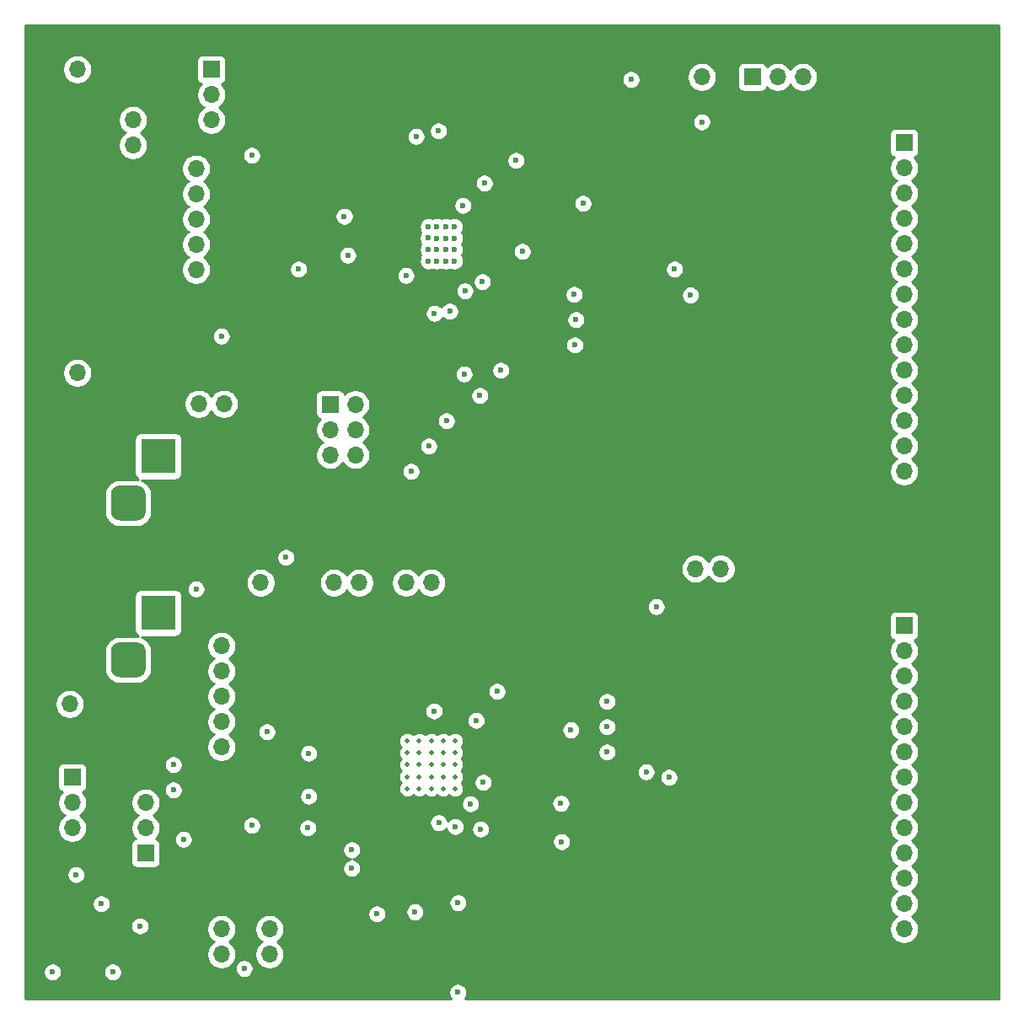
<source format=gbr>
%TF.GenerationSoftware,KiCad,Pcbnew,(5.1.8-0-10_14)*%
%TF.CreationDate,2021-03-09T19:09:17+00:00*%
%TF.ProjectId,STPMIC1_MC32PF3000_Board,5354504d-4943-4315-9f4d-433332504633,rev?*%
%TF.SameCoordinates,Original*%
%TF.FileFunction,Copper,L2,Inr*%
%TF.FilePolarity,Positive*%
%FSLAX46Y46*%
G04 Gerber Fmt 4.6, Leading zero omitted, Abs format (unit mm)*
G04 Created by KiCad (PCBNEW (5.1.8-0-10_14)) date 2021-03-09 19:09:17*
%MOMM*%
%LPD*%
G01*
G04 APERTURE LIST*
%TA.AperFunction,ComponentPad*%
%ADD10O,1.700000X1.700000*%
%TD*%
%TA.AperFunction,ComponentPad*%
%ADD11R,1.700000X1.700000*%
%TD*%
%TA.AperFunction,ComponentPad*%
%ADD12R,3.500000X3.500000*%
%TD*%
%TA.AperFunction,ComponentPad*%
%ADD13C,0.500000*%
%TD*%
%TA.AperFunction,ViaPad*%
%ADD14C,0.600000*%
%TD*%
%TA.AperFunction,Conductor*%
%ADD15C,0.254000*%
%TD*%
%TA.AperFunction,Conductor*%
%ADD16C,0.100000*%
%TD*%
G04 APERTURE END LIST*
D10*
%TO.N,/STPMIC1_Board/VBUCK3*%
%TO.C,J6*%
X100584000Y-50800000D03*
%TO.N,/STPMIC1_Board/VIO*%
X100584000Y-48260000D03*
D11*
%TO.N,/STPMIC1_Board/VIO_Ext*%
X100584000Y-45720000D03*
%TD*%
%TO.N,N/C*%
%TO.C,J4*%
%TA.AperFunction,ComponentPad*%
G36*
G01*
X90500000Y-90157000D02*
X90500000Y-88407000D01*
G75*
G02*
X91375000Y-87532000I875000J0D01*
G01*
X93125000Y-87532000D01*
G75*
G02*
X94000000Y-88407000I0J-875000D01*
G01*
X94000000Y-90157000D01*
G75*
G02*
X93125000Y-91032000I-875000J0D01*
G01*
X91375000Y-91032000D01*
G75*
G02*
X90500000Y-90157000I0J875000D01*
G01*
G37*
%TD.AperFunction*%
%TO.N,GNDS*%
%TA.AperFunction,ComponentPad*%
G36*
G01*
X87750000Y-85582000D02*
X87750000Y-83582000D01*
G75*
G02*
X88500000Y-82832000I750000J0D01*
G01*
X90000000Y-82832000D01*
G75*
G02*
X90750000Y-83582000I0J-750000D01*
G01*
X90750000Y-85582000D01*
G75*
G02*
X90000000Y-86332000I-750000J0D01*
G01*
X88500000Y-86332000D01*
G75*
G02*
X87750000Y-85582000I0J750000D01*
G01*
G37*
%TD.AperFunction*%
D12*
%TO.N,/STPMIC1_Board/VBAT*%
X95250000Y-84582000D03*
%TD*%
D13*
%TO.N,N/C*%
%TO.C,U2*%
X120282000Y-113170000D03*
X121482000Y-113170000D03*
X122682000Y-113170000D03*
X123882000Y-113170000D03*
X125082000Y-113170000D03*
X120282000Y-114370000D03*
X121482000Y-114370000D03*
X122682000Y-114370000D03*
X123882000Y-114370000D03*
X125082000Y-114370000D03*
X120282000Y-115570000D03*
X121482000Y-115570000D03*
X122682000Y-115570000D03*
X123882000Y-115570000D03*
X125082000Y-115570000D03*
X120282000Y-116770000D03*
X121482000Y-116770000D03*
X122682000Y-116770000D03*
X123882000Y-116770000D03*
X125082000Y-116770000D03*
X120282000Y-117970000D03*
X121482000Y-117970000D03*
X122682000Y-117970000D03*
X123882000Y-117970000D03*
X125082000Y-117970000D03*
%TD*%
D11*
%TO.N,GNDS*%
%TO.C,J23*%
X101600000Y-116332000D03*
D10*
%TO.N,/PF3000_Board/STANDBY*%
X101600000Y-113792000D03*
%TO.N,/PF3000_Board/RESETBMCU*%
X101600000Y-111252000D03*
%TO.N,/PF3000_Board/SD_VSEL*%
X101600000Y-108712000D03*
%TO.N,/PF3000_Board/INTB*%
X101600000Y-106172000D03*
%TO.N,/PF3000_Board/PWRON*%
X101600000Y-103632000D03*
%TD*%
D11*
%TO.N,GNDS*%
%TO.C,J22*%
X146685000Y-95885000D03*
D10*
%TO.N,/PF3000_Board/VPWR*%
X149225000Y-95885000D03*
%TO.N,Net-(C70-Pad2)*%
X151765000Y-95885000D03*
%TD*%
D11*
%TO.N,/PF3000_Board/SW1B_OUT*%
%TO.C,J21*%
X170180000Y-101600000D03*
D10*
%TO.N,GNDS*%
X172720000Y-101600000D03*
%TO.N,/PF3000_Board/SW1A_OUT*%
X170180000Y-104140000D03*
%TO.N,GNDS*%
X172720000Y-104140000D03*
%TO.N,/PF3000_Board/SWBST_OUT*%
X170180000Y-106680000D03*
%TO.N,GNDS*%
X172720000Y-106680000D03*
%TO.N,/PF3000_Board/VSNVS_OUT*%
X170180000Y-109220000D03*
%TO.N,GNDS*%
X172720000Y-109220000D03*
%TO.N,/PF3000_Board/VCCSD_OUT*%
X170180000Y-111760000D03*
%TO.N,GNDS*%
X172720000Y-111760000D03*
%TO.N,/PF3000_Board/V33_OUT*%
X170180000Y-114300000D03*
%TO.N,GNDS*%
X172720000Y-114300000D03*
%TO.N,/PF3000_Board/SW3_OUT*%
X170180000Y-116840000D03*
%TO.N,GNDS*%
X172720000Y-116840000D03*
%TO.N,/PF3000_Board/VREFDDR_OUT*%
X170180000Y-119380000D03*
%TO.N,GNDS*%
X172720000Y-119380000D03*
%TO.N,/PF3000_Board/LDO4_OUT*%
X170180000Y-121920000D03*
%TO.N,GNDS*%
X172720000Y-121920000D03*
%TO.N,/PF3000_Board/LDO3_OUT*%
X170180000Y-124460000D03*
%TO.N,GNDS*%
X172720000Y-124460000D03*
%TO.N,/PF3000_Board/SW2_OUT*%
X170180000Y-127000000D03*
%TO.N,GNDS*%
X172720000Y-127000000D03*
%TO.N,/PF3000_Board/LDO2_OUT*%
X170180000Y-129540000D03*
%TO.N,GNDS*%
X172720000Y-129540000D03*
%TO.N,/PF3000_Board/LDO1_OUT*%
X170180000Y-132080000D03*
%TO.N,GNDS*%
X172720000Y-132080000D03*
%TD*%
D11*
%TO.N,GNDS*%
%TO.C,J20*%
X110363000Y-97282000D03*
D10*
%TO.N,/PF3000_Board/SCL*%
X112903000Y-97282000D03*
%TO.N,/PF3000_Board/SDA*%
X115443000Y-97282000D03*
%TD*%
D11*
%TO.N,GNDS*%
%TO.C,J19*%
X102997000Y-97282000D03*
D10*
%TO.N,/PF3000_Board/PWRON*%
X105537000Y-97282000D03*
%TD*%
D11*
%TO.N,GNDS*%
%TO.C,J18*%
X101600000Y-129540000D03*
D10*
%TO.N,/PF3000_Board/SD_VSEL*%
X101600000Y-132080000D03*
%TO.N,Net-(J18-Pad3)*%
X101600000Y-134620000D03*
%TD*%
D11*
%TO.N,GNDS*%
%TO.C,J17*%
X106426000Y-129540000D03*
D10*
%TO.N,/PF3000_Board/STANDBY*%
X106426000Y-132080000D03*
%TO.N,Net-(J17-Pad3)*%
X106426000Y-134620000D03*
%TD*%
D11*
%TO.N,/PF3000_Board/VDBG*%
%TO.C,J16*%
X86614000Y-116840000D03*
D10*
%TO.N,/PF3000_Board/VDDIO*%
X86614000Y-119380000D03*
%TO.N,/PF3000_Board/SW2_OUT*%
X86614000Y-121920000D03*
%TD*%
D12*
%TO.N,/PF3000_Board/VPWR*%
%TO.C,J15*%
X95250000Y-100330000D03*
%TO.N,GNDS*%
%TA.AperFunction,ComponentPad*%
G36*
G01*
X87750000Y-101330000D02*
X87750000Y-99330000D01*
G75*
G02*
X88500000Y-98580000I750000J0D01*
G01*
X90000000Y-98580000D01*
G75*
G02*
X90750000Y-99330000I0J-750000D01*
G01*
X90750000Y-101330000D01*
G75*
G02*
X90000000Y-102080000I-750000J0D01*
G01*
X88500000Y-102080000D01*
G75*
G02*
X87750000Y-101330000I0J750000D01*
G01*
G37*
%TD.AperFunction*%
%TO.N,Net-(J15-Pad3)*%
%TA.AperFunction,ComponentPad*%
G36*
G01*
X90500000Y-105905000D02*
X90500000Y-104155000D01*
G75*
G02*
X91375000Y-103280000I875000J0D01*
G01*
X93125000Y-103280000D01*
G75*
G02*
X94000000Y-104155000I0J-875000D01*
G01*
X94000000Y-105905000D01*
G75*
G02*
X93125000Y-106780000I-875000J0D01*
G01*
X91375000Y-106780000D01*
G75*
G02*
X90500000Y-105905000I0J875000D01*
G01*
G37*
%TD.AperFunction*%
%TD*%
D11*
%TO.N,/PF3000_Board/VSNVS_OUT*%
%TO.C,J14*%
X93980000Y-124460000D03*
D10*
%TO.N,/PF3000_Board/V_PU*%
X93980000Y-121920000D03*
%TO.N,/PF3000_Board/VDDIO*%
X93980000Y-119380000D03*
%TD*%
D11*
%TO.N,GNDS*%
%TO.C,J13*%
X125222000Y-97282000D03*
D10*
%TO.N,/PF3000_Board/VDDOTP*%
X122682000Y-97282000D03*
%TO.N,/PF3000_Board/VCOREDIG*%
X120142000Y-97282000D03*
%TD*%
D11*
%TO.N,GNDS*%
%TO.C,J12*%
X86360000Y-112014000D03*
D10*
%TO.N,/PF3000_Board/VIN*%
X86360000Y-109474000D03*
%TD*%
D11*
%TO.N,/STPMIC1_Board/SWIN_Ext*%
%TO.C,J7*%
X154940000Y-46482000D03*
D10*
%TO.N,/STPMIC1_Board/sheet60878B3D/VSWIN*%
X157480000Y-46482000D03*
%TO.N,/STPMIC1_Board/VBOOST*%
X160020000Y-46482000D03*
%TD*%
D11*
%TO.N,/STPMIC1_Board/VBUCK2*%
%TO.C,J11*%
X170180000Y-53086000D03*
D10*
%TO.N,GNDS*%
X172720000Y-53086000D03*
%TO.N,/STPMIC1_Board/VBUCK1*%
X170180000Y-55626000D03*
%TO.N,GNDS*%
X172720000Y-55626000D03*
%TO.N,/STPMIC1_Board/VLDO4*%
X170180000Y-58166000D03*
%TO.N,GNDS*%
X172720000Y-58166000D03*
%TO.N,/STPMIC1_Board/VSWOUT*%
X170180000Y-60706000D03*
%TO.N,GNDS*%
X172720000Y-60706000D03*
%TO.N,/STPMIC1_Board/VOTG*%
X170180000Y-63246000D03*
%TO.N,GNDS*%
X172720000Y-63246000D03*
%TO.N,/STPMIC1_Board/VBOOST*%
X170180000Y-65786000D03*
%TO.N,GNDS*%
X172720000Y-65786000D03*
%TO.N,/STPMIC1_Board/VBUCK3*%
X170180000Y-68326000D03*
%TO.N,GNDS*%
X172720000Y-68326000D03*
%TO.N,/STPMIC1_Board/VBUCK4*%
X170180000Y-70866000D03*
%TO.N,GNDS*%
X172720000Y-70866000D03*
%TO.N,/STPMIC1_Board/VLDO1*%
X170180000Y-73406000D03*
%TO.N,GNDS*%
X172720000Y-73406000D03*
%TO.N,/STPMIC1_Board/VLDO6*%
X170180000Y-75946000D03*
%TO.N,GNDS*%
X172720000Y-75946000D03*
%TO.N,/STPMIC1_Board/VLDO5*%
X170180000Y-78486000D03*
%TO.N,GNDS*%
X172720000Y-78486000D03*
%TO.N,/STPMIC1_Board/VLDO2*%
X170180000Y-81026000D03*
%TO.N,GNDS*%
X172720000Y-81026000D03*
%TO.N,/STPMIC1_Board/VREFDDR*%
X170180000Y-83566000D03*
%TO.N,GNDS*%
X172720000Y-83566000D03*
%TO.N,/STPMIC1_Board/VLDO3*%
X170180000Y-86106000D03*
%TO.N,GNDS*%
X172720000Y-86106000D03*
%TD*%
D11*
%TO.N,GNDS*%
%TO.C,J10*%
X104394000Y-79311500D03*
D10*
%TO.N,/STPMIC1_Board/SCL*%
X101854000Y-79311500D03*
%TO.N,/STPMIC1_Board/SDA*%
X99314000Y-79311500D03*
%TD*%
D11*
%TO.N,GNDS*%
%TO.C,J9*%
X92710000Y-55880000D03*
D10*
%TO.N,/STPMIC1_Board/PWRCTL*%
X92710000Y-53340000D03*
%TO.N,/STPMIC1_Board/VIO*%
X92710000Y-50800000D03*
%TD*%
D11*
%TO.N,/STPMIC1_Board/VBAT*%
%TO.C,J8*%
X112522000Y-79375000D03*
D10*
%TO.N,/STPMIC1_Board/sheet60878B3D/LDO3_IN*%
X115062000Y-79375000D03*
%TO.N,/STPMIC1_Board/VBUCK2*%
X112522000Y-81915000D03*
%TO.N,/STPMIC1_Board/sheet60878B3D/LDO3_IN*%
X115062000Y-81915000D03*
%TO.N,/STPMIC1_Board/VBUCK3*%
X112522000Y-84455000D03*
%TO.N,/STPMIC1_Board/sheet60878B3D/LDO3_IN*%
X115062000Y-84455000D03*
%TD*%
D11*
%TO.N,GNDS*%
%TO.C,J5*%
X99060000Y-68389500D03*
D10*
%TO.N,/STPMIC1_Board/PONKEY*%
X99060000Y-65849500D03*
%TO.N,/STPMIC1_Board/WAKEUP*%
X99060000Y-63309500D03*
%TO.N,/STPMIC1_Board/RST*%
X99060000Y-60769500D03*
%TO.N,/STPMIC1_Board/PWRCTL*%
X99060000Y-58229500D03*
%TO.N,/STPMIC1_Board/INT*%
X99060000Y-55689500D03*
%TD*%
D11*
%TO.N,GNDS*%
%TO.C,J3*%
X147320000Y-46482000D03*
D10*
%TO.N,/STPMIC1_Board/SWIN_Ext*%
X149860000Y-46482000D03*
%TD*%
D11*
%TO.N,GNDS*%
%TO.C,J2*%
X87122000Y-48260000D03*
D10*
%TO.N,/STPMIC1_Board/VIO_Ext*%
X87122000Y-45720000D03*
%TD*%
D11*
%TO.N,GNDS*%
%TO.C,J1*%
X87122000Y-73660000D03*
D10*
%TO.N,/STPMIC1_Board/VBAT*%
X87122000Y-76200000D03*
%TD*%
D14*
%TO.N,GNDS*%
X122428000Y-68834000D03*
X119507000Y-65278000D03*
X119467009Y-62915800D03*
X152327500Y-87905700D03*
X129235200Y-68097400D03*
X132080000Y-69088000D03*
X94996000Y-59309000D03*
X117538500Y-89154000D03*
X92410847Y-59263847D03*
X95021500Y-63462000D03*
X92481500Y-63462000D03*
X128143000Y-64516000D03*
X113690400Y-69342000D03*
X132660300Y-101600000D03*
X128143001Y-118872000D03*
X154940000Y-137160000D03*
X113665000Y-122809000D03*
X142113000Y-115570000D03*
X142113000Y-113030000D03*
X142113000Y-110490000D03*
X144018000Y-122174000D03*
X144018000Y-124828300D03*
X141922500Y-105410000D03*
X141922500Y-102870000D03*
X140208000Y-107950000D03*
X141287500Y-120586500D03*
X119955400Y-121471600D03*
X119634000Y-103378000D03*
X121666000Y-103378000D03*
X123698000Y-103378000D03*
X125730000Y-103378000D03*
X128524000Y-103378000D03*
X117500400Y-109677200D03*
X130175000Y-53721000D03*
X129158994Y-126619000D03*
X125349000Y-109855000D03*
X115062000Y-120904000D03*
X114096800Y-112318800D03*
X106172000Y-116586000D03*
X118618000Y-130556000D03*
X92201988Y-114808000D03*
X93472000Y-108458000D03*
X118110000Y-74295000D03*
X120205500Y-74282300D03*
X122301000Y-74269600D03*
X124396500Y-74256900D03*
X126492000Y-74269600D03*
X128587500Y-74256900D03*
X130683000Y-74269600D03*
X132778500Y-74256900D03*
X134810500Y-74256900D03*
X135686800Y-127389610D03*
X127508000Y-53975000D03*
X122428000Y-53086000D03*
X117729000Y-52069994D03*
X122974190Y-59055000D03*
X115189000Y-61341004D03*
X128143000Y-60960000D03*
X129159000Y-62102994D03*
X134111994Y-64008000D03*
X135382000Y-64770000D03*
X104394000Y-89916000D03*
X137689500Y-102777000D03*
%TO.N,/STPMIC1_Board/VBAT*%
X125984000Y-76327000D03*
X120142000Y-66421000D03*
X124536200Y-70027800D03*
X126060200Y-67970400D03*
X125857000Y-59385200D03*
X114300000Y-64389000D03*
X131191000Y-54864000D03*
X127825500Y-67056000D03*
X131826000Y-64008000D03*
%TO.N,/STPMIC1_Board/VIO*%
X104648000Y-54356000D03*
X101600000Y-72517000D03*
%TO.N,/STPMIC1_Board/VBUCK1*%
X113945500Y-60478500D03*
%TO.N,/STPMIC1_Board/VBUCK2*%
X109347000Y-65786000D03*
%TO.N,/STPMIC1_Board/VBUCK3*%
X148717000Y-68389500D03*
X137033000Y-68326000D03*
X149860000Y-50990500D03*
%TO.N,/STPMIC1_Board/VBUCK4*%
X137223500Y-70866000D03*
%TO.N,/STPMIC1_Board/VBOOST*%
X147129500Y-65786000D03*
X137922000Y-59182000D03*
%TO.N,/STPMIC1_Board/VLDO1*%
X137096500Y-73406000D03*
%TO.N,/STPMIC1_Board/VLDO2*%
X124206000Y-81025998D03*
%TO.N,/STPMIC1_Board/VLDO3*%
X120650000Y-86106000D03*
%TO.N,/STPMIC1_Board/VLDO4*%
X121158000Y-52451000D03*
%TO.N,/STPMIC1_Board/VLDO5*%
X127571504Y-78486000D03*
%TO.N,/STPMIC1_Board/VLDO6*%
X129667001Y-75946001D03*
%TO.N,/STPMIC1_Board/VOTG*%
X128016000Y-57150000D03*
%TO.N,/STPMIC1_Board/VSWOUT*%
X123405500Y-51904502D03*
%TO.N,/STPMIC1_Board/VREFDDR*%
X122428000Y-83566002D03*
%TO.N,/STPMIC1_Board/sheet60878B3D/VSWIN*%
X142747994Y-46736006D03*
%TO.N,/STPMIC1_Board/PONKEY*%
X122999500Y-70231000D03*
%TO.N,/PF3000_Board/SW3_OUT*%
X127911800Y-117347000D03*
X126618996Y-119507000D03*
X135706300Y-119450300D03*
%TO.N,/PF3000_Board/VDDIO*%
X108077000Y-94742000D03*
X99060000Y-97917000D03*
%TO.N,/PF3000_Board/LDO1_OUT*%
X114706400Y-124129800D03*
%TO.N,/PF3000_Board/LDO2_OUT*%
X114706400Y-125984002D03*
%TO.N,/PF3000_Board/LDO3_OUT*%
X123432003Y-121400003D03*
%TO.N,/PF3000_Board/LDO4_OUT*%
X127635000Y-122047000D03*
%TO.N,/PF3000_Board/VREFDDR_OUT*%
X135784500Y-123295500D03*
%TO.N,/PF3000_Board/VCCSD_OUT*%
X140335000Y-111760000D03*
%TO.N,/PF3000_Board/V33_OUT*%
X140335010Y-114300000D03*
%TO.N,/PF3000_Board/VSNVS_OUT*%
X140335000Y-109220000D03*
%TO.N,/PF3000_Board/SW1A_OUT*%
X106172000Y-112268000D03*
%TO.N,/PF3000_Board/SW1B_OUT*%
X104648000Y-121666000D03*
%TO.N,/PF3000_Board/SW2_OUT*%
X125374400Y-129438400D03*
X125349000Y-138430000D03*
%TO.N,/PF3000_Board/SWBST_OUT*%
X129286000Y-108204000D03*
%TO.N,/PF3000_Board/VIN*%
X145288000Y-99695000D03*
X110363000Y-114427000D03*
X110363000Y-118745000D03*
X121056400Y-130352800D03*
X110286800Y-121920000D03*
X125095000Y-121793000D03*
X122959000Y-110172500D03*
X117221000Y-130556000D03*
X144272000Y-116281200D03*
X127189707Y-111126507D03*
X146558000Y-116840000D03*
X136715500Y-112077500D03*
%TO.N,/PF3000_Board/VDBG*%
X89535000Y-129540000D03*
%TO.N,Net-(D17-Pad1)*%
X90678000Y-136398000D03*
%TO.N,Net-(D18-Pad1)*%
X84635500Y-136398000D03*
%TO.N,/PF3000_Board/V_PU*%
X96774000Y-115570000D03*
X96774000Y-118110000D03*
X103886002Y-136042400D03*
%TO.N,/PF3000_Board/INTB*%
X86995000Y-126619002D03*
%TO.N,/PF3000_Board/RESETBMCU*%
X93410996Y-131760004D03*
X97790000Y-123063000D03*
%TO.N,Net-(U1-Pad45)*%
X122385500Y-61521000D03*
X123253500Y-61521000D03*
X124142500Y-61521000D03*
X125010500Y-61521000D03*
X122385500Y-62653500D03*
X123257000Y-62671000D03*
X124146000Y-62671000D03*
X125010500Y-62671000D03*
X125010500Y-63821000D03*
X124139000Y-63821000D03*
X123250000Y-63821000D03*
X122385500Y-63796500D03*
X122385500Y-64971000D03*
X123243000Y-64971000D03*
X124132000Y-64971000D03*
X125010500Y-64971000D03*
%TD*%
D15*
%TO.N,GNDS*%
X179680001Y-91313000D02*
X94089994Y-91313000D01*
X94194903Y-91226903D01*
X94383073Y-90997618D01*
X94522896Y-90736028D01*
X94608999Y-90452186D01*
X94638072Y-90157000D01*
X94638072Y-88407000D01*
X94608999Y-88111814D01*
X94522896Y-87827972D01*
X94383073Y-87566382D01*
X94194903Y-87337097D01*
X93965618Y-87148927D01*
X93704028Y-87009104D01*
X93575357Y-86970072D01*
X97000000Y-86970072D01*
X97124482Y-86957812D01*
X97244180Y-86921502D01*
X97354494Y-86862537D01*
X97451185Y-86783185D01*
X97530537Y-86686494D01*
X97589502Y-86576180D01*
X97625812Y-86456482D01*
X97638072Y-86332000D01*
X97638072Y-86013911D01*
X119715000Y-86013911D01*
X119715000Y-86198089D01*
X119750932Y-86378729D01*
X119821414Y-86548889D01*
X119923738Y-86702028D01*
X120053972Y-86832262D01*
X120207111Y-86934586D01*
X120377271Y-87005068D01*
X120557911Y-87041000D01*
X120742089Y-87041000D01*
X120922729Y-87005068D01*
X121092889Y-86934586D01*
X121246028Y-86832262D01*
X121376262Y-86702028D01*
X121478586Y-86548889D01*
X121549068Y-86378729D01*
X121585000Y-86198089D01*
X121585000Y-86013911D01*
X121549068Y-85833271D01*
X121478586Y-85663111D01*
X121376262Y-85509972D01*
X121246028Y-85379738D01*
X121092889Y-85277414D01*
X120922729Y-85206932D01*
X120742089Y-85171000D01*
X120557911Y-85171000D01*
X120377271Y-85206932D01*
X120207111Y-85277414D01*
X120053972Y-85379738D01*
X119923738Y-85509972D01*
X119821414Y-85663111D01*
X119750932Y-85833271D01*
X119715000Y-86013911D01*
X97638072Y-86013911D01*
X97638072Y-82832000D01*
X97625812Y-82707518D01*
X97589502Y-82587820D01*
X97530537Y-82477506D01*
X97451185Y-82380815D01*
X97354494Y-82301463D01*
X97244180Y-82242498D01*
X97124482Y-82206188D01*
X97000000Y-82193928D01*
X93500000Y-82193928D01*
X93375518Y-82206188D01*
X93255820Y-82242498D01*
X93145506Y-82301463D01*
X93048815Y-82380815D01*
X92969463Y-82477506D01*
X92910498Y-82587820D01*
X92874188Y-82707518D01*
X92861928Y-82832000D01*
X92861928Y-86332000D01*
X92874188Y-86456482D01*
X92910498Y-86576180D01*
X92969463Y-86686494D01*
X93048815Y-86783185D01*
X93145506Y-86862537D01*
X93222131Y-86903494D01*
X93125000Y-86893928D01*
X91375000Y-86893928D01*
X91079814Y-86923001D01*
X90795972Y-87009104D01*
X90534382Y-87148927D01*
X90305097Y-87337097D01*
X90116927Y-87566382D01*
X89977104Y-87827972D01*
X89891001Y-88111814D01*
X89861928Y-88407000D01*
X89861928Y-90157000D01*
X89891001Y-90452186D01*
X89977104Y-90736028D01*
X90116927Y-90997618D01*
X90305097Y-91226903D01*
X90410006Y-91313000D01*
X81940000Y-91313000D01*
X81940000Y-79165240D01*
X97829000Y-79165240D01*
X97829000Y-79457760D01*
X97886068Y-79744658D01*
X97998010Y-80014911D01*
X98160525Y-80258132D01*
X98367368Y-80464975D01*
X98610589Y-80627490D01*
X98880842Y-80739432D01*
X99167740Y-80796500D01*
X99460260Y-80796500D01*
X99747158Y-80739432D01*
X100017411Y-80627490D01*
X100260632Y-80464975D01*
X100467475Y-80258132D01*
X100584000Y-80083740D01*
X100700525Y-80258132D01*
X100907368Y-80464975D01*
X101150589Y-80627490D01*
X101420842Y-80739432D01*
X101707740Y-80796500D01*
X102000260Y-80796500D01*
X102287158Y-80739432D01*
X102557411Y-80627490D01*
X102800632Y-80464975D01*
X103007475Y-80258132D01*
X103169990Y-80014911D01*
X103281932Y-79744658D01*
X103339000Y-79457760D01*
X103339000Y-79165240D01*
X103281932Y-78878342D01*
X103169990Y-78608089D01*
X103114472Y-78525000D01*
X111033928Y-78525000D01*
X111033928Y-80225000D01*
X111046188Y-80349482D01*
X111082498Y-80469180D01*
X111141463Y-80579494D01*
X111220815Y-80676185D01*
X111317506Y-80755537D01*
X111427820Y-80814502D01*
X111500380Y-80836513D01*
X111368525Y-80968368D01*
X111206010Y-81211589D01*
X111094068Y-81481842D01*
X111037000Y-81768740D01*
X111037000Y-82061260D01*
X111094068Y-82348158D01*
X111206010Y-82618411D01*
X111368525Y-82861632D01*
X111575368Y-83068475D01*
X111749760Y-83185000D01*
X111575368Y-83301525D01*
X111368525Y-83508368D01*
X111206010Y-83751589D01*
X111094068Y-84021842D01*
X111037000Y-84308740D01*
X111037000Y-84601260D01*
X111094068Y-84888158D01*
X111206010Y-85158411D01*
X111368525Y-85401632D01*
X111575368Y-85608475D01*
X111818589Y-85770990D01*
X112088842Y-85882932D01*
X112375740Y-85940000D01*
X112668260Y-85940000D01*
X112955158Y-85882932D01*
X113225411Y-85770990D01*
X113468632Y-85608475D01*
X113675475Y-85401632D01*
X113792000Y-85227240D01*
X113908525Y-85401632D01*
X114115368Y-85608475D01*
X114358589Y-85770990D01*
X114628842Y-85882932D01*
X114915740Y-85940000D01*
X115208260Y-85940000D01*
X115495158Y-85882932D01*
X115765411Y-85770990D01*
X116008632Y-85608475D01*
X116215475Y-85401632D01*
X116377990Y-85158411D01*
X116489932Y-84888158D01*
X116547000Y-84601260D01*
X116547000Y-84308740D01*
X116489932Y-84021842D01*
X116377990Y-83751589D01*
X116215475Y-83508368D01*
X116181020Y-83473913D01*
X121493000Y-83473913D01*
X121493000Y-83658091D01*
X121528932Y-83838731D01*
X121599414Y-84008891D01*
X121701738Y-84162030D01*
X121831972Y-84292264D01*
X121985111Y-84394588D01*
X122155271Y-84465070D01*
X122335911Y-84501002D01*
X122520089Y-84501002D01*
X122700729Y-84465070D01*
X122870889Y-84394588D01*
X123024028Y-84292264D01*
X123154262Y-84162030D01*
X123256586Y-84008891D01*
X123327068Y-83838731D01*
X123363000Y-83658091D01*
X123363000Y-83473913D01*
X123327068Y-83293273D01*
X123256586Y-83123113D01*
X123154262Y-82969974D01*
X123024028Y-82839740D01*
X122870889Y-82737416D01*
X122700729Y-82666934D01*
X122520089Y-82631002D01*
X122335911Y-82631002D01*
X122155271Y-82666934D01*
X121985111Y-82737416D01*
X121831972Y-82839740D01*
X121701738Y-82969974D01*
X121599414Y-83123113D01*
X121528932Y-83293273D01*
X121493000Y-83473913D01*
X116181020Y-83473913D01*
X116008632Y-83301525D01*
X115834240Y-83185000D01*
X116008632Y-83068475D01*
X116215475Y-82861632D01*
X116377990Y-82618411D01*
X116489932Y-82348158D01*
X116547000Y-82061260D01*
X116547000Y-81768740D01*
X116489932Y-81481842D01*
X116377990Y-81211589D01*
X116215475Y-80968368D01*
X116181016Y-80933909D01*
X123271000Y-80933909D01*
X123271000Y-81118087D01*
X123306932Y-81298727D01*
X123377414Y-81468887D01*
X123479738Y-81622026D01*
X123609972Y-81752260D01*
X123763111Y-81854584D01*
X123933271Y-81925066D01*
X124113911Y-81960998D01*
X124298089Y-81960998D01*
X124478729Y-81925066D01*
X124648889Y-81854584D01*
X124802028Y-81752260D01*
X124932262Y-81622026D01*
X125034586Y-81468887D01*
X125105068Y-81298727D01*
X125141000Y-81118087D01*
X125141000Y-80933909D01*
X125105068Y-80753269D01*
X125034586Y-80583109D01*
X124932262Y-80429970D01*
X124802028Y-80299736D01*
X124648889Y-80197412D01*
X124478729Y-80126930D01*
X124298089Y-80090998D01*
X124113911Y-80090998D01*
X123933271Y-80126930D01*
X123763111Y-80197412D01*
X123609972Y-80299736D01*
X123479738Y-80429970D01*
X123377414Y-80583109D01*
X123306932Y-80753269D01*
X123271000Y-80933909D01*
X116181016Y-80933909D01*
X116008632Y-80761525D01*
X115834240Y-80645000D01*
X116008632Y-80528475D01*
X116215475Y-80321632D01*
X116377990Y-80078411D01*
X116489932Y-79808158D01*
X116547000Y-79521260D01*
X116547000Y-79228740D01*
X116489932Y-78941842D01*
X116377990Y-78671589D01*
X116215475Y-78428368D01*
X116181018Y-78393911D01*
X126636504Y-78393911D01*
X126636504Y-78578089D01*
X126672436Y-78758729D01*
X126742918Y-78928889D01*
X126845242Y-79082028D01*
X126975476Y-79212262D01*
X127128615Y-79314586D01*
X127298775Y-79385068D01*
X127479415Y-79421000D01*
X127663593Y-79421000D01*
X127844233Y-79385068D01*
X128014393Y-79314586D01*
X128167532Y-79212262D01*
X128297766Y-79082028D01*
X128400090Y-78928889D01*
X128470572Y-78758729D01*
X128506504Y-78578089D01*
X128506504Y-78393911D01*
X128470572Y-78213271D01*
X128400090Y-78043111D01*
X128297766Y-77889972D01*
X128167532Y-77759738D01*
X128014393Y-77657414D01*
X127844233Y-77586932D01*
X127663593Y-77551000D01*
X127479415Y-77551000D01*
X127298775Y-77586932D01*
X127128615Y-77657414D01*
X126975476Y-77759738D01*
X126845242Y-77889972D01*
X126742918Y-78043111D01*
X126672436Y-78213271D01*
X126636504Y-78393911D01*
X116181018Y-78393911D01*
X116008632Y-78221525D01*
X115765411Y-78059010D01*
X115495158Y-77947068D01*
X115208260Y-77890000D01*
X114915740Y-77890000D01*
X114628842Y-77947068D01*
X114358589Y-78059010D01*
X114115368Y-78221525D01*
X113983513Y-78353380D01*
X113961502Y-78280820D01*
X113902537Y-78170506D01*
X113823185Y-78073815D01*
X113726494Y-77994463D01*
X113616180Y-77935498D01*
X113496482Y-77899188D01*
X113372000Y-77886928D01*
X111672000Y-77886928D01*
X111547518Y-77899188D01*
X111427820Y-77935498D01*
X111317506Y-77994463D01*
X111220815Y-78073815D01*
X111141463Y-78170506D01*
X111082498Y-78280820D01*
X111046188Y-78400518D01*
X111033928Y-78525000D01*
X103114472Y-78525000D01*
X103007475Y-78364868D01*
X102800632Y-78158025D01*
X102557411Y-77995510D01*
X102287158Y-77883568D01*
X102000260Y-77826500D01*
X101707740Y-77826500D01*
X101420842Y-77883568D01*
X101150589Y-77995510D01*
X100907368Y-78158025D01*
X100700525Y-78364868D01*
X100584000Y-78539260D01*
X100467475Y-78364868D01*
X100260632Y-78158025D01*
X100017411Y-77995510D01*
X99747158Y-77883568D01*
X99460260Y-77826500D01*
X99167740Y-77826500D01*
X98880842Y-77883568D01*
X98610589Y-77995510D01*
X98367368Y-78158025D01*
X98160525Y-78364868D01*
X97998010Y-78608089D01*
X97886068Y-78878342D01*
X97829000Y-79165240D01*
X81940000Y-79165240D01*
X81940000Y-76053740D01*
X85637000Y-76053740D01*
X85637000Y-76346260D01*
X85694068Y-76633158D01*
X85806010Y-76903411D01*
X85968525Y-77146632D01*
X86175368Y-77353475D01*
X86418589Y-77515990D01*
X86688842Y-77627932D01*
X86975740Y-77685000D01*
X87268260Y-77685000D01*
X87555158Y-77627932D01*
X87825411Y-77515990D01*
X88068632Y-77353475D01*
X88275475Y-77146632D01*
X88437990Y-76903411D01*
X88549932Y-76633158D01*
X88607000Y-76346260D01*
X88607000Y-76234911D01*
X125049000Y-76234911D01*
X125049000Y-76419089D01*
X125084932Y-76599729D01*
X125155414Y-76769889D01*
X125257738Y-76923028D01*
X125387972Y-77053262D01*
X125541111Y-77155586D01*
X125711271Y-77226068D01*
X125891911Y-77262000D01*
X126076089Y-77262000D01*
X126256729Y-77226068D01*
X126426889Y-77155586D01*
X126580028Y-77053262D01*
X126710262Y-76923028D01*
X126812586Y-76769889D01*
X126883068Y-76599729D01*
X126919000Y-76419089D01*
X126919000Y-76234911D01*
X126883068Y-76054271D01*
X126812586Y-75884111D01*
X126792408Y-75853912D01*
X128732001Y-75853912D01*
X128732001Y-76038090D01*
X128767933Y-76218730D01*
X128838415Y-76388890D01*
X128940739Y-76542029D01*
X129070973Y-76672263D01*
X129224112Y-76774587D01*
X129394272Y-76845069D01*
X129574912Y-76881001D01*
X129759090Y-76881001D01*
X129939730Y-76845069D01*
X130109890Y-76774587D01*
X130263029Y-76672263D01*
X130393263Y-76542029D01*
X130495587Y-76388890D01*
X130566069Y-76218730D01*
X130602001Y-76038090D01*
X130602001Y-75853912D01*
X130566069Y-75673272D01*
X130495587Y-75503112D01*
X130393263Y-75349973D01*
X130263029Y-75219739D01*
X130109890Y-75117415D01*
X129939730Y-75046933D01*
X129759090Y-75011001D01*
X129574912Y-75011001D01*
X129394272Y-75046933D01*
X129224112Y-75117415D01*
X129070973Y-75219739D01*
X128940739Y-75349973D01*
X128838415Y-75503112D01*
X128767933Y-75673272D01*
X128732001Y-75853912D01*
X126792408Y-75853912D01*
X126710262Y-75730972D01*
X126580028Y-75600738D01*
X126426889Y-75498414D01*
X126256729Y-75427932D01*
X126076089Y-75392000D01*
X125891911Y-75392000D01*
X125711271Y-75427932D01*
X125541111Y-75498414D01*
X125387972Y-75600738D01*
X125257738Y-75730972D01*
X125155414Y-75884111D01*
X125084932Y-76054271D01*
X125049000Y-76234911D01*
X88607000Y-76234911D01*
X88607000Y-76053740D01*
X88549932Y-75766842D01*
X88437990Y-75496589D01*
X88275475Y-75253368D01*
X88068632Y-75046525D01*
X87825411Y-74884010D01*
X87555158Y-74772068D01*
X87268260Y-74715000D01*
X86975740Y-74715000D01*
X86688842Y-74772068D01*
X86418589Y-74884010D01*
X86175368Y-75046525D01*
X85968525Y-75253368D01*
X85806010Y-75496589D01*
X85694068Y-75766842D01*
X85637000Y-76053740D01*
X81940000Y-76053740D01*
X81940000Y-72424911D01*
X100665000Y-72424911D01*
X100665000Y-72609089D01*
X100700932Y-72789729D01*
X100771414Y-72959889D01*
X100873738Y-73113028D01*
X101003972Y-73243262D01*
X101157111Y-73345586D01*
X101327271Y-73416068D01*
X101507911Y-73452000D01*
X101692089Y-73452000D01*
X101872729Y-73416068D01*
X102042889Y-73345586D01*
X102090294Y-73313911D01*
X136161500Y-73313911D01*
X136161500Y-73498089D01*
X136197432Y-73678729D01*
X136267914Y-73848889D01*
X136370238Y-74002028D01*
X136500472Y-74132262D01*
X136653611Y-74234586D01*
X136823771Y-74305068D01*
X137004411Y-74341000D01*
X137188589Y-74341000D01*
X137369229Y-74305068D01*
X137539389Y-74234586D01*
X137692528Y-74132262D01*
X137822762Y-74002028D01*
X137925086Y-73848889D01*
X137995568Y-73678729D01*
X138031500Y-73498089D01*
X138031500Y-73313911D01*
X137995568Y-73133271D01*
X137925086Y-72963111D01*
X137822762Y-72809972D01*
X137692528Y-72679738D01*
X137539389Y-72577414D01*
X137369229Y-72506932D01*
X137188589Y-72471000D01*
X137004411Y-72471000D01*
X136823771Y-72506932D01*
X136653611Y-72577414D01*
X136500472Y-72679738D01*
X136370238Y-72809972D01*
X136267914Y-72963111D01*
X136197432Y-73133271D01*
X136161500Y-73313911D01*
X102090294Y-73313911D01*
X102196028Y-73243262D01*
X102326262Y-73113028D01*
X102428586Y-72959889D01*
X102499068Y-72789729D01*
X102535000Y-72609089D01*
X102535000Y-72424911D01*
X102499068Y-72244271D01*
X102428586Y-72074111D01*
X102326262Y-71920972D01*
X102196028Y-71790738D01*
X102042889Y-71688414D01*
X101872729Y-71617932D01*
X101692089Y-71582000D01*
X101507911Y-71582000D01*
X101327271Y-71617932D01*
X101157111Y-71688414D01*
X101003972Y-71790738D01*
X100873738Y-71920972D01*
X100771414Y-72074111D01*
X100700932Y-72244271D01*
X100665000Y-72424911D01*
X81940000Y-72424911D01*
X81940000Y-70138911D01*
X122064500Y-70138911D01*
X122064500Y-70323089D01*
X122100432Y-70503729D01*
X122170914Y-70673889D01*
X122273238Y-70827028D01*
X122403472Y-70957262D01*
X122556611Y-71059586D01*
X122726771Y-71130068D01*
X122907411Y-71166000D01*
X123091589Y-71166000D01*
X123272229Y-71130068D01*
X123442389Y-71059586D01*
X123595528Y-70957262D01*
X123725762Y-70827028D01*
X123828086Y-70673889D01*
X123837433Y-70651323D01*
X123940172Y-70754062D01*
X124093311Y-70856386D01*
X124263471Y-70926868D01*
X124444111Y-70962800D01*
X124628289Y-70962800D01*
X124808929Y-70926868D01*
X124979089Y-70856386D01*
X125102521Y-70773911D01*
X136288500Y-70773911D01*
X136288500Y-70958089D01*
X136324432Y-71138729D01*
X136394914Y-71308889D01*
X136497238Y-71462028D01*
X136627472Y-71592262D01*
X136780611Y-71694586D01*
X136950771Y-71765068D01*
X137131411Y-71801000D01*
X137315589Y-71801000D01*
X137496229Y-71765068D01*
X137666389Y-71694586D01*
X137819528Y-71592262D01*
X137949762Y-71462028D01*
X138052086Y-71308889D01*
X138122568Y-71138729D01*
X138158500Y-70958089D01*
X138158500Y-70773911D01*
X138122568Y-70593271D01*
X138052086Y-70423111D01*
X137949762Y-70269972D01*
X137819528Y-70139738D01*
X137666389Y-70037414D01*
X137496229Y-69966932D01*
X137315589Y-69931000D01*
X137131411Y-69931000D01*
X136950771Y-69966932D01*
X136780611Y-70037414D01*
X136627472Y-70139738D01*
X136497238Y-70269972D01*
X136394914Y-70423111D01*
X136324432Y-70593271D01*
X136288500Y-70773911D01*
X125102521Y-70773911D01*
X125132228Y-70754062D01*
X125262462Y-70623828D01*
X125364786Y-70470689D01*
X125435268Y-70300529D01*
X125471200Y-70119889D01*
X125471200Y-69935711D01*
X125435268Y-69755071D01*
X125364786Y-69584911D01*
X125262462Y-69431772D01*
X125132228Y-69301538D01*
X124979089Y-69199214D01*
X124808929Y-69128732D01*
X124628289Y-69092800D01*
X124444111Y-69092800D01*
X124263471Y-69128732D01*
X124093311Y-69199214D01*
X123940172Y-69301538D01*
X123809938Y-69431772D01*
X123707614Y-69584911D01*
X123698267Y-69607477D01*
X123595528Y-69504738D01*
X123442389Y-69402414D01*
X123272229Y-69331932D01*
X123091589Y-69296000D01*
X122907411Y-69296000D01*
X122726771Y-69331932D01*
X122556611Y-69402414D01*
X122403472Y-69504738D01*
X122273238Y-69634972D01*
X122170914Y-69788111D01*
X122100432Y-69958271D01*
X122064500Y-70138911D01*
X81940000Y-70138911D01*
X81940000Y-67878311D01*
X125125200Y-67878311D01*
X125125200Y-68062489D01*
X125161132Y-68243129D01*
X125231614Y-68413289D01*
X125333938Y-68566428D01*
X125464172Y-68696662D01*
X125617311Y-68798986D01*
X125787471Y-68869468D01*
X125968111Y-68905400D01*
X126152289Y-68905400D01*
X126332929Y-68869468D01*
X126503089Y-68798986D01*
X126656228Y-68696662D01*
X126786462Y-68566428D01*
X126888786Y-68413289D01*
X126959268Y-68243129D01*
X126961101Y-68233911D01*
X136098000Y-68233911D01*
X136098000Y-68418089D01*
X136133932Y-68598729D01*
X136204414Y-68768889D01*
X136306738Y-68922028D01*
X136436972Y-69052262D01*
X136590111Y-69154586D01*
X136760271Y-69225068D01*
X136940911Y-69261000D01*
X137125089Y-69261000D01*
X137305729Y-69225068D01*
X137475889Y-69154586D01*
X137629028Y-69052262D01*
X137759262Y-68922028D01*
X137861586Y-68768889D01*
X137932068Y-68598729D01*
X137968000Y-68418089D01*
X137968000Y-68297411D01*
X147782000Y-68297411D01*
X147782000Y-68481589D01*
X147817932Y-68662229D01*
X147888414Y-68832389D01*
X147990738Y-68985528D01*
X148120972Y-69115762D01*
X148274111Y-69218086D01*
X148444271Y-69288568D01*
X148624911Y-69324500D01*
X148809089Y-69324500D01*
X148989729Y-69288568D01*
X149159889Y-69218086D01*
X149313028Y-69115762D01*
X149443262Y-68985528D01*
X149545586Y-68832389D01*
X149616068Y-68662229D01*
X149652000Y-68481589D01*
X149652000Y-68297411D01*
X149616068Y-68116771D01*
X149545586Y-67946611D01*
X149443262Y-67793472D01*
X149313028Y-67663238D01*
X149159889Y-67560914D01*
X148989729Y-67490432D01*
X148809089Y-67454500D01*
X148624911Y-67454500D01*
X148444271Y-67490432D01*
X148274111Y-67560914D01*
X148120972Y-67663238D01*
X147990738Y-67793472D01*
X147888414Y-67946611D01*
X147817932Y-68116771D01*
X147782000Y-68297411D01*
X137968000Y-68297411D01*
X137968000Y-68233911D01*
X137932068Y-68053271D01*
X137861586Y-67883111D01*
X137759262Y-67729972D01*
X137629028Y-67599738D01*
X137475889Y-67497414D01*
X137305729Y-67426932D01*
X137125089Y-67391000D01*
X136940911Y-67391000D01*
X136760271Y-67426932D01*
X136590111Y-67497414D01*
X136436972Y-67599738D01*
X136306738Y-67729972D01*
X136204414Y-67883111D01*
X136133932Y-68053271D01*
X136098000Y-68233911D01*
X126961101Y-68233911D01*
X126995200Y-68062489D01*
X126995200Y-67878311D01*
X126959268Y-67697671D01*
X126888786Y-67527511D01*
X126786462Y-67374372D01*
X126656228Y-67244138D01*
X126503089Y-67141814D01*
X126332929Y-67071332D01*
X126152289Y-67035400D01*
X125968111Y-67035400D01*
X125787471Y-67071332D01*
X125617311Y-67141814D01*
X125464172Y-67244138D01*
X125333938Y-67374372D01*
X125231614Y-67527511D01*
X125161132Y-67697671D01*
X125125200Y-67878311D01*
X81940000Y-67878311D01*
X81940000Y-55543240D01*
X97575000Y-55543240D01*
X97575000Y-55835760D01*
X97632068Y-56122658D01*
X97744010Y-56392911D01*
X97906525Y-56636132D01*
X98113368Y-56842975D01*
X98287760Y-56959500D01*
X98113368Y-57076025D01*
X97906525Y-57282868D01*
X97744010Y-57526089D01*
X97632068Y-57796342D01*
X97575000Y-58083240D01*
X97575000Y-58375760D01*
X97632068Y-58662658D01*
X97744010Y-58932911D01*
X97906525Y-59176132D01*
X98113368Y-59382975D01*
X98287760Y-59499500D01*
X98113368Y-59616025D01*
X97906525Y-59822868D01*
X97744010Y-60066089D01*
X97632068Y-60336342D01*
X97575000Y-60623240D01*
X97575000Y-60915760D01*
X97632068Y-61202658D01*
X97744010Y-61472911D01*
X97906525Y-61716132D01*
X98113368Y-61922975D01*
X98287760Y-62039500D01*
X98113368Y-62156025D01*
X97906525Y-62362868D01*
X97744010Y-62606089D01*
X97632068Y-62876342D01*
X97575000Y-63163240D01*
X97575000Y-63455760D01*
X97632068Y-63742658D01*
X97744010Y-64012911D01*
X97906525Y-64256132D01*
X98113368Y-64462975D01*
X98287760Y-64579500D01*
X98113368Y-64696025D01*
X97906525Y-64902868D01*
X97744010Y-65146089D01*
X97632068Y-65416342D01*
X97575000Y-65703240D01*
X97575000Y-65995760D01*
X97632068Y-66282658D01*
X97744010Y-66552911D01*
X97906525Y-66796132D01*
X98113368Y-67002975D01*
X98356589Y-67165490D01*
X98626842Y-67277432D01*
X98913740Y-67334500D01*
X99206260Y-67334500D01*
X99493158Y-67277432D01*
X99763411Y-67165490D01*
X100006632Y-67002975D01*
X100213475Y-66796132D01*
X100375990Y-66552911D01*
X100487932Y-66282658D01*
X100545000Y-65995760D01*
X100545000Y-65703240D01*
X100543145Y-65693911D01*
X108412000Y-65693911D01*
X108412000Y-65878089D01*
X108447932Y-66058729D01*
X108518414Y-66228889D01*
X108620738Y-66382028D01*
X108750972Y-66512262D01*
X108904111Y-66614586D01*
X109074271Y-66685068D01*
X109254911Y-66721000D01*
X109439089Y-66721000D01*
X109619729Y-66685068D01*
X109789889Y-66614586D01*
X109943028Y-66512262D01*
X110073262Y-66382028D01*
X110108753Y-66328911D01*
X119207000Y-66328911D01*
X119207000Y-66513089D01*
X119242932Y-66693729D01*
X119313414Y-66863889D01*
X119415738Y-67017028D01*
X119545972Y-67147262D01*
X119699111Y-67249586D01*
X119869271Y-67320068D01*
X120049911Y-67356000D01*
X120234089Y-67356000D01*
X120414729Y-67320068D01*
X120584889Y-67249586D01*
X120738028Y-67147262D01*
X120868262Y-67017028D01*
X120903753Y-66963911D01*
X126890500Y-66963911D01*
X126890500Y-67148089D01*
X126926432Y-67328729D01*
X126996914Y-67498889D01*
X127099238Y-67652028D01*
X127229472Y-67782262D01*
X127382611Y-67884586D01*
X127552771Y-67955068D01*
X127733411Y-67991000D01*
X127917589Y-67991000D01*
X128098229Y-67955068D01*
X128268389Y-67884586D01*
X128421528Y-67782262D01*
X128551762Y-67652028D01*
X128654086Y-67498889D01*
X128724568Y-67328729D01*
X128760500Y-67148089D01*
X128760500Y-66963911D01*
X128724568Y-66783271D01*
X128654086Y-66613111D01*
X128551762Y-66459972D01*
X128421528Y-66329738D01*
X128268389Y-66227414D01*
X128098229Y-66156932D01*
X127917589Y-66121000D01*
X127733411Y-66121000D01*
X127552771Y-66156932D01*
X127382611Y-66227414D01*
X127229472Y-66329738D01*
X127099238Y-66459972D01*
X126996914Y-66613111D01*
X126926432Y-66783271D01*
X126890500Y-66963911D01*
X120903753Y-66963911D01*
X120970586Y-66863889D01*
X121041068Y-66693729D01*
X121077000Y-66513089D01*
X121077000Y-66328911D01*
X121041068Y-66148271D01*
X120970586Y-65978111D01*
X120868262Y-65824972D01*
X120738028Y-65694738D01*
X120584889Y-65592414D01*
X120414729Y-65521932D01*
X120234089Y-65486000D01*
X120049911Y-65486000D01*
X119869271Y-65521932D01*
X119699111Y-65592414D01*
X119545972Y-65694738D01*
X119415738Y-65824972D01*
X119313414Y-65978111D01*
X119242932Y-66148271D01*
X119207000Y-66328911D01*
X110108753Y-66328911D01*
X110175586Y-66228889D01*
X110246068Y-66058729D01*
X110282000Y-65878089D01*
X110282000Y-65693911D01*
X110246068Y-65513271D01*
X110175586Y-65343111D01*
X110073262Y-65189972D01*
X109943028Y-65059738D01*
X109789889Y-64957414D01*
X109619729Y-64886932D01*
X109439089Y-64851000D01*
X109254911Y-64851000D01*
X109074271Y-64886932D01*
X108904111Y-64957414D01*
X108750972Y-65059738D01*
X108620738Y-65189972D01*
X108518414Y-65343111D01*
X108447932Y-65513271D01*
X108412000Y-65693911D01*
X100543145Y-65693911D01*
X100487932Y-65416342D01*
X100375990Y-65146089D01*
X100213475Y-64902868D01*
X100006632Y-64696025D01*
X99832240Y-64579500D01*
X100006632Y-64462975D01*
X100172696Y-64296911D01*
X113365000Y-64296911D01*
X113365000Y-64481089D01*
X113400932Y-64661729D01*
X113471414Y-64831889D01*
X113573738Y-64985028D01*
X113703972Y-65115262D01*
X113857111Y-65217586D01*
X114027271Y-65288068D01*
X114207911Y-65324000D01*
X114392089Y-65324000D01*
X114572729Y-65288068D01*
X114742889Y-65217586D01*
X114896028Y-65115262D01*
X115026262Y-64985028D01*
X115128586Y-64831889D01*
X115199068Y-64661729D01*
X115235000Y-64481089D01*
X115235000Y-64296911D01*
X115199068Y-64116271D01*
X115128586Y-63946111D01*
X115026262Y-63792972D01*
X114896028Y-63662738D01*
X114742889Y-63560414D01*
X114572729Y-63489932D01*
X114392089Y-63454000D01*
X114207911Y-63454000D01*
X114027271Y-63489932D01*
X113857111Y-63560414D01*
X113703972Y-63662738D01*
X113573738Y-63792972D01*
X113471414Y-63946111D01*
X113400932Y-64116271D01*
X113365000Y-64296911D01*
X100172696Y-64296911D01*
X100213475Y-64256132D01*
X100375990Y-64012911D01*
X100487932Y-63742658D01*
X100545000Y-63455760D01*
X100545000Y-63163240D01*
X100487932Y-62876342D01*
X100375990Y-62606089D01*
X100213475Y-62362868D01*
X100006632Y-62156025D01*
X99832240Y-62039500D01*
X100006632Y-61922975D01*
X100213475Y-61716132D01*
X100375990Y-61472911D01*
X100394215Y-61428911D01*
X121450500Y-61428911D01*
X121450500Y-61613089D01*
X121486432Y-61793729D01*
X121556914Y-61963889D01*
X121639341Y-62087250D01*
X121556914Y-62210611D01*
X121486432Y-62380771D01*
X121450500Y-62561411D01*
X121450500Y-62745589D01*
X121486432Y-62926229D01*
X121556914Y-63096389D01*
X121642849Y-63225000D01*
X121556914Y-63353611D01*
X121486432Y-63523771D01*
X121450500Y-63704411D01*
X121450500Y-63888589D01*
X121486432Y-64069229D01*
X121556914Y-64239389D01*
X121653373Y-64383750D01*
X121556914Y-64528111D01*
X121486432Y-64698271D01*
X121450500Y-64878911D01*
X121450500Y-65063089D01*
X121486432Y-65243729D01*
X121556914Y-65413889D01*
X121659238Y-65567028D01*
X121789472Y-65697262D01*
X121942611Y-65799586D01*
X122112771Y-65870068D01*
X122293411Y-65906000D01*
X122477589Y-65906000D01*
X122658229Y-65870068D01*
X122814250Y-65805443D01*
X122970271Y-65870068D01*
X123150911Y-65906000D01*
X123335089Y-65906000D01*
X123515729Y-65870068D01*
X123685889Y-65799586D01*
X123687500Y-65798510D01*
X123689111Y-65799586D01*
X123859271Y-65870068D01*
X124039911Y-65906000D01*
X124224089Y-65906000D01*
X124404729Y-65870068D01*
X124571250Y-65801093D01*
X124737771Y-65870068D01*
X124918411Y-65906000D01*
X125102589Y-65906000D01*
X125283229Y-65870068D01*
X125453389Y-65799586D01*
X125606528Y-65697262D01*
X125609879Y-65693911D01*
X146194500Y-65693911D01*
X146194500Y-65878089D01*
X146230432Y-66058729D01*
X146300914Y-66228889D01*
X146403238Y-66382028D01*
X146533472Y-66512262D01*
X146686611Y-66614586D01*
X146856771Y-66685068D01*
X147037411Y-66721000D01*
X147221589Y-66721000D01*
X147402229Y-66685068D01*
X147572389Y-66614586D01*
X147725528Y-66512262D01*
X147855762Y-66382028D01*
X147958086Y-66228889D01*
X148028568Y-66058729D01*
X148064500Y-65878089D01*
X148064500Y-65693911D01*
X148028568Y-65513271D01*
X147958086Y-65343111D01*
X147855762Y-65189972D01*
X147725528Y-65059738D01*
X147572389Y-64957414D01*
X147402229Y-64886932D01*
X147221589Y-64851000D01*
X147037411Y-64851000D01*
X146856771Y-64886932D01*
X146686611Y-64957414D01*
X146533472Y-65059738D01*
X146403238Y-65189972D01*
X146300914Y-65343111D01*
X146230432Y-65513271D01*
X146194500Y-65693911D01*
X125609879Y-65693911D01*
X125736762Y-65567028D01*
X125839086Y-65413889D01*
X125909568Y-65243729D01*
X125945500Y-65063089D01*
X125945500Y-64878911D01*
X125909568Y-64698271D01*
X125839086Y-64528111D01*
X125750812Y-64396000D01*
X125839086Y-64263889D01*
X125909568Y-64093729D01*
X125944938Y-63915911D01*
X130891000Y-63915911D01*
X130891000Y-64100089D01*
X130926932Y-64280729D01*
X130997414Y-64450889D01*
X131099738Y-64604028D01*
X131229972Y-64734262D01*
X131383111Y-64836586D01*
X131553271Y-64907068D01*
X131733911Y-64943000D01*
X131918089Y-64943000D01*
X132098729Y-64907068D01*
X132268889Y-64836586D01*
X132422028Y-64734262D01*
X132552262Y-64604028D01*
X132654586Y-64450889D01*
X132725068Y-64280729D01*
X132761000Y-64100089D01*
X132761000Y-63915911D01*
X132725068Y-63735271D01*
X132654586Y-63565111D01*
X132552262Y-63411972D01*
X132422028Y-63281738D01*
X132268889Y-63179414D01*
X132098729Y-63108932D01*
X131918089Y-63073000D01*
X131733911Y-63073000D01*
X131553271Y-63108932D01*
X131383111Y-63179414D01*
X131229972Y-63281738D01*
X131099738Y-63411972D01*
X130997414Y-63565111D01*
X130926932Y-63735271D01*
X130891000Y-63915911D01*
X125944938Y-63915911D01*
X125945500Y-63913089D01*
X125945500Y-63728911D01*
X125909568Y-63548271D01*
X125839086Y-63378111D01*
X125750812Y-63246000D01*
X125839086Y-63113889D01*
X125909568Y-62943729D01*
X125945500Y-62763089D01*
X125945500Y-62578911D01*
X125909568Y-62398271D01*
X125839086Y-62228111D01*
X125750812Y-62096000D01*
X125839086Y-61963889D01*
X125909568Y-61793729D01*
X125945500Y-61613089D01*
X125945500Y-61428911D01*
X125909568Y-61248271D01*
X125839086Y-61078111D01*
X125736762Y-60924972D01*
X125606528Y-60794738D01*
X125453389Y-60692414D01*
X125283229Y-60621932D01*
X125102589Y-60586000D01*
X124918411Y-60586000D01*
X124737771Y-60621932D01*
X124576500Y-60688732D01*
X124415229Y-60621932D01*
X124234589Y-60586000D01*
X124050411Y-60586000D01*
X123869771Y-60621932D01*
X123699611Y-60692414D01*
X123698000Y-60693490D01*
X123696389Y-60692414D01*
X123526229Y-60621932D01*
X123345589Y-60586000D01*
X123161411Y-60586000D01*
X122980771Y-60621932D01*
X122819500Y-60688732D01*
X122658229Y-60621932D01*
X122477589Y-60586000D01*
X122293411Y-60586000D01*
X122112771Y-60621932D01*
X121942611Y-60692414D01*
X121789472Y-60794738D01*
X121659238Y-60924972D01*
X121556914Y-61078111D01*
X121486432Y-61248271D01*
X121450500Y-61428911D01*
X100394215Y-61428911D01*
X100487932Y-61202658D01*
X100545000Y-60915760D01*
X100545000Y-60623240D01*
X100497892Y-60386411D01*
X113010500Y-60386411D01*
X113010500Y-60570589D01*
X113046432Y-60751229D01*
X113116914Y-60921389D01*
X113219238Y-61074528D01*
X113349472Y-61204762D01*
X113502611Y-61307086D01*
X113672771Y-61377568D01*
X113853411Y-61413500D01*
X114037589Y-61413500D01*
X114218229Y-61377568D01*
X114388389Y-61307086D01*
X114541528Y-61204762D01*
X114671762Y-61074528D01*
X114774086Y-60921389D01*
X114844568Y-60751229D01*
X114880500Y-60570589D01*
X114880500Y-60386411D01*
X114844568Y-60205771D01*
X114774086Y-60035611D01*
X114671762Y-59882472D01*
X114541528Y-59752238D01*
X114388389Y-59649914D01*
X114218229Y-59579432D01*
X114037589Y-59543500D01*
X113853411Y-59543500D01*
X113672771Y-59579432D01*
X113502611Y-59649914D01*
X113349472Y-59752238D01*
X113219238Y-59882472D01*
X113116914Y-60035611D01*
X113046432Y-60205771D01*
X113010500Y-60386411D01*
X100497892Y-60386411D01*
X100487932Y-60336342D01*
X100375990Y-60066089D01*
X100213475Y-59822868D01*
X100006632Y-59616025D01*
X99832240Y-59499500D01*
X100006632Y-59382975D01*
X100096496Y-59293111D01*
X124922000Y-59293111D01*
X124922000Y-59477289D01*
X124957932Y-59657929D01*
X125028414Y-59828089D01*
X125130738Y-59981228D01*
X125260972Y-60111462D01*
X125414111Y-60213786D01*
X125584271Y-60284268D01*
X125764911Y-60320200D01*
X125949089Y-60320200D01*
X126129729Y-60284268D01*
X126299889Y-60213786D01*
X126453028Y-60111462D01*
X126583262Y-59981228D01*
X126685586Y-59828089D01*
X126756068Y-59657929D01*
X126792000Y-59477289D01*
X126792000Y-59293111D01*
X126756068Y-59112471D01*
X126746724Y-59089911D01*
X136987000Y-59089911D01*
X136987000Y-59274089D01*
X137022932Y-59454729D01*
X137093414Y-59624889D01*
X137195738Y-59778028D01*
X137325972Y-59908262D01*
X137479111Y-60010586D01*
X137649271Y-60081068D01*
X137829911Y-60117000D01*
X138014089Y-60117000D01*
X138194729Y-60081068D01*
X138364889Y-60010586D01*
X138518028Y-59908262D01*
X138648262Y-59778028D01*
X138750586Y-59624889D01*
X138821068Y-59454729D01*
X138857000Y-59274089D01*
X138857000Y-59089911D01*
X138821068Y-58909271D01*
X138750586Y-58739111D01*
X138648262Y-58585972D01*
X138518028Y-58455738D01*
X138364889Y-58353414D01*
X138194729Y-58282932D01*
X138014089Y-58247000D01*
X137829911Y-58247000D01*
X137649271Y-58282932D01*
X137479111Y-58353414D01*
X137325972Y-58455738D01*
X137195738Y-58585972D01*
X137093414Y-58739111D01*
X137022932Y-58909271D01*
X136987000Y-59089911D01*
X126746724Y-59089911D01*
X126685586Y-58942311D01*
X126583262Y-58789172D01*
X126453028Y-58658938D01*
X126299889Y-58556614D01*
X126129729Y-58486132D01*
X125949089Y-58450200D01*
X125764911Y-58450200D01*
X125584271Y-58486132D01*
X125414111Y-58556614D01*
X125260972Y-58658938D01*
X125130738Y-58789172D01*
X125028414Y-58942311D01*
X124957932Y-59112471D01*
X124922000Y-59293111D01*
X100096496Y-59293111D01*
X100213475Y-59176132D01*
X100375990Y-58932911D01*
X100487932Y-58662658D01*
X100545000Y-58375760D01*
X100545000Y-58083240D01*
X100487932Y-57796342D01*
X100375990Y-57526089D01*
X100213475Y-57282868D01*
X100006632Y-57076025D01*
X99979523Y-57057911D01*
X127081000Y-57057911D01*
X127081000Y-57242089D01*
X127116932Y-57422729D01*
X127187414Y-57592889D01*
X127289738Y-57746028D01*
X127419972Y-57876262D01*
X127573111Y-57978586D01*
X127743271Y-58049068D01*
X127923911Y-58085000D01*
X128108089Y-58085000D01*
X128288729Y-58049068D01*
X128458889Y-57978586D01*
X128612028Y-57876262D01*
X128742262Y-57746028D01*
X128844586Y-57592889D01*
X128915068Y-57422729D01*
X128951000Y-57242089D01*
X128951000Y-57057911D01*
X128915068Y-56877271D01*
X128844586Y-56707111D01*
X128742262Y-56553972D01*
X128612028Y-56423738D01*
X128458889Y-56321414D01*
X128288729Y-56250932D01*
X128108089Y-56215000D01*
X127923911Y-56215000D01*
X127743271Y-56250932D01*
X127573111Y-56321414D01*
X127419972Y-56423738D01*
X127289738Y-56553972D01*
X127187414Y-56707111D01*
X127116932Y-56877271D01*
X127081000Y-57057911D01*
X99979523Y-57057911D01*
X99832240Y-56959500D01*
X100006632Y-56842975D01*
X100213475Y-56636132D01*
X100375990Y-56392911D01*
X100487932Y-56122658D01*
X100545000Y-55835760D01*
X100545000Y-55543240D01*
X100487932Y-55256342D01*
X100375990Y-54986089D01*
X100213475Y-54742868D01*
X100006632Y-54536025D01*
X99763411Y-54373510D01*
X99498815Y-54263911D01*
X103713000Y-54263911D01*
X103713000Y-54448089D01*
X103748932Y-54628729D01*
X103819414Y-54798889D01*
X103921738Y-54952028D01*
X104051972Y-55082262D01*
X104205111Y-55184586D01*
X104375271Y-55255068D01*
X104555911Y-55291000D01*
X104740089Y-55291000D01*
X104920729Y-55255068D01*
X105090889Y-55184586D01*
X105244028Y-55082262D01*
X105374262Y-54952028D01*
X105476586Y-54798889D01*
X105487760Y-54771911D01*
X130256000Y-54771911D01*
X130256000Y-54956089D01*
X130291932Y-55136729D01*
X130362414Y-55306889D01*
X130464738Y-55460028D01*
X130594972Y-55590262D01*
X130748111Y-55692586D01*
X130918271Y-55763068D01*
X131098911Y-55799000D01*
X131283089Y-55799000D01*
X131463729Y-55763068D01*
X131633889Y-55692586D01*
X131787028Y-55590262D01*
X131917262Y-55460028D01*
X132019586Y-55306889D01*
X132090068Y-55136729D01*
X132126000Y-54956089D01*
X132126000Y-54771911D01*
X132090068Y-54591271D01*
X132019586Y-54421111D01*
X131917262Y-54267972D01*
X131787028Y-54137738D01*
X131633889Y-54035414D01*
X131463729Y-53964932D01*
X131283089Y-53929000D01*
X131098911Y-53929000D01*
X130918271Y-53964932D01*
X130748111Y-54035414D01*
X130594972Y-54137738D01*
X130464738Y-54267972D01*
X130362414Y-54421111D01*
X130291932Y-54591271D01*
X130256000Y-54771911D01*
X105487760Y-54771911D01*
X105547068Y-54628729D01*
X105583000Y-54448089D01*
X105583000Y-54263911D01*
X105547068Y-54083271D01*
X105476586Y-53913111D01*
X105374262Y-53759972D01*
X105244028Y-53629738D01*
X105090889Y-53527414D01*
X104920729Y-53456932D01*
X104740089Y-53421000D01*
X104555911Y-53421000D01*
X104375271Y-53456932D01*
X104205111Y-53527414D01*
X104051972Y-53629738D01*
X103921738Y-53759972D01*
X103819414Y-53913111D01*
X103748932Y-54083271D01*
X103713000Y-54263911D01*
X99498815Y-54263911D01*
X99493158Y-54261568D01*
X99206260Y-54204500D01*
X98913740Y-54204500D01*
X98626842Y-54261568D01*
X98356589Y-54373510D01*
X98113368Y-54536025D01*
X97906525Y-54742868D01*
X97744010Y-54986089D01*
X97632068Y-55256342D01*
X97575000Y-55543240D01*
X81940000Y-55543240D01*
X81940000Y-50653740D01*
X91225000Y-50653740D01*
X91225000Y-50946260D01*
X91282068Y-51233158D01*
X91394010Y-51503411D01*
X91556525Y-51746632D01*
X91763368Y-51953475D01*
X91937760Y-52070000D01*
X91763368Y-52186525D01*
X91556525Y-52393368D01*
X91394010Y-52636589D01*
X91282068Y-52906842D01*
X91225000Y-53193740D01*
X91225000Y-53486260D01*
X91282068Y-53773158D01*
X91394010Y-54043411D01*
X91556525Y-54286632D01*
X91763368Y-54493475D01*
X92006589Y-54655990D01*
X92276842Y-54767932D01*
X92563740Y-54825000D01*
X92856260Y-54825000D01*
X93143158Y-54767932D01*
X93413411Y-54655990D01*
X93656632Y-54493475D01*
X93863475Y-54286632D01*
X94025990Y-54043411D01*
X94137932Y-53773158D01*
X94195000Y-53486260D01*
X94195000Y-53193740D01*
X94137932Y-52906842D01*
X94025990Y-52636589D01*
X93863475Y-52393368D01*
X93829018Y-52358911D01*
X120223000Y-52358911D01*
X120223000Y-52543089D01*
X120258932Y-52723729D01*
X120329414Y-52893889D01*
X120431738Y-53047028D01*
X120561972Y-53177262D01*
X120715111Y-53279586D01*
X120885271Y-53350068D01*
X121065911Y-53386000D01*
X121250089Y-53386000D01*
X121430729Y-53350068D01*
X121600889Y-53279586D01*
X121754028Y-53177262D01*
X121884262Y-53047028D01*
X121986586Y-52893889D01*
X122057068Y-52723729D01*
X122093000Y-52543089D01*
X122093000Y-52358911D01*
X122057068Y-52178271D01*
X121986586Y-52008111D01*
X121884262Y-51854972D01*
X121841703Y-51812413D01*
X122470500Y-51812413D01*
X122470500Y-51996591D01*
X122506432Y-52177231D01*
X122576914Y-52347391D01*
X122679238Y-52500530D01*
X122809472Y-52630764D01*
X122962611Y-52733088D01*
X123132771Y-52803570D01*
X123313411Y-52839502D01*
X123497589Y-52839502D01*
X123678229Y-52803570D01*
X123848389Y-52733088D01*
X124001528Y-52630764D01*
X124131762Y-52500530D01*
X124234086Y-52347391D01*
X124280225Y-52236000D01*
X168691928Y-52236000D01*
X168691928Y-53936000D01*
X168704188Y-54060482D01*
X168740498Y-54180180D01*
X168799463Y-54290494D01*
X168878815Y-54387185D01*
X168975506Y-54466537D01*
X169085820Y-54525502D01*
X169158380Y-54547513D01*
X169026525Y-54679368D01*
X168864010Y-54922589D01*
X168752068Y-55192842D01*
X168695000Y-55479740D01*
X168695000Y-55772260D01*
X168752068Y-56059158D01*
X168864010Y-56329411D01*
X169026525Y-56572632D01*
X169233368Y-56779475D01*
X169407760Y-56896000D01*
X169233368Y-57012525D01*
X169026525Y-57219368D01*
X168864010Y-57462589D01*
X168752068Y-57732842D01*
X168695000Y-58019740D01*
X168695000Y-58312260D01*
X168752068Y-58599158D01*
X168864010Y-58869411D01*
X169026525Y-59112632D01*
X169233368Y-59319475D01*
X169407760Y-59436000D01*
X169233368Y-59552525D01*
X169026525Y-59759368D01*
X168864010Y-60002589D01*
X168752068Y-60272842D01*
X168695000Y-60559740D01*
X168695000Y-60852260D01*
X168752068Y-61139158D01*
X168864010Y-61409411D01*
X169026525Y-61652632D01*
X169233368Y-61859475D01*
X169407760Y-61976000D01*
X169233368Y-62092525D01*
X169026525Y-62299368D01*
X168864010Y-62542589D01*
X168752068Y-62812842D01*
X168695000Y-63099740D01*
X168695000Y-63392260D01*
X168752068Y-63679158D01*
X168864010Y-63949411D01*
X169026525Y-64192632D01*
X169233368Y-64399475D01*
X169407760Y-64516000D01*
X169233368Y-64632525D01*
X169026525Y-64839368D01*
X168864010Y-65082589D01*
X168752068Y-65352842D01*
X168695000Y-65639740D01*
X168695000Y-65932260D01*
X168752068Y-66219158D01*
X168864010Y-66489411D01*
X169026525Y-66732632D01*
X169233368Y-66939475D01*
X169407760Y-67056000D01*
X169233368Y-67172525D01*
X169026525Y-67379368D01*
X168864010Y-67622589D01*
X168752068Y-67892842D01*
X168695000Y-68179740D01*
X168695000Y-68472260D01*
X168752068Y-68759158D01*
X168864010Y-69029411D01*
X169026525Y-69272632D01*
X169233368Y-69479475D01*
X169407760Y-69596000D01*
X169233368Y-69712525D01*
X169026525Y-69919368D01*
X168864010Y-70162589D01*
X168752068Y-70432842D01*
X168695000Y-70719740D01*
X168695000Y-71012260D01*
X168752068Y-71299158D01*
X168864010Y-71569411D01*
X169026525Y-71812632D01*
X169233368Y-72019475D01*
X169407760Y-72136000D01*
X169233368Y-72252525D01*
X169026525Y-72459368D01*
X168864010Y-72702589D01*
X168752068Y-72972842D01*
X168695000Y-73259740D01*
X168695000Y-73552260D01*
X168752068Y-73839158D01*
X168864010Y-74109411D01*
X169026525Y-74352632D01*
X169233368Y-74559475D01*
X169407760Y-74676000D01*
X169233368Y-74792525D01*
X169026525Y-74999368D01*
X168864010Y-75242589D01*
X168752068Y-75512842D01*
X168695000Y-75799740D01*
X168695000Y-76092260D01*
X168752068Y-76379158D01*
X168864010Y-76649411D01*
X169026525Y-76892632D01*
X169233368Y-77099475D01*
X169407760Y-77216000D01*
X169233368Y-77332525D01*
X169026525Y-77539368D01*
X168864010Y-77782589D01*
X168752068Y-78052842D01*
X168695000Y-78339740D01*
X168695000Y-78632260D01*
X168752068Y-78919158D01*
X168864010Y-79189411D01*
X169026525Y-79432632D01*
X169233368Y-79639475D01*
X169407760Y-79756000D01*
X169233368Y-79872525D01*
X169026525Y-80079368D01*
X168864010Y-80322589D01*
X168752068Y-80592842D01*
X168695000Y-80879740D01*
X168695000Y-81172260D01*
X168752068Y-81459158D01*
X168864010Y-81729411D01*
X169026525Y-81972632D01*
X169233368Y-82179475D01*
X169407760Y-82296000D01*
X169233368Y-82412525D01*
X169026525Y-82619368D01*
X168864010Y-82862589D01*
X168752068Y-83132842D01*
X168695000Y-83419740D01*
X168695000Y-83712260D01*
X168752068Y-83999158D01*
X168864010Y-84269411D01*
X169026525Y-84512632D01*
X169233368Y-84719475D01*
X169407760Y-84836000D01*
X169233368Y-84952525D01*
X169026525Y-85159368D01*
X168864010Y-85402589D01*
X168752068Y-85672842D01*
X168695000Y-85959740D01*
X168695000Y-86252260D01*
X168752068Y-86539158D01*
X168864010Y-86809411D01*
X169026525Y-87052632D01*
X169233368Y-87259475D01*
X169476589Y-87421990D01*
X169746842Y-87533932D01*
X170033740Y-87591000D01*
X170326260Y-87591000D01*
X170613158Y-87533932D01*
X170883411Y-87421990D01*
X171126632Y-87259475D01*
X171333475Y-87052632D01*
X171495990Y-86809411D01*
X171607932Y-86539158D01*
X171665000Y-86252260D01*
X171665000Y-85959740D01*
X171607932Y-85672842D01*
X171495990Y-85402589D01*
X171333475Y-85159368D01*
X171126632Y-84952525D01*
X170952240Y-84836000D01*
X171126632Y-84719475D01*
X171333475Y-84512632D01*
X171495990Y-84269411D01*
X171607932Y-83999158D01*
X171665000Y-83712260D01*
X171665000Y-83419740D01*
X171607932Y-83132842D01*
X171495990Y-82862589D01*
X171333475Y-82619368D01*
X171126632Y-82412525D01*
X170952240Y-82296000D01*
X171126632Y-82179475D01*
X171333475Y-81972632D01*
X171495990Y-81729411D01*
X171607932Y-81459158D01*
X171665000Y-81172260D01*
X171665000Y-80879740D01*
X171607932Y-80592842D01*
X171495990Y-80322589D01*
X171333475Y-80079368D01*
X171126632Y-79872525D01*
X170952240Y-79756000D01*
X171126632Y-79639475D01*
X171333475Y-79432632D01*
X171495990Y-79189411D01*
X171607932Y-78919158D01*
X171665000Y-78632260D01*
X171665000Y-78339740D01*
X171607932Y-78052842D01*
X171495990Y-77782589D01*
X171333475Y-77539368D01*
X171126632Y-77332525D01*
X170952240Y-77216000D01*
X171126632Y-77099475D01*
X171333475Y-76892632D01*
X171495990Y-76649411D01*
X171607932Y-76379158D01*
X171665000Y-76092260D01*
X171665000Y-75799740D01*
X171607932Y-75512842D01*
X171495990Y-75242589D01*
X171333475Y-74999368D01*
X171126632Y-74792525D01*
X170952240Y-74676000D01*
X171126632Y-74559475D01*
X171333475Y-74352632D01*
X171495990Y-74109411D01*
X171607932Y-73839158D01*
X171665000Y-73552260D01*
X171665000Y-73259740D01*
X171607932Y-72972842D01*
X171495990Y-72702589D01*
X171333475Y-72459368D01*
X171126632Y-72252525D01*
X170952240Y-72136000D01*
X171126632Y-72019475D01*
X171333475Y-71812632D01*
X171495990Y-71569411D01*
X171607932Y-71299158D01*
X171665000Y-71012260D01*
X171665000Y-70719740D01*
X171607932Y-70432842D01*
X171495990Y-70162589D01*
X171333475Y-69919368D01*
X171126632Y-69712525D01*
X170952240Y-69596000D01*
X171126632Y-69479475D01*
X171333475Y-69272632D01*
X171495990Y-69029411D01*
X171607932Y-68759158D01*
X171665000Y-68472260D01*
X171665000Y-68179740D01*
X171607932Y-67892842D01*
X171495990Y-67622589D01*
X171333475Y-67379368D01*
X171126632Y-67172525D01*
X170952240Y-67056000D01*
X171126632Y-66939475D01*
X171333475Y-66732632D01*
X171495990Y-66489411D01*
X171607932Y-66219158D01*
X171665000Y-65932260D01*
X171665000Y-65639740D01*
X171607932Y-65352842D01*
X171495990Y-65082589D01*
X171333475Y-64839368D01*
X171126632Y-64632525D01*
X170952240Y-64516000D01*
X171126632Y-64399475D01*
X171333475Y-64192632D01*
X171495990Y-63949411D01*
X171607932Y-63679158D01*
X171665000Y-63392260D01*
X171665000Y-63099740D01*
X171607932Y-62812842D01*
X171495990Y-62542589D01*
X171333475Y-62299368D01*
X171126632Y-62092525D01*
X170952240Y-61976000D01*
X171126632Y-61859475D01*
X171333475Y-61652632D01*
X171495990Y-61409411D01*
X171607932Y-61139158D01*
X171665000Y-60852260D01*
X171665000Y-60559740D01*
X171607932Y-60272842D01*
X171495990Y-60002589D01*
X171333475Y-59759368D01*
X171126632Y-59552525D01*
X170952240Y-59436000D01*
X171126632Y-59319475D01*
X171333475Y-59112632D01*
X171495990Y-58869411D01*
X171607932Y-58599158D01*
X171665000Y-58312260D01*
X171665000Y-58019740D01*
X171607932Y-57732842D01*
X171495990Y-57462589D01*
X171333475Y-57219368D01*
X171126632Y-57012525D01*
X170952240Y-56896000D01*
X171126632Y-56779475D01*
X171333475Y-56572632D01*
X171495990Y-56329411D01*
X171607932Y-56059158D01*
X171665000Y-55772260D01*
X171665000Y-55479740D01*
X171607932Y-55192842D01*
X171495990Y-54922589D01*
X171333475Y-54679368D01*
X171201620Y-54547513D01*
X171274180Y-54525502D01*
X171384494Y-54466537D01*
X171481185Y-54387185D01*
X171560537Y-54290494D01*
X171619502Y-54180180D01*
X171655812Y-54060482D01*
X171668072Y-53936000D01*
X171668072Y-52236000D01*
X171655812Y-52111518D01*
X171619502Y-51991820D01*
X171560537Y-51881506D01*
X171481185Y-51784815D01*
X171384494Y-51705463D01*
X171274180Y-51646498D01*
X171154482Y-51610188D01*
X171030000Y-51597928D01*
X169330000Y-51597928D01*
X169205518Y-51610188D01*
X169085820Y-51646498D01*
X168975506Y-51705463D01*
X168878815Y-51784815D01*
X168799463Y-51881506D01*
X168740498Y-51991820D01*
X168704188Y-52111518D01*
X168691928Y-52236000D01*
X124280225Y-52236000D01*
X124304568Y-52177231D01*
X124340500Y-51996591D01*
X124340500Y-51812413D01*
X124304568Y-51631773D01*
X124234086Y-51461613D01*
X124131762Y-51308474D01*
X124001528Y-51178240D01*
X123848389Y-51075916D01*
X123678229Y-51005434D01*
X123497589Y-50969502D01*
X123313411Y-50969502D01*
X123132771Y-51005434D01*
X122962611Y-51075916D01*
X122809472Y-51178240D01*
X122679238Y-51308474D01*
X122576914Y-51461613D01*
X122506432Y-51631773D01*
X122470500Y-51812413D01*
X121841703Y-51812413D01*
X121754028Y-51724738D01*
X121600889Y-51622414D01*
X121430729Y-51551932D01*
X121250089Y-51516000D01*
X121065911Y-51516000D01*
X120885271Y-51551932D01*
X120715111Y-51622414D01*
X120561972Y-51724738D01*
X120431738Y-51854972D01*
X120329414Y-52008111D01*
X120258932Y-52178271D01*
X120223000Y-52358911D01*
X93829018Y-52358911D01*
X93656632Y-52186525D01*
X93482240Y-52070000D01*
X93656632Y-51953475D01*
X93863475Y-51746632D01*
X94025990Y-51503411D01*
X94137932Y-51233158D01*
X94195000Y-50946260D01*
X94195000Y-50653740D01*
X94137932Y-50366842D01*
X94025990Y-50096589D01*
X93863475Y-49853368D01*
X93656632Y-49646525D01*
X93413411Y-49484010D01*
X93143158Y-49372068D01*
X92856260Y-49315000D01*
X92563740Y-49315000D01*
X92276842Y-49372068D01*
X92006589Y-49484010D01*
X91763368Y-49646525D01*
X91556525Y-49853368D01*
X91394010Y-50096589D01*
X91282068Y-50366842D01*
X91225000Y-50653740D01*
X81940000Y-50653740D01*
X81940000Y-45573740D01*
X85637000Y-45573740D01*
X85637000Y-45866260D01*
X85694068Y-46153158D01*
X85806010Y-46423411D01*
X85968525Y-46666632D01*
X86175368Y-46873475D01*
X86418589Y-47035990D01*
X86688842Y-47147932D01*
X86975740Y-47205000D01*
X87268260Y-47205000D01*
X87555158Y-47147932D01*
X87825411Y-47035990D01*
X88068632Y-46873475D01*
X88275475Y-46666632D01*
X88437990Y-46423411D01*
X88549932Y-46153158D01*
X88607000Y-45866260D01*
X88607000Y-45573740D01*
X88549932Y-45286842D01*
X88437990Y-45016589D01*
X88340043Y-44870000D01*
X99095928Y-44870000D01*
X99095928Y-46570000D01*
X99108188Y-46694482D01*
X99144498Y-46814180D01*
X99203463Y-46924494D01*
X99282815Y-47021185D01*
X99379506Y-47100537D01*
X99489820Y-47159502D01*
X99562380Y-47181513D01*
X99430525Y-47313368D01*
X99268010Y-47556589D01*
X99156068Y-47826842D01*
X99099000Y-48113740D01*
X99099000Y-48406260D01*
X99156068Y-48693158D01*
X99268010Y-48963411D01*
X99430525Y-49206632D01*
X99637368Y-49413475D01*
X99811760Y-49530000D01*
X99637368Y-49646525D01*
X99430525Y-49853368D01*
X99268010Y-50096589D01*
X99156068Y-50366842D01*
X99099000Y-50653740D01*
X99099000Y-50946260D01*
X99156068Y-51233158D01*
X99268010Y-51503411D01*
X99430525Y-51746632D01*
X99637368Y-51953475D01*
X99880589Y-52115990D01*
X100150842Y-52227932D01*
X100437740Y-52285000D01*
X100730260Y-52285000D01*
X101017158Y-52227932D01*
X101287411Y-52115990D01*
X101530632Y-51953475D01*
X101737475Y-51746632D01*
X101899990Y-51503411D01*
X102011932Y-51233158D01*
X102069000Y-50946260D01*
X102069000Y-50898411D01*
X148925000Y-50898411D01*
X148925000Y-51082589D01*
X148960932Y-51263229D01*
X149031414Y-51433389D01*
X149133738Y-51586528D01*
X149263972Y-51716762D01*
X149417111Y-51819086D01*
X149587271Y-51889568D01*
X149767911Y-51925500D01*
X149952089Y-51925500D01*
X150132729Y-51889568D01*
X150302889Y-51819086D01*
X150456028Y-51716762D01*
X150586262Y-51586528D01*
X150688586Y-51433389D01*
X150759068Y-51263229D01*
X150795000Y-51082589D01*
X150795000Y-50898411D01*
X150759068Y-50717771D01*
X150688586Y-50547611D01*
X150586262Y-50394472D01*
X150456028Y-50264238D01*
X150302889Y-50161914D01*
X150132729Y-50091432D01*
X149952089Y-50055500D01*
X149767911Y-50055500D01*
X149587271Y-50091432D01*
X149417111Y-50161914D01*
X149263972Y-50264238D01*
X149133738Y-50394472D01*
X149031414Y-50547611D01*
X148960932Y-50717771D01*
X148925000Y-50898411D01*
X102069000Y-50898411D01*
X102069000Y-50653740D01*
X102011932Y-50366842D01*
X101899990Y-50096589D01*
X101737475Y-49853368D01*
X101530632Y-49646525D01*
X101356240Y-49530000D01*
X101530632Y-49413475D01*
X101737475Y-49206632D01*
X101899990Y-48963411D01*
X102011932Y-48693158D01*
X102069000Y-48406260D01*
X102069000Y-48113740D01*
X102011932Y-47826842D01*
X101899990Y-47556589D01*
X101737475Y-47313368D01*
X101605620Y-47181513D01*
X101678180Y-47159502D01*
X101788494Y-47100537D01*
X101885185Y-47021185D01*
X101964537Y-46924494D01*
X102023502Y-46814180D01*
X102059812Y-46694482D01*
X102064792Y-46643917D01*
X141812994Y-46643917D01*
X141812994Y-46828095D01*
X141848926Y-47008735D01*
X141919408Y-47178895D01*
X142021732Y-47332034D01*
X142151966Y-47462268D01*
X142305105Y-47564592D01*
X142475265Y-47635074D01*
X142655905Y-47671006D01*
X142840083Y-47671006D01*
X143020723Y-47635074D01*
X143190883Y-47564592D01*
X143344022Y-47462268D01*
X143474256Y-47332034D01*
X143576580Y-47178895D01*
X143647062Y-47008735D01*
X143682994Y-46828095D01*
X143682994Y-46643917D01*
X143647062Y-46463277D01*
X143594235Y-46335740D01*
X148375000Y-46335740D01*
X148375000Y-46628260D01*
X148432068Y-46915158D01*
X148544010Y-47185411D01*
X148706525Y-47428632D01*
X148913368Y-47635475D01*
X149156589Y-47797990D01*
X149426842Y-47909932D01*
X149713740Y-47967000D01*
X150006260Y-47967000D01*
X150293158Y-47909932D01*
X150563411Y-47797990D01*
X150806632Y-47635475D01*
X151013475Y-47428632D01*
X151175990Y-47185411D01*
X151287932Y-46915158D01*
X151345000Y-46628260D01*
X151345000Y-46335740D01*
X151287932Y-46048842D01*
X151175990Y-45778589D01*
X151078043Y-45632000D01*
X153451928Y-45632000D01*
X153451928Y-47332000D01*
X153464188Y-47456482D01*
X153500498Y-47576180D01*
X153559463Y-47686494D01*
X153638815Y-47783185D01*
X153735506Y-47862537D01*
X153845820Y-47921502D01*
X153965518Y-47957812D01*
X154090000Y-47970072D01*
X155790000Y-47970072D01*
X155914482Y-47957812D01*
X156034180Y-47921502D01*
X156144494Y-47862537D01*
X156241185Y-47783185D01*
X156320537Y-47686494D01*
X156379502Y-47576180D01*
X156401513Y-47503620D01*
X156533368Y-47635475D01*
X156776589Y-47797990D01*
X157046842Y-47909932D01*
X157333740Y-47967000D01*
X157626260Y-47967000D01*
X157913158Y-47909932D01*
X158183411Y-47797990D01*
X158426632Y-47635475D01*
X158633475Y-47428632D01*
X158750000Y-47254240D01*
X158866525Y-47428632D01*
X159073368Y-47635475D01*
X159316589Y-47797990D01*
X159586842Y-47909932D01*
X159873740Y-47967000D01*
X160166260Y-47967000D01*
X160453158Y-47909932D01*
X160723411Y-47797990D01*
X160966632Y-47635475D01*
X161173475Y-47428632D01*
X161335990Y-47185411D01*
X161447932Y-46915158D01*
X161505000Y-46628260D01*
X161505000Y-46335740D01*
X161447932Y-46048842D01*
X161335990Y-45778589D01*
X161173475Y-45535368D01*
X160966632Y-45328525D01*
X160723411Y-45166010D01*
X160453158Y-45054068D01*
X160166260Y-44997000D01*
X159873740Y-44997000D01*
X159586842Y-45054068D01*
X159316589Y-45166010D01*
X159073368Y-45328525D01*
X158866525Y-45535368D01*
X158750000Y-45709760D01*
X158633475Y-45535368D01*
X158426632Y-45328525D01*
X158183411Y-45166010D01*
X157913158Y-45054068D01*
X157626260Y-44997000D01*
X157333740Y-44997000D01*
X157046842Y-45054068D01*
X156776589Y-45166010D01*
X156533368Y-45328525D01*
X156401513Y-45460380D01*
X156379502Y-45387820D01*
X156320537Y-45277506D01*
X156241185Y-45180815D01*
X156144494Y-45101463D01*
X156034180Y-45042498D01*
X155914482Y-45006188D01*
X155790000Y-44993928D01*
X154090000Y-44993928D01*
X153965518Y-45006188D01*
X153845820Y-45042498D01*
X153735506Y-45101463D01*
X153638815Y-45180815D01*
X153559463Y-45277506D01*
X153500498Y-45387820D01*
X153464188Y-45507518D01*
X153451928Y-45632000D01*
X151078043Y-45632000D01*
X151013475Y-45535368D01*
X150806632Y-45328525D01*
X150563411Y-45166010D01*
X150293158Y-45054068D01*
X150006260Y-44997000D01*
X149713740Y-44997000D01*
X149426842Y-45054068D01*
X149156589Y-45166010D01*
X148913368Y-45328525D01*
X148706525Y-45535368D01*
X148544010Y-45778589D01*
X148432068Y-46048842D01*
X148375000Y-46335740D01*
X143594235Y-46335740D01*
X143576580Y-46293117D01*
X143474256Y-46139978D01*
X143344022Y-46009744D01*
X143190883Y-45907420D01*
X143020723Y-45836938D01*
X142840083Y-45801006D01*
X142655905Y-45801006D01*
X142475265Y-45836938D01*
X142305105Y-45907420D01*
X142151966Y-46009744D01*
X142021732Y-46139978D01*
X141919408Y-46293117D01*
X141848926Y-46463277D01*
X141812994Y-46643917D01*
X102064792Y-46643917D01*
X102072072Y-46570000D01*
X102072072Y-44870000D01*
X102059812Y-44745518D01*
X102023502Y-44625820D01*
X101964537Y-44515506D01*
X101885185Y-44418815D01*
X101788494Y-44339463D01*
X101678180Y-44280498D01*
X101558482Y-44244188D01*
X101434000Y-44231928D01*
X99734000Y-44231928D01*
X99609518Y-44244188D01*
X99489820Y-44280498D01*
X99379506Y-44339463D01*
X99282815Y-44418815D01*
X99203463Y-44515506D01*
X99144498Y-44625820D01*
X99108188Y-44745518D01*
X99095928Y-44870000D01*
X88340043Y-44870000D01*
X88275475Y-44773368D01*
X88068632Y-44566525D01*
X87825411Y-44404010D01*
X87555158Y-44292068D01*
X87268260Y-44235000D01*
X86975740Y-44235000D01*
X86688842Y-44292068D01*
X86418589Y-44404010D01*
X86175368Y-44566525D01*
X85968525Y-44773368D01*
X85806010Y-45016589D01*
X85694068Y-45286842D01*
X85637000Y-45573740D01*
X81940000Y-45573740D01*
X81940000Y-41300000D01*
X179680000Y-41300000D01*
X179680001Y-91313000D01*
%TA.AperFunction,Conductor*%
D16*
G36*
X179680001Y-91313000D02*
G01*
X94089994Y-91313000D01*
X94194903Y-91226903D01*
X94383073Y-90997618D01*
X94522896Y-90736028D01*
X94608999Y-90452186D01*
X94638072Y-90157000D01*
X94638072Y-88407000D01*
X94608999Y-88111814D01*
X94522896Y-87827972D01*
X94383073Y-87566382D01*
X94194903Y-87337097D01*
X93965618Y-87148927D01*
X93704028Y-87009104D01*
X93575357Y-86970072D01*
X97000000Y-86970072D01*
X97124482Y-86957812D01*
X97244180Y-86921502D01*
X97354494Y-86862537D01*
X97451185Y-86783185D01*
X97530537Y-86686494D01*
X97589502Y-86576180D01*
X97625812Y-86456482D01*
X97638072Y-86332000D01*
X97638072Y-86013911D01*
X119715000Y-86013911D01*
X119715000Y-86198089D01*
X119750932Y-86378729D01*
X119821414Y-86548889D01*
X119923738Y-86702028D01*
X120053972Y-86832262D01*
X120207111Y-86934586D01*
X120377271Y-87005068D01*
X120557911Y-87041000D01*
X120742089Y-87041000D01*
X120922729Y-87005068D01*
X121092889Y-86934586D01*
X121246028Y-86832262D01*
X121376262Y-86702028D01*
X121478586Y-86548889D01*
X121549068Y-86378729D01*
X121585000Y-86198089D01*
X121585000Y-86013911D01*
X121549068Y-85833271D01*
X121478586Y-85663111D01*
X121376262Y-85509972D01*
X121246028Y-85379738D01*
X121092889Y-85277414D01*
X120922729Y-85206932D01*
X120742089Y-85171000D01*
X120557911Y-85171000D01*
X120377271Y-85206932D01*
X120207111Y-85277414D01*
X120053972Y-85379738D01*
X119923738Y-85509972D01*
X119821414Y-85663111D01*
X119750932Y-85833271D01*
X119715000Y-86013911D01*
X97638072Y-86013911D01*
X97638072Y-82832000D01*
X97625812Y-82707518D01*
X97589502Y-82587820D01*
X97530537Y-82477506D01*
X97451185Y-82380815D01*
X97354494Y-82301463D01*
X97244180Y-82242498D01*
X97124482Y-82206188D01*
X97000000Y-82193928D01*
X93500000Y-82193928D01*
X93375518Y-82206188D01*
X93255820Y-82242498D01*
X93145506Y-82301463D01*
X93048815Y-82380815D01*
X92969463Y-82477506D01*
X92910498Y-82587820D01*
X92874188Y-82707518D01*
X92861928Y-82832000D01*
X92861928Y-86332000D01*
X92874188Y-86456482D01*
X92910498Y-86576180D01*
X92969463Y-86686494D01*
X93048815Y-86783185D01*
X93145506Y-86862537D01*
X93222131Y-86903494D01*
X93125000Y-86893928D01*
X91375000Y-86893928D01*
X91079814Y-86923001D01*
X90795972Y-87009104D01*
X90534382Y-87148927D01*
X90305097Y-87337097D01*
X90116927Y-87566382D01*
X89977104Y-87827972D01*
X89891001Y-88111814D01*
X89861928Y-88407000D01*
X89861928Y-90157000D01*
X89891001Y-90452186D01*
X89977104Y-90736028D01*
X90116927Y-90997618D01*
X90305097Y-91226903D01*
X90410006Y-91313000D01*
X81940000Y-91313000D01*
X81940000Y-79165240D01*
X97829000Y-79165240D01*
X97829000Y-79457760D01*
X97886068Y-79744658D01*
X97998010Y-80014911D01*
X98160525Y-80258132D01*
X98367368Y-80464975D01*
X98610589Y-80627490D01*
X98880842Y-80739432D01*
X99167740Y-80796500D01*
X99460260Y-80796500D01*
X99747158Y-80739432D01*
X100017411Y-80627490D01*
X100260632Y-80464975D01*
X100467475Y-80258132D01*
X100584000Y-80083740D01*
X100700525Y-80258132D01*
X100907368Y-80464975D01*
X101150589Y-80627490D01*
X101420842Y-80739432D01*
X101707740Y-80796500D01*
X102000260Y-80796500D01*
X102287158Y-80739432D01*
X102557411Y-80627490D01*
X102800632Y-80464975D01*
X103007475Y-80258132D01*
X103169990Y-80014911D01*
X103281932Y-79744658D01*
X103339000Y-79457760D01*
X103339000Y-79165240D01*
X103281932Y-78878342D01*
X103169990Y-78608089D01*
X103114472Y-78525000D01*
X111033928Y-78525000D01*
X111033928Y-80225000D01*
X111046188Y-80349482D01*
X111082498Y-80469180D01*
X111141463Y-80579494D01*
X111220815Y-80676185D01*
X111317506Y-80755537D01*
X111427820Y-80814502D01*
X111500380Y-80836513D01*
X111368525Y-80968368D01*
X111206010Y-81211589D01*
X111094068Y-81481842D01*
X111037000Y-81768740D01*
X111037000Y-82061260D01*
X111094068Y-82348158D01*
X111206010Y-82618411D01*
X111368525Y-82861632D01*
X111575368Y-83068475D01*
X111749760Y-83185000D01*
X111575368Y-83301525D01*
X111368525Y-83508368D01*
X111206010Y-83751589D01*
X111094068Y-84021842D01*
X111037000Y-84308740D01*
X111037000Y-84601260D01*
X111094068Y-84888158D01*
X111206010Y-85158411D01*
X111368525Y-85401632D01*
X111575368Y-85608475D01*
X111818589Y-85770990D01*
X112088842Y-85882932D01*
X112375740Y-85940000D01*
X112668260Y-85940000D01*
X112955158Y-85882932D01*
X113225411Y-85770990D01*
X113468632Y-85608475D01*
X113675475Y-85401632D01*
X113792000Y-85227240D01*
X113908525Y-85401632D01*
X114115368Y-85608475D01*
X114358589Y-85770990D01*
X114628842Y-85882932D01*
X114915740Y-85940000D01*
X115208260Y-85940000D01*
X115495158Y-85882932D01*
X115765411Y-85770990D01*
X116008632Y-85608475D01*
X116215475Y-85401632D01*
X116377990Y-85158411D01*
X116489932Y-84888158D01*
X116547000Y-84601260D01*
X116547000Y-84308740D01*
X116489932Y-84021842D01*
X116377990Y-83751589D01*
X116215475Y-83508368D01*
X116181020Y-83473913D01*
X121493000Y-83473913D01*
X121493000Y-83658091D01*
X121528932Y-83838731D01*
X121599414Y-84008891D01*
X121701738Y-84162030D01*
X121831972Y-84292264D01*
X121985111Y-84394588D01*
X122155271Y-84465070D01*
X122335911Y-84501002D01*
X122520089Y-84501002D01*
X122700729Y-84465070D01*
X122870889Y-84394588D01*
X123024028Y-84292264D01*
X123154262Y-84162030D01*
X123256586Y-84008891D01*
X123327068Y-83838731D01*
X123363000Y-83658091D01*
X123363000Y-83473913D01*
X123327068Y-83293273D01*
X123256586Y-83123113D01*
X123154262Y-82969974D01*
X123024028Y-82839740D01*
X122870889Y-82737416D01*
X122700729Y-82666934D01*
X122520089Y-82631002D01*
X122335911Y-82631002D01*
X122155271Y-82666934D01*
X121985111Y-82737416D01*
X121831972Y-82839740D01*
X121701738Y-82969974D01*
X121599414Y-83123113D01*
X121528932Y-83293273D01*
X121493000Y-83473913D01*
X116181020Y-83473913D01*
X116008632Y-83301525D01*
X115834240Y-83185000D01*
X116008632Y-83068475D01*
X116215475Y-82861632D01*
X116377990Y-82618411D01*
X116489932Y-82348158D01*
X116547000Y-82061260D01*
X116547000Y-81768740D01*
X116489932Y-81481842D01*
X116377990Y-81211589D01*
X116215475Y-80968368D01*
X116181016Y-80933909D01*
X123271000Y-80933909D01*
X123271000Y-81118087D01*
X123306932Y-81298727D01*
X123377414Y-81468887D01*
X123479738Y-81622026D01*
X123609972Y-81752260D01*
X123763111Y-81854584D01*
X123933271Y-81925066D01*
X124113911Y-81960998D01*
X124298089Y-81960998D01*
X124478729Y-81925066D01*
X124648889Y-81854584D01*
X124802028Y-81752260D01*
X124932262Y-81622026D01*
X125034586Y-81468887D01*
X125105068Y-81298727D01*
X125141000Y-81118087D01*
X125141000Y-80933909D01*
X125105068Y-80753269D01*
X125034586Y-80583109D01*
X124932262Y-80429970D01*
X124802028Y-80299736D01*
X124648889Y-80197412D01*
X124478729Y-80126930D01*
X124298089Y-80090998D01*
X124113911Y-80090998D01*
X123933271Y-80126930D01*
X123763111Y-80197412D01*
X123609972Y-80299736D01*
X123479738Y-80429970D01*
X123377414Y-80583109D01*
X123306932Y-80753269D01*
X123271000Y-80933909D01*
X116181016Y-80933909D01*
X116008632Y-80761525D01*
X115834240Y-80645000D01*
X116008632Y-80528475D01*
X116215475Y-80321632D01*
X116377990Y-80078411D01*
X116489932Y-79808158D01*
X116547000Y-79521260D01*
X116547000Y-79228740D01*
X116489932Y-78941842D01*
X116377990Y-78671589D01*
X116215475Y-78428368D01*
X116181018Y-78393911D01*
X126636504Y-78393911D01*
X126636504Y-78578089D01*
X126672436Y-78758729D01*
X126742918Y-78928889D01*
X126845242Y-79082028D01*
X126975476Y-79212262D01*
X127128615Y-79314586D01*
X127298775Y-79385068D01*
X127479415Y-79421000D01*
X127663593Y-79421000D01*
X127844233Y-79385068D01*
X128014393Y-79314586D01*
X128167532Y-79212262D01*
X128297766Y-79082028D01*
X128400090Y-78928889D01*
X128470572Y-78758729D01*
X128506504Y-78578089D01*
X128506504Y-78393911D01*
X128470572Y-78213271D01*
X128400090Y-78043111D01*
X128297766Y-77889972D01*
X128167532Y-77759738D01*
X128014393Y-77657414D01*
X127844233Y-77586932D01*
X127663593Y-77551000D01*
X127479415Y-77551000D01*
X127298775Y-77586932D01*
X127128615Y-77657414D01*
X126975476Y-77759738D01*
X126845242Y-77889972D01*
X126742918Y-78043111D01*
X126672436Y-78213271D01*
X126636504Y-78393911D01*
X116181018Y-78393911D01*
X116008632Y-78221525D01*
X115765411Y-78059010D01*
X115495158Y-77947068D01*
X115208260Y-77890000D01*
X114915740Y-77890000D01*
X114628842Y-77947068D01*
X114358589Y-78059010D01*
X114115368Y-78221525D01*
X113983513Y-78353380D01*
X113961502Y-78280820D01*
X113902537Y-78170506D01*
X113823185Y-78073815D01*
X113726494Y-77994463D01*
X113616180Y-77935498D01*
X113496482Y-77899188D01*
X113372000Y-77886928D01*
X111672000Y-77886928D01*
X111547518Y-77899188D01*
X111427820Y-77935498D01*
X111317506Y-77994463D01*
X111220815Y-78073815D01*
X111141463Y-78170506D01*
X111082498Y-78280820D01*
X111046188Y-78400518D01*
X111033928Y-78525000D01*
X103114472Y-78525000D01*
X103007475Y-78364868D01*
X102800632Y-78158025D01*
X102557411Y-77995510D01*
X102287158Y-77883568D01*
X102000260Y-77826500D01*
X101707740Y-77826500D01*
X101420842Y-77883568D01*
X101150589Y-77995510D01*
X100907368Y-78158025D01*
X100700525Y-78364868D01*
X100584000Y-78539260D01*
X100467475Y-78364868D01*
X100260632Y-78158025D01*
X100017411Y-77995510D01*
X99747158Y-77883568D01*
X99460260Y-77826500D01*
X99167740Y-77826500D01*
X98880842Y-77883568D01*
X98610589Y-77995510D01*
X98367368Y-78158025D01*
X98160525Y-78364868D01*
X97998010Y-78608089D01*
X97886068Y-78878342D01*
X97829000Y-79165240D01*
X81940000Y-79165240D01*
X81940000Y-76053740D01*
X85637000Y-76053740D01*
X85637000Y-76346260D01*
X85694068Y-76633158D01*
X85806010Y-76903411D01*
X85968525Y-77146632D01*
X86175368Y-77353475D01*
X86418589Y-77515990D01*
X86688842Y-77627932D01*
X86975740Y-77685000D01*
X87268260Y-77685000D01*
X87555158Y-77627932D01*
X87825411Y-77515990D01*
X88068632Y-77353475D01*
X88275475Y-77146632D01*
X88437990Y-76903411D01*
X88549932Y-76633158D01*
X88607000Y-76346260D01*
X88607000Y-76234911D01*
X125049000Y-76234911D01*
X125049000Y-76419089D01*
X125084932Y-76599729D01*
X125155414Y-76769889D01*
X125257738Y-76923028D01*
X125387972Y-77053262D01*
X125541111Y-77155586D01*
X125711271Y-77226068D01*
X125891911Y-77262000D01*
X126076089Y-77262000D01*
X126256729Y-77226068D01*
X126426889Y-77155586D01*
X126580028Y-77053262D01*
X126710262Y-76923028D01*
X126812586Y-76769889D01*
X126883068Y-76599729D01*
X126919000Y-76419089D01*
X126919000Y-76234911D01*
X126883068Y-76054271D01*
X126812586Y-75884111D01*
X126792408Y-75853912D01*
X128732001Y-75853912D01*
X128732001Y-76038090D01*
X128767933Y-76218730D01*
X128838415Y-76388890D01*
X128940739Y-76542029D01*
X129070973Y-76672263D01*
X129224112Y-76774587D01*
X129394272Y-76845069D01*
X129574912Y-76881001D01*
X129759090Y-76881001D01*
X129939730Y-76845069D01*
X130109890Y-76774587D01*
X130263029Y-76672263D01*
X130393263Y-76542029D01*
X130495587Y-76388890D01*
X130566069Y-76218730D01*
X130602001Y-76038090D01*
X130602001Y-75853912D01*
X130566069Y-75673272D01*
X130495587Y-75503112D01*
X130393263Y-75349973D01*
X130263029Y-75219739D01*
X130109890Y-75117415D01*
X129939730Y-75046933D01*
X129759090Y-75011001D01*
X129574912Y-75011001D01*
X129394272Y-75046933D01*
X129224112Y-75117415D01*
X129070973Y-75219739D01*
X128940739Y-75349973D01*
X128838415Y-75503112D01*
X128767933Y-75673272D01*
X128732001Y-75853912D01*
X126792408Y-75853912D01*
X126710262Y-75730972D01*
X126580028Y-75600738D01*
X126426889Y-75498414D01*
X126256729Y-75427932D01*
X126076089Y-75392000D01*
X125891911Y-75392000D01*
X125711271Y-75427932D01*
X125541111Y-75498414D01*
X125387972Y-75600738D01*
X125257738Y-75730972D01*
X125155414Y-75884111D01*
X125084932Y-76054271D01*
X125049000Y-76234911D01*
X88607000Y-76234911D01*
X88607000Y-76053740D01*
X88549932Y-75766842D01*
X88437990Y-75496589D01*
X88275475Y-75253368D01*
X88068632Y-75046525D01*
X87825411Y-74884010D01*
X87555158Y-74772068D01*
X87268260Y-74715000D01*
X86975740Y-74715000D01*
X86688842Y-74772068D01*
X86418589Y-74884010D01*
X86175368Y-75046525D01*
X85968525Y-75253368D01*
X85806010Y-75496589D01*
X85694068Y-75766842D01*
X85637000Y-76053740D01*
X81940000Y-76053740D01*
X81940000Y-72424911D01*
X100665000Y-72424911D01*
X100665000Y-72609089D01*
X100700932Y-72789729D01*
X100771414Y-72959889D01*
X100873738Y-73113028D01*
X101003972Y-73243262D01*
X101157111Y-73345586D01*
X101327271Y-73416068D01*
X101507911Y-73452000D01*
X101692089Y-73452000D01*
X101872729Y-73416068D01*
X102042889Y-73345586D01*
X102090294Y-73313911D01*
X136161500Y-73313911D01*
X136161500Y-73498089D01*
X136197432Y-73678729D01*
X136267914Y-73848889D01*
X136370238Y-74002028D01*
X136500472Y-74132262D01*
X136653611Y-74234586D01*
X136823771Y-74305068D01*
X137004411Y-74341000D01*
X137188589Y-74341000D01*
X137369229Y-74305068D01*
X137539389Y-74234586D01*
X137692528Y-74132262D01*
X137822762Y-74002028D01*
X137925086Y-73848889D01*
X137995568Y-73678729D01*
X138031500Y-73498089D01*
X138031500Y-73313911D01*
X137995568Y-73133271D01*
X137925086Y-72963111D01*
X137822762Y-72809972D01*
X137692528Y-72679738D01*
X137539389Y-72577414D01*
X137369229Y-72506932D01*
X137188589Y-72471000D01*
X137004411Y-72471000D01*
X136823771Y-72506932D01*
X136653611Y-72577414D01*
X136500472Y-72679738D01*
X136370238Y-72809972D01*
X136267914Y-72963111D01*
X136197432Y-73133271D01*
X136161500Y-73313911D01*
X102090294Y-73313911D01*
X102196028Y-73243262D01*
X102326262Y-73113028D01*
X102428586Y-72959889D01*
X102499068Y-72789729D01*
X102535000Y-72609089D01*
X102535000Y-72424911D01*
X102499068Y-72244271D01*
X102428586Y-72074111D01*
X102326262Y-71920972D01*
X102196028Y-71790738D01*
X102042889Y-71688414D01*
X101872729Y-71617932D01*
X101692089Y-71582000D01*
X101507911Y-71582000D01*
X101327271Y-71617932D01*
X101157111Y-71688414D01*
X101003972Y-71790738D01*
X100873738Y-71920972D01*
X100771414Y-72074111D01*
X100700932Y-72244271D01*
X100665000Y-72424911D01*
X81940000Y-72424911D01*
X81940000Y-70138911D01*
X122064500Y-70138911D01*
X122064500Y-70323089D01*
X122100432Y-70503729D01*
X122170914Y-70673889D01*
X122273238Y-70827028D01*
X122403472Y-70957262D01*
X122556611Y-71059586D01*
X122726771Y-71130068D01*
X122907411Y-71166000D01*
X123091589Y-71166000D01*
X123272229Y-71130068D01*
X123442389Y-71059586D01*
X123595528Y-70957262D01*
X123725762Y-70827028D01*
X123828086Y-70673889D01*
X123837433Y-70651323D01*
X123940172Y-70754062D01*
X124093311Y-70856386D01*
X124263471Y-70926868D01*
X124444111Y-70962800D01*
X124628289Y-70962800D01*
X124808929Y-70926868D01*
X124979089Y-70856386D01*
X125102521Y-70773911D01*
X136288500Y-70773911D01*
X136288500Y-70958089D01*
X136324432Y-71138729D01*
X136394914Y-71308889D01*
X136497238Y-71462028D01*
X136627472Y-71592262D01*
X136780611Y-71694586D01*
X136950771Y-71765068D01*
X137131411Y-71801000D01*
X137315589Y-71801000D01*
X137496229Y-71765068D01*
X137666389Y-71694586D01*
X137819528Y-71592262D01*
X137949762Y-71462028D01*
X138052086Y-71308889D01*
X138122568Y-71138729D01*
X138158500Y-70958089D01*
X138158500Y-70773911D01*
X138122568Y-70593271D01*
X138052086Y-70423111D01*
X137949762Y-70269972D01*
X137819528Y-70139738D01*
X137666389Y-70037414D01*
X137496229Y-69966932D01*
X137315589Y-69931000D01*
X137131411Y-69931000D01*
X136950771Y-69966932D01*
X136780611Y-70037414D01*
X136627472Y-70139738D01*
X136497238Y-70269972D01*
X136394914Y-70423111D01*
X136324432Y-70593271D01*
X136288500Y-70773911D01*
X125102521Y-70773911D01*
X125132228Y-70754062D01*
X125262462Y-70623828D01*
X125364786Y-70470689D01*
X125435268Y-70300529D01*
X125471200Y-70119889D01*
X125471200Y-69935711D01*
X125435268Y-69755071D01*
X125364786Y-69584911D01*
X125262462Y-69431772D01*
X125132228Y-69301538D01*
X124979089Y-69199214D01*
X124808929Y-69128732D01*
X124628289Y-69092800D01*
X124444111Y-69092800D01*
X124263471Y-69128732D01*
X124093311Y-69199214D01*
X123940172Y-69301538D01*
X123809938Y-69431772D01*
X123707614Y-69584911D01*
X123698267Y-69607477D01*
X123595528Y-69504738D01*
X123442389Y-69402414D01*
X123272229Y-69331932D01*
X123091589Y-69296000D01*
X122907411Y-69296000D01*
X122726771Y-69331932D01*
X122556611Y-69402414D01*
X122403472Y-69504738D01*
X122273238Y-69634972D01*
X122170914Y-69788111D01*
X122100432Y-69958271D01*
X122064500Y-70138911D01*
X81940000Y-70138911D01*
X81940000Y-67878311D01*
X125125200Y-67878311D01*
X125125200Y-68062489D01*
X125161132Y-68243129D01*
X125231614Y-68413289D01*
X125333938Y-68566428D01*
X125464172Y-68696662D01*
X125617311Y-68798986D01*
X125787471Y-68869468D01*
X125968111Y-68905400D01*
X126152289Y-68905400D01*
X126332929Y-68869468D01*
X126503089Y-68798986D01*
X126656228Y-68696662D01*
X126786462Y-68566428D01*
X126888786Y-68413289D01*
X126959268Y-68243129D01*
X126961101Y-68233911D01*
X136098000Y-68233911D01*
X136098000Y-68418089D01*
X136133932Y-68598729D01*
X136204414Y-68768889D01*
X136306738Y-68922028D01*
X136436972Y-69052262D01*
X136590111Y-69154586D01*
X136760271Y-69225068D01*
X136940911Y-69261000D01*
X137125089Y-69261000D01*
X137305729Y-69225068D01*
X137475889Y-69154586D01*
X137629028Y-69052262D01*
X137759262Y-68922028D01*
X137861586Y-68768889D01*
X137932068Y-68598729D01*
X137968000Y-68418089D01*
X137968000Y-68297411D01*
X147782000Y-68297411D01*
X147782000Y-68481589D01*
X147817932Y-68662229D01*
X147888414Y-68832389D01*
X147990738Y-68985528D01*
X148120972Y-69115762D01*
X148274111Y-69218086D01*
X148444271Y-69288568D01*
X148624911Y-69324500D01*
X148809089Y-69324500D01*
X148989729Y-69288568D01*
X149159889Y-69218086D01*
X149313028Y-69115762D01*
X149443262Y-68985528D01*
X149545586Y-68832389D01*
X149616068Y-68662229D01*
X149652000Y-68481589D01*
X149652000Y-68297411D01*
X149616068Y-68116771D01*
X149545586Y-67946611D01*
X149443262Y-67793472D01*
X149313028Y-67663238D01*
X149159889Y-67560914D01*
X148989729Y-67490432D01*
X148809089Y-67454500D01*
X148624911Y-67454500D01*
X148444271Y-67490432D01*
X148274111Y-67560914D01*
X148120972Y-67663238D01*
X147990738Y-67793472D01*
X147888414Y-67946611D01*
X147817932Y-68116771D01*
X147782000Y-68297411D01*
X137968000Y-68297411D01*
X137968000Y-68233911D01*
X137932068Y-68053271D01*
X137861586Y-67883111D01*
X137759262Y-67729972D01*
X137629028Y-67599738D01*
X137475889Y-67497414D01*
X137305729Y-67426932D01*
X137125089Y-67391000D01*
X136940911Y-67391000D01*
X136760271Y-67426932D01*
X136590111Y-67497414D01*
X136436972Y-67599738D01*
X136306738Y-67729972D01*
X136204414Y-67883111D01*
X136133932Y-68053271D01*
X136098000Y-68233911D01*
X126961101Y-68233911D01*
X126995200Y-68062489D01*
X126995200Y-67878311D01*
X126959268Y-67697671D01*
X126888786Y-67527511D01*
X126786462Y-67374372D01*
X126656228Y-67244138D01*
X126503089Y-67141814D01*
X126332929Y-67071332D01*
X126152289Y-67035400D01*
X125968111Y-67035400D01*
X125787471Y-67071332D01*
X125617311Y-67141814D01*
X125464172Y-67244138D01*
X125333938Y-67374372D01*
X125231614Y-67527511D01*
X125161132Y-67697671D01*
X125125200Y-67878311D01*
X81940000Y-67878311D01*
X81940000Y-55543240D01*
X97575000Y-55543240D01*
X97575000Y-55835760D01*
X97632068Y-56122658D01*
X97744010Y-56392911D01*
X97906525Y-56636132D01*
X98113368Y-56842975D01*
X98287760Y-56959500D01*
X98113368Y-57076025D01*
X97906525Y-57282868D01*
X97744010Y-57526089D01*
X97632068Y-57796342D01*
X97575000Y-58083240D01*
X97575000Y-58375760D01*
X97632068Y-58662658D01*
X97744010Y-58932911D01*
X97906525Y-59176132D01*
X98113368Y-59382975D01*
X98287760Y-59499500D01*
X98113368Y-59616025D01*
X97906525Y-59822868D01*
X97744010Y-60066089D01*
X97632068Y-60336342D01*
X97575000Y-60623240D01*
X97575000Y-60915760D01*
X97632068Y-61202658D01*
X97744010Y-61472911D01*
X97906525Y-61716132D01*
X98113368Y-61922975D01*
X98287760Y-62039500D01*
X98113368Y-62156025D01*
X97906525Y-62362868D01*
X97744010Y-62606089D01*
X97632068Y-62876342D01*
X97575000Y-63163240D01*
X97575000Y-63455760D01*
X97632068Y-63742658D01*
X97744010Y-64012911D01*
X97906525Y-64256132D01*
X98113368Y-64462975D01*
X98287760Y-64579500D01*
X98113368Y-64696025D01*
X97906525Y-64902868D01*
X97744010Y-65146089D01*
X97632068Y-65416342D01*
X97575000Y-65703240D01*
X97575000Y-65995760D01*
X97632068Y-66282658D01*
X97744010Y-66552911D01*
X97906525Y-66796132D01*
X98113368Y-67002975D01*
X98356589Y-67165490D01*
X98626842Y-67277432D01*
X98913740Y-67334500D01*
X99206260Y-67334500D01*
X99493158Y-67277432D01*
X99763411Y-67165490D01*
X100006632Y-67002975D01*
X100213475Y-66796132D01*
X100375990Y-66552911D01*
X100487932Y-66282658D01*
X100545000Y-65995760D01*
X100545000Y-65703240D01*
X100543145Y-65693911D01*
X108412000Y-65693911D01*
X108412000Y-65878089D01*
X108447932Y-66058729D01*
X108518414Y-66228889D01*
X108620738Y-66382028D01*
X108750972Y-66512262D01*
X108904111Y-66614586D01*
X109074271Y-66685068D01*
X109254911Y-66721000D01*
X109439089Y-66721000D01*
X109619729Y-66685068D01*
X109789889Y-66614586D01*
X109943028Y-66512262D01*
X110073262Y-66382028D01*
X110108753Y-66328911D01*
X119207000Y-66328911D01*
X119207000Y-66513089D01*
X119242932Y-66693729D01*
X119313414Y-66863889D01*
X119415738Y-67017028D01*
X119545972Y-67147262D01*
X119699111Y-67249586D01*
X119869271Y-67320068D01*
X120049911Y-67356000D01*
X120234089Y-67356000D01*
X120414729Y-67320068D01*
X120584889Y-67249586D01*
X120738028Y-67147262D01*
X120868262Y-67017028D01*
X120903753Y-66963911D01*
X126890500Y-66963911D01*
X126890500Y-67148089D01*
X126926432Y-67328729D01*
X126996914Y-67498889D01*
X127099238Y-67652028D01*
X127229472Y-67782262D01*
X127382611Y-67884586D01*
X127552771Y-67955068D01*
X127733411Y-67991000D01*
X127917589Y-67991000D01*
X128098229Y-67955068D01*
X128268389Y-67884586D01*
X128421528Y-67782262D01*
X128551762Y-67652028D01*
X128654086Y-67498889D01*
X128724568Y-67328729D01*
X128760500Y-67148089D01*
X128760500Y-66963911D01*
X128724568Y-66783271D01*
X128654086Y-66613111D01*
X128551762Y-66459972D01*
X128421528Y-66329738D01*
X128268389Y-66227414D01*
X128098229Y-66156932D01*
X127917589Y-66121000D01*
X127733411Y-66121000D01*
X127552771Y-66156932D01*
X127382611Y-66227414D01*
X127229472Y-66329738D01*
X127099238Y-66459972D01*
X126996914Y-66613111D01*
X126926432Y-66783271D01*
X126890500Y-66963911D01*
X120903753Y-66963911D01*
X120970586Y-66863889D01*
X121041068Y-66693729D01*
X121077000Y-66513089D01*
X121077000Y-66328911D01*
X121041068Y-66148271D01*
X120970586Y-65978111D01*
X120868262Y-65824972D01*
X120738028Y-65694738D01*
X120584889Y-65592414D01*
X120414729Y-65521932D01*
X120234089Y-65486000D01*
X120049911Y-65486000D01*
X119869271Y-65521932D01*
X119699111Y-65592414D01*
X119545972Y-65694738D01*
X119415738Y-65824972D01*
X119313414Y-65978111D01*
X119242932Y-66148271D01*
X119207000Y-66328911D01*
X110108753Y-66328911D01*
X110175586Y-66228889D01*
X110246068Y-66058729D01*
X110282000Y-65878089D01*
X110282000Y-65693911D01*
X110246068Y-65513271D01*
X110175586Y-65343111D01*
X110073262Y-65189972D01*
X109943028Y-65059738D01*
X109789889Y-64957414D01*
X109619729Y-64886932D01*
X109439089Y-64851000D01*
X109254911Y-64851000D01*
X109074271Y-64886932D01*
X108904111Y-64957414D01*
X108750972Y-65059738D01*
X108620738Y-65189972D01*
X108518414Y-65343111D01*
X108447932Y-65513271D01*
X108412000Y-65693911D01*
X100543145Y-65693911D01*
X100487932Y-65416342D01*
X100375990Y-65146089D01*
X100213475Y-64902868D01*
X100006632Y-64696025D01*
X99832240Y-64579500D01*
X100006632Y-64462975D01*
X100172696Y-64296911D01*
X113365000Y-64296911D01*
X113365000Y-64481089D01*
X113400932Y-64661729D01*
X113471414Y-64831889D01*
X113573738Y-64985028D01*
X113703972Y-65115262D01*
X113857111Y-65217586D01*
X114027271Y-65288068D01*
X114207911Y-65324000D01*
X114392089Y-65324000D01*
X114572729Y-65288068D01*
X114742889Y-65217586D01*
X114896028Y-65115262D01*
X115026262Y-64985028D01*
X115128586Y-64831889D01*
X115199068Y-64661729D01*
X115235000Y-64481089D01*
X115235000Y-64296911D01*
X115199068Y-64116271D01*
X115128586Y-63946111D01*
X115026262Y-63792972D01*
X114896028Y-63662738D01*
X114742889Y-63560414D01*
X114572729Y-63489932D01*
X114392089Y-63454000D01*
X114207911Y-63454000D01*
X114027271Y-63489932D01*
X113857111Y-63560414D01*
X113703972Y-63662738D01*
X113573738Y-63792972D01*
X113471414Y-63946111D01*
X113400932Y-64116271D01*
X113365000Y-64296911D01*
X100172696Y-64296911D01*
X100213475Y-64256132D01*
X100375990Y-64012911D01*
X100487932Y-63742658D01*
X100545000Y-63455760D01*
X100545000Y-63163240D01*
X100487932Y-62876342D01*
X100375990Y-62606089D01*
X100213475Y-62362868D01*
X100006632Y-62156025D01*
X99832240Y-62039500D01*
X100006632Y-61922975D01*
X100213475Y-61716132D01*
X100375990Y-61472911D01*
X100394215Y-61428911D01*
X121450500Y-61428911D01*
X121450500Y-61613089D01*
X121486432Y-61793729D01*
X121556914Y-61963889D01*
X121639341Y-62087250D01*
X121556914Y-62210611D01*
X121486432Y-62380771D01*
X121450500Y-62561411D01*
X121450500Y-62745589D01*
X121486432Y-62926229D01*
X121556914Y-63096389D01*
X121642849Y-63225000D01*
X121556914Y-63353611D01*
X121486432Y-63523771D01*
X121450500Y-63704411D01*
X121450500Y-63888589D01*
X121486432Y-64069229D01*
X121556914Y-64239389D01*
X121653373Y-64383750D01*
X121556914Y-64528111D01*
X121486432Y-64698271D01*
X121450500Y-64878911D01*
X121450500Y-65063089D01*
X121486432Y-65243729D01*
X121556914Y-65413889D01*
X121659238Y-65567028D01*
X121789472Y-65697262D01*
X121942611Y-65799586D01*
X122112771Y-65870068D01*
X122293411Y-65906000D01*
X122477589Y-65906000D01*
X122658229Y-65870068D01*
X122814250Y-65805443D01*
X122970271Y-65870068D01*
X123150911Y-65906000D01*
X123335089Y-65906000D01*
X123515729Y-65870068D01*
X123685889Y-65799586D01*
X123687500Y-65798510D01*
X123689111Y-65799586D01*
X123859271Y-65870068D01*
X124039911Y-65906000D01*
X124224089Y-65906000D01*
X124404729Y-65870068D01*
X124571250Y-65801093D01*
X124737771Y-65870068D01*
X124918411Y-65906000D01*
X125102589Y-65906000D01*
X125283229Y-65870068D01*
X125453389Y-65799586D01*
X125606528Y-65697262D01*
X125609879Y-65693911D01*
X146194500Y-65693911D01*
X146194500Y-65878089D01*
X146230432Y-66058729D01*
X146300914Y-66228889D01*
X146403238Y-66382028D01*
X146533472Y-66512262D01*
X146686611Y-66614586D01*
X146856771Y-66685068D01*
X147037411Y-66721000D01*
X147221589Y-66721000D01*
X147402229Y-66685068D01*
X147572389Y-66614586D01*
X147725528Y-66512262D01*
X147855762Y-66382028D01*
X147958086Y-66228889D01*
X148028568Y-66058729D01*
X148064500Y-65878089D01*
X148064500Y-65693911D01*
X148028568Y-65513271D01*
X147958086Y-65343111D01*
X147855762Y-65189972D01*
X147725528Y-65059738D01*
X147572389Y-64957414D01*
X147402229Y-64886932D01*
X147221589Y-64851000D01*
X147037411Y-64851000D01*
X146856771Y-64886932D01*
X146686611Y-64957414D01*
X146533472Y-65059738D01*
X146403238Y-65189972D01*
X146300914Y-65343111D01*
X146230432Y-65513271D01*
X146194500Y-65693911D01*
X125609879Y-65693911D01*
X125736762Y-65567028D01*
X125839086Y-65413889D01*
X125909568Y-65243729D01*
X125945500Y-65063089D01*
X125945500Y-64878911D01*
X125909568Y-64698271D01*
X125839086Y-64528111D01*
X125750812Y-64396000D01*
X125839086Y-64263889D01*
X125909568Y-64093729D01*
X125944938Y-63915911D01*
X130891000Y-63915911D01*
X130891000Y-64100089D01*
X130926932Y-64280729D01*
X130997414Y-64450889D01*
X131099738Y-64604028D01*
X131229972Y-64734262D01*
X131383111Y-64836586D01*
X131553271Y-64907068D01*
X131733911Y-64943000D01*
X131918089Y-64943000D01*
X132098729Y-64907068D01*
X132268889Y-64836586D01*
X132422028Y-64734262D01*
X132552262Y-64604028D01*
X132654586Y-64450889D01*
X132725068Y-64280729D01*
X132761000Y-64100089D01*
X132761000Y-63915911D01*
X132725068Y-63735271D01*
X132654586Y-63565111D01*
X132552262Y-63411972D01*
X132422028Y-63281738D01*
X132268889Y-63179414D01*
X132098729Y-63108932D01*
X131918089Y-63073000D01*
X131733911Y-63073000D01*
X131553271Y-63108932D01*
X131383111Y-63179414D01*
X131229972Y-63281738D01*
X131099738Y-63411972D01*
X130997414Y-63565111D01*
X130926932Y-63735271D01*
X130891000Y-63915911D01*
X125944938Y-63915911D01*
X125945500Y-63913089D01*
X125945500Y-63728911D01*
X125909568Y-63548271D01*
X125839086Y-63378111D01*
X125750812Y-63246000D01*
X125839086Y-63113889D01*
X125909568Y-62943729D01*
X125945500Y-62763089D01*
X125945500Y-62578911D01*
X125909568Y-62398271D01*
X125839086Y-62228111D01*
X125750812Y-62096000D01*
X125839086Y-61963889D01*
X125909568Y-61793729D01*
X125945500Y-61613089D01*
X125945500Y-61428911D01*
X125909568Y-61248271D01*
X125839086Y-61078111D01*
X125736762Y-60924972D01*
X125606528Y-60794738D01*
X125453389Y-60692414D01*
X125283229Y-60621932D01*
X125102589Y-60586000D01*
X124918411Y-60586000D01*
X124737771Y-60621932D01*
X124576500Y-60688732D01*
X124415229Y-60621932D01*
X124234589Y-60586000D01*
X124050411Y-60586000D01*
X123869771Y-60621932D01*
X123699611Y-60692414D01*
X123698000Y-60693490D01*
X123696389Y-60692414D01*
X123526229Y-60621932D01*
X123345589Y-60586000D01*
X123161411Y-60586000D01*
X122980771Y-60621932D01*
X122819500Y-60688732D01*
X122658229Y-60621932D01*
X122477589Y-60586000D01*
X122293411Y-60586000D01*
X122112771Y-60621932D01*
X121942611Y-60692414D01*
X121789472Y-60794738D01*
X121659238Y-60924972D01*
X121556914Y-61078111D01*
X121486432Y-61248271D01*
X121450500Y-61428911D01*
X100394215Y-61428911D01*
X100487932Y-61202658D01*
X100545000Y-60915760D01*
X100545000Y-60623240D01*
X100497892Y-60386411D01*
X113010500Y-60386411D01*
X113010500Y-60570589D01*
X113046432Y-60751229D01*
X113116914Y-60921389D01*
X113219238Y-61074528D01*
X113349472Y-61204762D01*
X113502611Y-61307086D01*
X113672771Y-61377568D01*
X113853411Y-61413500D01*
X114037589Y-61413500D01*
X114218229Y-61377568D01*
X114388389Y-61307086D01*
X114541528Y-61204762D01*
X114671762Y-61074528D01*
X114774086Y-60921389D01*
X114844568Y-60751229D01*
X114880500Y-60570589D01*
X114880500Y-60386411D01*
X114844568Y-60205771D01*
X114774086Y-60035611D01*
X114671762Y-59882472D01*
X114541528Y-59752238D01*
X114388389Y-59649914D01*
X114218229Y-59579432D01*
X114037589Y-59543500D01*
X113853411Y-59543500D01*
X113672771Y-59579432D01*
X113502611Y-59649914D01*
X113349472Y-59752238D01*
X113219238Y-59882472D01*
X113116914Y-60035611D01*
X113046432Y-60205771D01*
X113010500Y-60386411D01*
X100497892Y-60386411D01*
X100487932Y-60336342D01*
X100375990Y-60066089D01*
X100213475Y-59822868D01*
X100006632Y-59616025D01*
X99832240Y-59499500D01*
X100006632Y-59382975D01*
X100096496Y-59293111D01*
X124922000Y-59293111D01*
X124922000Y-59477289D01*
X124957932Y-59657929D01*
X125028414Y-59828089D01*
X125130738Y-59981228D01*
X125260972Y-60111462D01*
X125414111Y-60213786D01*
X125584271Y-60284268D01*
X125764911Y-60320200D01*
X125949089Y-60320200D01*
X126129729Y-60284268D01*
X126299889Y-60213786D01*
X126453028Y-60111462D01*
X126583262Y-59981228D01*
X126685586Y-59828089D01*
X126756068Y-59657929D01*
X126792000Y-59477289D01*
X126792000Y-59293111D01*
X126756068Y-59112471D01*
X126746724Y-59089911D01*
X136987000Y-59089911D01*
X136987000Y-59274089D01*
X137022932Y-59454729D01*
X137093414Y-59624889D01*
X137195738Y-59778028D01*
X137325972Y-59908262D01*
X137479111Y-60010586D01*
X137649271Y-60081068D01*
X137829911Y-60117000D01*
X138014089Y-60117000D01*
X138194729Y-60081068D01*
X138364889Y-60010586D01*
X138518028Y-59908262D01*
X138648262Y-59778028D01*
X138750586Y-59624889D01*
X138821068Y-59454729D01*
X138857000Y-59274089D01*
X138857000Y-59089911D01*
X138821068Y-58909271D01*
X138750586Y-58739111D01*
X138648262Y-58585972D01*
X138518028Y-58455738D01*
X138364889Y-58353414D01*
X138194729Y-58282932D01*
X138014089Y-58247000D01*
X137829911Y-58247000D01*
X137649271Y-58282932D01*
X137479111Y-58353414D01*
X137325972Y-58455738D01*
X137195738Y-58585972D01*
X137093414Y-58739111D01*
X137022932Y-58909271D01*
X136987000Y-59089911D01*
X126746724Y-59089911D01*
X126685586Y-58942311D01*
X126583262Y-58789172D01*
X126453028Y-58658938D01*
X126299889Y-58556614D01*
X126129729Y-58486132D01*
X125949089Y-58450200D01*
X125764911Y-58450200D01*
X125584271Y-58486132D01*
X125414111Y-58556614D01*
X125260972Y-58658938D01*
X125130738Y-58789172D01*
X125028414Y-58942311D01*
X124957932Y-59112471D01*
X124922000Y-59293111D01*
X100096496Y-59293111D01*
X100213475Y-59176132D01*
X100375990Y-58932911D01*
X100487932Y-58662658D01*
X100545000Y-58375760D01*
X100545000Y-58083240D01*
X100487932Y-57796342D01*
X100375990Y-57526089D01*
X100213475Y-57282868D01*
X100006632Y-57076025D01*
X99979523Y-57057911D01*
X127081000Y-57057911D01*
X127081000Y-57242089D01*
X127116932Y-57422729D01*
X127187414Y-57592889D01*
X127289738Y-57746028D01*
X127419972Y-57876262D01*
X127573111Y-57978586D01*
X127743271Y-58049068D01*
X127923911Y-58085000D01*
X128108089Y-58085000D01*
X128288729Y-58049068D01*
X128458889Y-57978586D01*
X128612028Y-57876262D01*
X128742262Y-57746028D01*
X128844586Y-57592889D01*
X128915068Y-57422729D01*
X128951000Y-57242089D01*
X128951000Y-57057911D01*
X128915068Y-56877271D01*
X128844586Y-56707111D01*
X128742262Y-56553972D01*
X128612028Y-56423738D01*
X128458889Y-56321414D01*
X128288729Y-56250932D01*
X128108089Y-56215000D01*
X127923911Y-56215000D01*
X127743271Y-56250932D01*
X127573111Y-56321414D01*
X127419972Y-56423738D01*
X127289738Y-56553972D01*
X127187414Y-56707111D01*
X127116932Y-56877271D01*
X127081000Y-57057911D01*
X99979523Y-57057911D01*
X99832240Y-56959500D01*
X100006632Y-56842975D01*
X100213475Y-56636132D01*
X100375990Y-56392911D01*
X100487932Y-56122658D01*
X100545000Y-55835760D01*
X100545000Y-55543240D01*
X100487932Y-55256342D01*
X100375990Y-54986089D01*
X100213475Y-54742868D01*
X100006632Y-54536025D01*
X99763411Y-54373510D01*
X99498815Y-54263911D01*
X103713000Y-54263911D01*
X103713000Y-54448089D01*
X103748932Y-54628729D01*
X103819414Y-54798889D01*
X103921738Y-54952028D01*
X104051972Y-55082262D01*
X104205111Y-55184586D01*
X104375271Y-55255068D01*
X104555911Y-55291000D01*
X104740089Y-55291000D01*
X104920729Y-55255068D01*
X105090889Y-55184586D01*
X105244028Y-55082262D01*
X105374262Y-54952028D01*
X105476586Y-54798889D01*
X105487760Y-54771911D01*
X130256000Y-54771911D01*
X130256000Y-54956089D01*
X130291932Y-55136729D01*
X130362414Y-55306889D01*
X130464738Y-55460028D01*
X130594972Y-55590262D01*
X130748111Y-55692586D01*
X130918271Y-55763068D01*
X131098911Y-55799000D01*
X131283089Y-55799000D01*
X131463729Y-55763068D01*
X131633889Y-55692586D01*
X131787028Y-55590262D01*
X131917262Y-55460028D01*
X132019586Y-55306889D01*
X132090068Y-55136729D01*
X132126000Y-54956089D01*
X132126000Y-54771911D01*
X132090068Y-54591271D01*
X132019586Y-54421111D01*
X131917262Y-54267972D01*
X131787028Y-54137738D01*
X131633889Y-54035414D01*
X131463729Y-53964932D01*
X131283089Y-53929000D01*
X131098911Y-53929000D01*
X130918271Y-53964932D01*
X130748111Y-54035414D01*
X130594972Y-54137738D01*
X130464738Y-54267972D01*
X130362414Y-54421111D01*
X130291932Y-54591271D01*
X130256000Y-54771911D01*
X105487760Y-54771911D01*
X105547068Y-54628729D01*
X105583000Y-54448089D01*
X105583000Y-54263911D01*
X105547068Y-54083271D01*
X105476586Y-53913111D01*
X105374262Y-53759972D01*
X105244028Y-53629738D01*
X105090889Y-53527414D01*
X104920729Y-53456932D01*
X104740089Y-53421000D01*
X104555911Y-53421000D01*
X104375271Y-53456932D01*
X104205111Y-53527414D01*
X104051972Y-53629738D01*
X103921738Y-53759972D01*
X103819414Y-53913111D01*
X103748932Y-54083271D01*
X103713000Y-54263911D01*
X99498815Y-54263911D01*
X99493158Y-54261568D01*
X99206260Y-54204500D01*
X98913740Y-54204500D01*
X98626842Y-54261568D01*
X98356589Y-54373510D01*
X98113368Y-54536025D01*
X97906525Y-54742868D01*
X97744010Y-54986089D01*
X97632068Y-55256342D01*
X97575000Y-55543240D01*
X81940000Y-55543240D01*
X81940000Y-50653740D01*
X91225000Y-50653740D01*
X91225000Y-50946260D01*
X91282068Y-51233158D01*
X91394010Y-51503411D01*
X91556525Y-51746632D01*
X91763368Y-51953475D01*
X91937760Y-52070000D01*
X91763368Y-52186525D01*
X91556525Y-52393368D01*
X91394010Y-52636589D01*
X91282068Y-52906842D01*
X91225000Y-53193740D01*
X91225000Y-53486260D01*
X91282068Y-53773158D01*
X91394010Y-54043411D01*
X91556525Y-54286632D01*
X91763368Y-54493475D01*
X92006589Y-54655990D01*
X92276842Y-54767932D01*
X92563740Y-54825000D01*
X92856260Y-54825000D01*
X93143158Y-54767932D01*
X93413411Y-54655990D01*
X93656632Y-54493475D01*
X93863475Y-54286632D01*
X94025990Y-54043411D01*
X94137932Y-53773158D01*
X94195000Y-53486260D01*
X94195000Y-53193740D01*
X94137932Y-52906842D01*
X94025990Y-52636589D01*
X93863475Y-52393368D01*
X93829018Y-52358911D01*
X120223000Y-52358911D01*
X120223000Y-52543089D01*
X120258932Y-52723729D01*
X120329414Y-52893889D01*
X120431738Y-53047028D01*
X120561972Y-53177262D01*
X120715111Y-53279586D01*
X120885271Y-53350068D01*
X121065911Y-53386000D01*
X121250089Y-53386000D01*
X121430729Y-53350068D01*
X121600889Y-53279586D01*
X121754028Y-53177262D01*
X121884262Y-53047028D01*
X121986586Y-52893889D01*
X122057068Y-52723729D01*
X122093000Y-52543089D01*
X122093000Y-52358911D01*
X122057068Y-52178271D01*
X121986586Y-52008111D01*
X121884262Y-51854972D01*
X121841703Y-51812413D01*
X122470500Y-51812413D01*
X122470500Y-51996591D01*
X122506432Y-52177231D01*
X122576914Y-52347391D01*
X122679238Y-52500530D01*
X122809472Y-52630764D01*
X122962611Y-52733088D01*
X123132771Y-52803570D01*
X123313411Y-52839502D01*
X123497589Y-52839502D01*
X123678229Y-52803570D01*
X123848389Y-52733088D01*
X124001528Y-52630764D01*
X124131762Y-52500530D01*
X124234086Y-52347391D01*
X124280225Y-52236000D01*
X168691928Y-52236000D01*
X168691928Y-53936000D01*
X168704188Y-54060482D01*
X168740498Y-54180180D01*
X168799463Y-54290494D01*
X168878815Y-54387185D01*
X168975506Y-54466537D01*
X169085820Y-54525502D01*
X169158380Y-54547513D01*
X169026525Y-54679368D01*
X168864010Y-54922589D01*
X168752068Y-55192842D01*
X168695000Y-55479740D01*
X168695000Y-55772260D01*
X168752068Y-56059158D01*
X168864010Y-56329411D01*
X169026525Y-56572632D01*
X169233368Y-56779475D01*
X169407760Y-56896000D01*
X169233368Y-57012525D01*
X169026525Y-57219368D01*
X168864010Y-57462589D01*
X168752068Y-57732842D01*
X168695000Y-58019740D01*
X168695000Y-58312260D01*
X168752068Y-58599158D01*
X168864010Y-58869411D01*
X169026525Y-59112632D01*
X169233368Y-59319475D01*
X169407760Y-59436000D01*
X169233368Y-59552525D01*
X169026525Y-59759368D01*
X168864010Y-60002589D01*
X168752068Y-60272842D01*
X168695000Y-60559740D01*
X168695000Y-60852260D01*
X168752068Y-61139158D01*
X168864010Y-61409411D01*
X169026525Y-61652632D01*
X169233368Y-61859475D01*
X169407760Y-61976000D01*
X169233368Y-62092525D01*
X169026525Y-62299368D01*
X168864010Y-62542589D01*
X168752068Y-62812842D01*
X168695000Y-63099740D01*
X168695000Y-63392260D01*
X168752068Y-63679158D01*
X168864010Y-63949411D01*
X169026525Y-64192632D01*
X169233368Y-64399475D01*
X169407760Y-64516000D01*
X169233368Y-64632525D01*
X169026525Y-64839368D01*
X168864010Y-65082589D01*
X168752068Y-65352842D01*
X168695000Y-65639740D01*
X168695000Y-65932260D01*
X168752068Y-66219158D01*
X168864010Y-66489411D01*
X169026525Y-66732632D01*
X169233368Y-66939475D01*
X169407760Y-67056000D01*
X169233368Y-67172525D01*
X169026525Y-67379368D01*
X168864010Y-67622589D01*
X168752068Y-67892842D01*
X168695000Y-68179740D01*
X168695000Y-68472260D01*
X168752068Y-68759158D01*
X168864010Y-69029411D01*
X169026525Y-69272632D01*
X169233368Y-69479475D01*
X169407760Y-69596000D01*
X169233368Y-69712525D01*
X169026525Y-69919368D01*
X168864010Y-70162589D01*
X168752068Y-70432842D01*
X168695000Y-70719740D01*
X168695000Y-71012260D01*
X168752068Y-71299158D01*
X168864010Y-71569411D01*
X169026525Y-71812632D01*
X169233368Y-72019475D01*
X169407760Y-72136000D01*
X169233368Y-72252525D01*
X169026525Y-72459368D01*
X168864010Y-72702589D01*
X168752068Y-72972842D01*
X168695000Y-73259740D01*
X168695000Y-73552260D01*
X168752068Y-73839158D01*
X168864010Y-74109411D01*
X169026525Y-74352632D01*
X169233368Y-74559475D01*
X169407760Y-74676000D01*
X169233368Y-74792525D01*
X169026525Y-74999368D01*
X168864010Y-75242589D01*
X168752068Y-75512842D01*
X168695000Y-75799740D01*
X168695000Y-76092260D01*
X168752068Y-76379158D01*
X168864010Y-76649411D01*
X169026525Y-76892632D01*
X169233368Y-77099475D01*
X169407760Y-77216000D01*
X169233368Y-77332525D01*
X169026525Y-77539368D01*
X168864010Y-77782589D01*
X168752068Y-78052842D01*
X168695000Y-78339740D01*
X168695000Y-78632260D01*
X168752068Y-78919158D01*
X168864010Y-79189411D01*
X169026525Y-79432632D01*
X169233368Y-79639475D01*
X169407760Y-79756000D01*
X169233368Y-79872525D01*
X169026525Y-80079368D01*
X168864010Y-80322589D01*
X168752068Y-80592842D01*
X168695000Y-80879740D01*
X168695000Y-81172260D01*
X168752068Y-81459158D01*
X168864010Y-81729411D01*
X169026525Y-81972632D01*
X169233368Y-82179475D01*
X169407760Y-82296000D01*
X169233368Y-82412525D01*
X169026525Y-82619368D01*
X168864010Y-82862589D01*
X168752068Y-83132842D01*
X168695000Y-83419740D01*
X168695000Y-83712260D01*
X168752068Y-83999158D01*
X168864010Y-84269411D01*
X169026525Y-84512632D01*
X169233368Y-84719475D01*
X169407760Y-84836000D01*
X169233368Y-84952525D01*
X169026525Y-85159368D01*
X168864010Y-85402589D01*
X168752068Y-85672842D01*
X168695000Y-85959740D01*
X168695000Y-86252260D01*
X168752068Y-86539158D01*
X168864010Y-86809411D01*
X169026525Y-87052632D01*
X169233368Y-87259475D01*
X169476589Y-87421990D01*
X169746842Y-87533932D01*
X170033740Y-87591000D01*
X170326260Y-87591000D01*
X170613158Y-87533932D01*
X170883411Y-87421990D01*
X171126632Y-87259475D01*
X171333475Y-87052632D01*
X171495990Y-86809411D01*
X171607932Y-86539158D01*
X171665000Y-86252260D01*
X171665000Y-85959740D01*
X171607932Y-85672842D01*
X171495990Y-85402589D01*
X171333475Y-85159368D01*
X171126632Y-84952525D01*
X170952240Y-84836000D01*
X171126632Y-84719475D01*
X171333475Y-84512632D01*
X171495990Y-84269411D01*
X171607932Y-83999158D01*
X171665000Y-83712260D01*
X171665000Y-83419740D01*
X171607932Y-83132842D01*
X171495990Y-82862589D01*
X171333475Y-82619368D01*
X171126632Y-82412525D01*
X170952240Y-82296000D01*
X171126632Y-82179475D01*
X171333475Y-81972632D01*
X171495990Y-81729411D01*
X171607932Y-81459158D01*
X171665000Y-81172260D01*
X171665000Y-80879740D01*
X171607932Y-80592842D01*
X171495990Y-80322589D01*
X171333475Y-80079368D01*
X171126632Y-79872525D01*
X170952240Y-79756000D01*
X171126632Y-79639475D01*
X171333475Y-79432632D01*
X171495990Y-79189411D01*
X171607932Y-78919158D01*
X171665000Y-78632260D01*
X171665000Y-78339740D01*
X171607932Y-78052842D01*
X171495990Y-77782589D01*
X171333475Y-77539368D01*
X171126632Y-77332525D01*
X170952240Y-77216000D01*
X171126632Y-77099475D01*
X171333475Y-76892632D01*
X171495990Y-76649411D01*
X171607932Y-76379158D01*
X171665000Y-76092260D01*
X171665000Y-75799740D01*
X171607932Y-75512842D01*
X171495990Y-75242589D01*
X171333475Y-74999368D01*
X171126632Y-74792525D01*
X170952240Y-74676000D01*
X171126632Y-74559475D01*
X171333475Y-74352632D01*
X171495990Y-74109411D01*
X171607932Y-73839158D01*
X171665000Y-73552260D01*
X171665000Y-73259740D01*
X171607932Y-72972842D01*
X171495990Y-72702589D01*
X171333475Y-72459368D01*
X171126632Y-72252525D01*
X170952240Y-72136000D01*
X171126632Y-72019475D01*
X171333475Y-71812632D01*
X171495990Y-71569411D01*
X171607932Y-71299158D01*
X171665000Y-71012260D01*
X171665000Y-70719740D01*
X171607932Y-70432842D01*
X171495990Y-70162589D01*
X171333475Y-69919368D01*
X171126632Y-69712525D01*
X170952240Y-69596000D01*
X171126632Y-69479475D01*
X171333475Y-69272632D01*
X171495990Y-69029411D01*
X171607932Y-68759158D01*
X171665000Y-68472260D01*
X171665000Y-68179740D01*
X171607932Y-67892842D01*
X171495990Y-67622589D01*
X171333475Y-67379368D01*
X171126632Y-67172525D01*
X170952240Y-67056000D01*
X171126632Y-66939475D01*
X171333475Y-66732632D01*
X171495990Y-66489411D01*
X171607932Y-66219158D01*
X171665000Y-65932260D01*
X171665000Y-65639740D01*
X171607932Y-65352842D01*
X171495990Y-65082589D01*
X171333475Y-64839368D01*
X171126632Y-64632525D01*
X170952240Y-64516000D01*
X171126632Y-64399475D01*
X171333475Y-64192632D01*
X171495990Y-63949411D01*
X171607932Y-63679158D01*
X171665000Y-63392260D01*
X171665000Y-63099740D01*
X171607932Y-62812842D01*
X171495990Y-62542589D01*
X171333475Y-62299368D01*
X171126632Y-62092525D01*
X170952240Y-61976000D01*
X171126632Y-61859475D01*
X171333475Y-61652632D01*
X171495990Y-61409411D01*
X171607932Y-61139158D01*
X171665000Y-60852260D01*
X171665000Y-60559740D01*
X171607932Y-60272842D01*
X171495990Y-60002589D01*
X171333475Y-59759368D01*
X171126632Y-59552525D01*
X170952240Y-59436000D01*
X171126632Y-59319475D01*
X171333475Y-59112632D01*
X171495990Y-58869411D01*
X171607932Y-58599158D01*
X171665000Y-58312260D01*
X171665000Y-58019740D01*
X171607932Y-57732842D01*
X171495990Y-57462589D01*
X171333475Y-57219368D01*
X171126632Y-57012525D01*
X170952240Y-56896000D01*
X171126632Y-56779475D01*
X171333475Y-56572632D01*
X171495990Y-56329411D01*
X171607932Y-56059158D01*
X171665000Y-55772260D01*
X171665000Y-55479740D01*
X171607932Y-55192842D01*
X171495990Y-54922589D01*
X171333475Y-54679368D01*
X171201620Y-54547513D01*
X171274180Y-54525502D01*
X171384494Y-54466537D01*
X171481185Y-54387185D01*
X171560537Y-54290494D01*
X171619502Y-54180180D01*
X171655812Y-54060482D01*
X171668072Y-53936000D01*
X171668072Y-52236000D01*
X171655812Y-52111518D01*
X171619502Y-51991820D01*
X171560537Y-51881506D01*
X171481185Y-51784815D01*
X171384494Y-51705463D01*
X171274180Y-51646498D01*
X171154482Y-51610188D01*
X171030000Y-51597928D01*
X169330000Y-51597928D01*
X169205518Y-51610188D01*
X169085820Y-51646498D01*
X168975506Y-51705463D01*
X168878815Y-51784815D01*
X168799463Y-51881506D01*
X168740498Y-51991820D01*
X168704188Y-52111518D01*
X168691928Y-52236000D01*
X124280225Y-52236000D01*
X124304568Y-52177231D01*
X124340500Y-51996591D01*
X124340500Y-51812413D01*
X124304568Y-51631773D01*
X124234086Y-51461613D01*
X124131762Y-51308474D01*
X124001528Y-51178240D01*
X123848389Y-51075916D01*
X123678229Y-51005434D01*
X123497589Y-50969502D01*
X123313411Y-50969502D01*
X123132771Y-51005434D01*
X122962611Y-51075916D01*
X122809472Y-51178240D01*
X122679238Y-51308474D01*
X122576914Y-51461613D01*
X122506432Y-51631773D01*
X122470500Y-51812413D01*
X121841703Y-51812413D01*
X121754028Y-51724738D01*
X121600889Y-51622414D01*
X121430729Y-51551932D01*
X121250089Y-51516000D01*
X121065911Y-51516000D01*
X120885271Y-51551932D01*
X120715111Y-51622414D01*
X120561972Y-51724738D01*
X120431738Y-51854972D01*
X120329414Y-52008111D01*
X120258932Y-52178271D01*
X120223000Y-52358911D01*
X93829018Y-52358911D01*
X93656632Y-52186525D01*
X93482240Y-52070000D01*
X93656632Y-51953475D01*
X93863475Y-51746632D01*
X94025990Y-51503411D01*
X94137932Y-51233158D01*
X94195000Y-50946260D01*
X94195000Y-50653740D01*
X94137932Y-50366842D01*
X94025990Y-50096589D01*
X93863475Y-49853368D01*
X93656632Y-49646525D01*
X93413411Y-49484010D01*
X93143158Y-49372068D01*
X92856260Y-49315000D01*
X92563740Y-49315000D01*
X92276842Y-49372068D01*
X92006589Y-49484010D01*
X91763368Y-49646525D01*
X91556525Y-49853368D01*
X91394010Y-50096589D01*
X91282068Y-50366842D01*
X91225000Y-50653740D01*
X81940000Y-50653740D01*
X81940000Y-45573740D01*
X85637000Y-45573740D01*
X85637000Y-45866260D01*
X85694068Y-46153158D01*
X85806010Y-46423411D01*
X85968525Y-46666632D01*
X86175368Y-46873475D01*
X86418589Y-47035990D01*
X86688842Y-47147932D01*
X86975740Y-47205000D01*
X87268260Y-47205000D01*
X87555158Y-47147932D01*
X87825411Y-47035990D01*
X88068632Y-46873475D01*
X88275475Y-46666632D01*
X88437990Y-46423411D01*
X88549932Y-46153158D01*
X88607000Y-45866260D01*
X88607000Y-45573740D01*
X88549932Y-45286842D01*
X88437990Y-45016589D01*
X88340043Y-44870000D01*
X99095928Y-44870000D01*
X99095928Y-46570000D01*
X99108188Y-46694482D01*
X99144498Y-46814180D01*
X99203463Y-46924494D01*
X99282815Y-47021185D01*
X99379506Y-47100537D01*
X99489820Y-47159502D01*
X99562380Y-47181513D01*
X99430525Y-47313368D01*
X99268010Y-47556589D01*
X99156068Y-47826842D01*
X99099000Y-48113740D01*
X99099000Y-48406260D01*
X99156068Y-48693158D01*
X99268010Y-48963411D01*
X99430525Y-49206632D01*
X99637368Y-49413475D01*
X99811760Y-49530000D01*
X99637368Y-49646525D01*
X99430525Y-49853368D01*
X99268010Y-50096589D01*
X99156068Y-50366842D01*
X99099000Y-50653740D01*
X99099000Y-50946260D01*
X99156068Y-51233158D01*
X99268010Y-51503411D01*
X99430525Y-51746632D01*
X99637368Y-51953475D01*
X99880589Y-52115990D01*
X100150842Y-52227932D01*
X100437740Y-52285000D01*
X100730260Y-52285000D01*
X101017158Y-52227932D01*
X101287411Y-52115990D01*
X101530632Y-51953475D01*
X101737475Y-51746632D01*
X101899990Y-51503411D01*
X102011932Y-51233158D01*
X102069000Y-50946260D01*
X102069000Y-50898411D01*
X148925000Y-50898411D01*
X148925000Y-51082589D01*
X148960932Y-51263229D01*
X149031414Y-51433389D01*
X149133738Y-51586528D01*
X149263972Y-51716762D01*
X149417111Y-51819086D01*
X149587271Y-51889568D01*
X149767911Y-51925500D01*
X149952089Y-51925500D01*
X150132729Y-51889568D01*
X150302889Y-51819086D01*
X150456028Y-51716762D01*
X150586262Y-51586528D01*
X150688586Y-51433389D01*
X150759068Y-51263229D01*
X150795000Y-51082589D01*
X150795000Y-50898411D01*
X150759068Y-50717771D01*
X150688586Y-50547611D01*
X150586262Y-50394472D01*
X150456028Y-50264238D01*
X150302889Y-50161914D01*
X150132729Y-50091432D01*
X149952089Y-50055500D01*
X149767911Y-50055500D01*
X149587271Y-50091432D01*
X149417111Y-50161914D01*
X149263972Y-50264238D01*
X149133738Y-50394472D01*
X149031414Y-50547611D01*
X148960932Y-50717771D01*
X148925000Y-50898411D01*
X102069000Y-50898411D01*
X102069000Y-50653740D01*
X102011932Y-50366842D01*
X101899990Y-50096589D01*
X101737475Y-49853368D01*
X101530632Y-49646525D01*
X101356240Y-49530000D01*
X101530632Y-49413475D01*
X101737475Y-49206632D01*
X101899990Y-48963411D01*
X102011932Y-48693158D01*
X102069000Y-48406260D01*
X102069000Y-48113740D01*
X102011932Y-47826842D01*
X101899990Y-47556589D01*
X101737475Y-47313368D01*
X101605620Y-47181513D01*
X101678180Y-47159502D01*
X101788494Y-47100537D01*
X101885185Y-47021185D01*
X101964537Y-46924494D01*
X102023502Y-46814180D01*
X102059812Y-46694482D01*
X102064792Y-46643917D01*
X141812994Y-46643917D01*
X141812994Y-46828095D01*
X141848926Y-47008735D01*
X141919408Y-47178895D01*
X142021732Y-47332034D01*
X142151966Y-47462268D01*
X142305105Y-47564592D01*
X142475265Y-47635074D01*
X142655905Y-47671006D01*
X142840083Y-47671006D01*
X143020723Y-47635074D01*
X143190883Y-47564592D01*
X143344022Y-47462268D01*
X143474256Y-47332034D01*
X143576580Y-47178895D01*
X143647062Y-47008735D01*
X143682994Y-46828095D01*
X143682994Y-46643917D01*
X143647062Y-46463277D01*
X143594235Y-46335740D01*
X148375000Y-46335740D01*
X148375000Y-46628260D01*
X148432068Y-46915158D01*
X148544010Y-47185411D01*
X148706525Y-47428632D01*
X148913368Y-47635475D01*
X149156589Y-47797990D01*
X149426842Y-47909932D01*
X149713740Y-47967000D01*
X150006260Y-47967000D01*
X150293158Y-47909932D01*
X150563411Y-47797990D01*
X150806632Y-47635475D01*
X151013475Y-47428632D01*
X151175990Y-47185411D01*
X151287932Y-46915158D01*
X151345000Y-46628260D01*
X151345000Y-46335740D01*
X151287932Y-46048842D01*
X151175990Y-45778589D01*
X151078043Y-45632000D01*
X153451928Y-45632000D01*
X153451928Y-47332000D01*
X153464188Y-47456482D01*
X153500498Y-47576180D01*
X153559463Y-47686494D01*
X153638815Y-47783185D01*
X153735506Y-47862537D01*
X153845820Y-47921502D01*
X153965518Y-47957812D01*
X154090000Y-47970072D01*
X155790000Y-47970072D01*
X155914482Y-47957812D01*
X156034180Y-47921502D01*
X156144494Y-47862537D01*
X156241185Y-47783185D01*
X156320537Y-47686494D01*
X156379502Y-47576180D01*
X156401513Y-47503620D01*
X156533368Y-47635475D01*
X156776589Y-47797990D01*
X157046842Y-47909932D01*
X157333740Y-47967000D01*
X157626260Y-47967000D01*
X157913158Y-47909932D01*
X158183411Y-47797990D01*
X158426632Y-47635475D01*
X158633475Y-47428632D01*
X158750000Y-47254240D01*
X158866525Y-47428632D01*
X159073368Y-47635475D01*
X159316589Y-47797990D01*
X159586842Y-47909932D01*
X159873740Y-47967000D01*
X160166260Y-47967000D01*
X160453158Y-47909932D01*
X160723411Y-47797990D01*
X160966632Y-47635475D01*
X161173475Y-47428632D01*
X161335990Y-47185411D01*
X161447932Y-46915158D01*
X161505000Y-46628260D01*
X161505000Y-46335740D01*
X161447932Y-46048842D01*
X161335990Y-45778589D01*
X161173475Y-45535368D01*
X160966632Y-45328525D01*
X160723411Y-45166010D01*
X160453158Y-45054068D01*
X160166260Y-44997000D01*
X159873740Y-44997000D01*
X159586842Y-45054068D01*
X159316589Y-45166010D01*
X159073368Y-45328525D01*
X158866525Y-45535368D01*
X158750000Y-45709760D01*
X158633475Y-45535368D01*
X158426632Y-45328525D01*
X158183411Y-45166010D01*
X157913158Y-45054068D01*
X157626260Y-44997000D01*
X157333740Y-44997000D01*
X157046842Y-45054068D01*
X156776589Y-45166010D01*
X156533368Y-45328525D01*
X156401513Y-45460380D01*
X156379502Y-45387820D01*
X156320537Y-45277506D01*
X156241185Y-45180815D01*
X156144494Y-45101463D01*
X156034180Y-45042498D01*
X155914482Y-45006188D01*
X155790000Y-44993928D01*
X154090000Y-44993928D01*
X153965518Y-45006188D01*
X153845820Y-45042498D01*
X153735506Y-45101463D01*
X153638815Y-45180815D01*
X153559463Y-45277506D01*
X153500498Y-45387820D01*
X153464188Y-45507518D01*
X153451928Y-45632000D01*
X151078043Y-45632000D01*
X151013475Y-45535368D01*
X150806632Y-45328525D01*
X150563411Y-45166010D01*
X150293158Y-45054068D01*
X150006260Y-44997000D01*
X149713740Y-44997000D01*
X149426842Y-45054068D01*
X149156589Y-45166010D01*
X148913368Y-45328525D01*
X148706525Y-45535368D01*
X148544010Y-45778589D01*
X148432068Y-46048842D01*
X148375000Y-46335740D01*
X143594235Y-46335740D01*
X143576580Y-46293117D01*
X143474256Y-46139978D01*
X143344022Y-46009744D01*
X143190883Y-45907420D01*
X143020723Y-45836938D01*
X142840083Y-45801006D01*
X142655905Y-45801006D01*
X142475265Y-45836938D01*
X142305105Y-45907420D01*
X142151966Y-46009744D01*
X142021732Y-46139978D01*
X141919408Y-46293117D01*
X141848926Y-46463277D01*
X141812994Y-46643917D01*
X102064792Y-46643917D01*
X102072072Y-46570000D01*
X102072072Y-44870000D01*
X102059812Y-44745518D01*
X102023502Y-44625820D01*
X101964537Y-44515506D01*
X101885185Y-44418815D01*
X101788494Y-44339463D01*
X101678180Y-44280498D01*
X101558482Y-44244188D01*
X101434000Y-44231928D01*
X99734000Y-44231928D01*
X99609518Y-44244188D01*
X99489820Y-44280498D01*
X99379506Y-44339463D01*
X99282815Y-44418815D01*
X99203463Y-44515506D01*
X99144498Y-44625820D01*
X99108188Y-44745518D01*
X99095928Y-44870000D01*
X88340043Y-44870000D01*
X88275475Y-44773368D01*
X88068632Y-44566525D01*
X87825411Y-44404010D01*
X87555158Y-44292068D01*
X87268260Y-44235000D01*
X86975740Y-44235000D01*
X86688842Y-44292068D01*
X86418589Y-44404010D01*
X86175368Y-44566525D01*
X85968525Y-44773368D01*
X85806010Y-45016589D01*
X85694068Y-45286842D01*
X85637000Y-45573740D01*
X81940000Y-45573740D01*
X81940000Y-41300000D01*
X179680000Y-41300000D01*
X179680001Y-91313000D01*
G37*
%TD.AperFunction*%
%TD*%
D15*
%TO.N,GNDS*%
X90116927Y-90997618D02*
X90305097Y-91226903D01*
X90534382Y-91415073D01*
X90795972Y-91554896D01*
X91079814Y-91640999D01*
X91375000Y-91670072D01*
X93125000Y-91670072D01*
X93420186Y-91640999D01*
X93704028Y-91554896D01*
X93965618Y-91415073D01*
X94194903Y-91226903D01*
X94383073Y-90997618D01*
X94486030Y-90805000D01*
X179680001Y-90805000D01*
X179680001Y-139040000D01*
X126061290Y-139040000D01*
X126075262Y-139026028D01*
X126177586Y-138872889D01*
X126248068Y-138702729D01*
X126284000Y-138522089D01*
X126284000Y-138337911D01*
X126248068Y-138157271D01*
X126177586Y-137987111D01*
X126075262Y-137833972D01*
X125945028Y-137703738D01*
X125791889Y-137601414D01*
X125621729Y-137530932D01*
X125441089Y-137495000D01*
X125256911Y-137495000D01*
X125076271Y-137530932D01*
X124906111Y-137601414D01*
X124752972Y-137703738D01*
X124622738Y-137833972D01*
X124520414Y-137987111D01*
X124449932Y-138157271D01*
X124414000Y-138337911D01*
X124414000Y-138522089D01*
X124449932Y-138702729D01*
X124520414Y-138872889D01*
X124622738Y-139026028D01*
X124636710Y-139040000D01*
X81940000Y-139040000D01*
X81940000Y-136305911D01*
X83700500Y-136305911D01*
X83700500Y-136490089D01*
X83736432Y-136670729D01*
X83806914Y-136840889D01*
X83909238Y-136994028D01*
X84039472Y-137124262D01*
X84192611Y-137226586D01*
X84362771Y-137297068D01*
X84543411Y-137333000D01*
X84727589Y-137333000D01*
X84908229Y-137297068D01*
X85078389Y-137226586D01*
X85231528Y-137124262D01*
X85361762Y-136994028D01*
X85464086Y-136840889D01*
X85534568Y-136670729D01*
X85570500Y-136490089D01*
X85570500Y-136305911D01*
X89743000Y-136305911D01*
X89743000Y-136490089D01*
X89778932Y-136670729D01*
X89849414Y-136840889D01*
X89951738Y-136994028D01*
X90081972Y-137124262D01*
X90235111Y-137226586D01*
X90405271Y-137297068D01*
X90585911Y-137333000D01*
X90770089Y-137333000D01*
X90950729Y-137297068D01*
X91120889Y-137226586D01*
X91274028Y-137124262D01*
X91404262Y-136994028D01*
X91506586Y-136840889D01*
X91577068Y-136670729D01*
X91613000Y-136490089D01*
X91613000Y-136305911D01*
X91577068Y-136125271D01*
X91506586Y-135955111D01*
X91404262Y-135801972D01*
X91274028Y-135671738D01*
X91120889Y-135569414D01*
X90950729Y-135498932D01*
X90770089Y-135463000D01*
X90585911Y-135463000D01*
X90405271Y-135498932D01*
X90235111Y-135569414D01*
X90081972Y-135671738D01*
X89951738Y-135801972D01*
X89849414Y-135955111D01*
X89778932Y-136125271D01*
X89743000Y-136305911D01*
X85570500Y-136305911D01*
X85534568Y-136125271D01*
X85464086Y-135955111D01*
X85361762Y-135801972D01*
X85231528Y-135671738D01*
X85078389Y-135569414D01*
X84908229Y-135498932D01*
X84727589Y-135463000D01*
X84543411Y-135463000D01*
X84362771Y-135498932D01*
X84192611Y-135569414D01*
X84039472Y-135671738D01*
X83909238Y-135801972D01*
X83806914Y-135955111D01*
X83736432Y-136125271D01*
X83700500Y-136305911D01*
X81940000Y-136305911D01*
X81940000Y-131667915D01*
X92475996Y-131667915D01*
X92475996Y-131852093D01*
X92511928Y-132032733D01*
X92582410Y-132202893D01*
X92684734Y-132356032D01*
X92814968Y-132486266D01*
X92968107Y-132588590D01*
X93138267Y-132659072D01*
X93318907Y-132695004D01*
X93503085Y-132695004D01*
X93683725Y-132659072D01*
X93853885Y-132588590D01*
X94007024Y-132486266D01*
X94137258Y-132356032D01*
X94239582Y-132202893D01*
X94310064Y-132032733D01*
X94329755Y-131933740D01*
X100115000Y-131933740D01*
X100115000Y-132226260D01*
X100172068Y-132513158D01*
X100284010Y-132783411D01*
X100446525Y-133026632D01*
X100653368Y-133233475D01*
X100827760Y-133350000D01*
X100653368Y-133466525D01*
X100446525Y-133673368D01*
X100284010Y-133916589D01*
X100172068Y-134186842D01*
X100115000Y-134473740D01*
X100115000Y-134766260D01*
X100172068Y-135053158D01*
X100284010Y-135323411D01*
X100446525Y-135566632D01*
X100653368Y-135773475D01*
X100896589Y-135935990D01*
X101166842Y-136047932D01*
X101453740Y-136105000D01*
X101746260Y-136105000D01*
X102033158Y-136047932D01*
X102268836Y-135950311D01*
X102951002Y-135950311D01*
X102951002Y-136134489D01*
X102986934Y-136315129D01*
X103057416Y-136485289D01*
X103159740Y-136638428D01*
X103289974Y-136768662D01*
X103443113Y-136870986D01*
X103613273Y-136941468D01*
X103793913Y-136977400D01*
X103978091Y-136977400D01*
X104158731Y-136941468D01*
X104328891Y-136870986D01*
X104482030Y-136768662D01*
X104612264Y-136638428D01*
X104714588Y-136485289D01*
X104785070Y-136315129D01*
X104821002Y-136134489D01*
X104821002Y-135950311D01*
X104785070Y-135769671D01*
X104714588Y-135599511D01*
X104612264Y-135446372D01*
X104482030Y-135316138D01*
X104328891Y-135213814D01*
X104158731Y-135143332D01*
X103978091Y-135107400D01*
X103793913Y-135107400D01*
X103613273Y-135143332D01*
X103443113Y-135213814D01*
X103289974Y-135316138D01*
X103159740Y-135446372D01*
X103057416Y-135599511D01*
X102986934Y-135769671D01*
X102951002Y-135950311D01*
X102268836Y-135950311D01*
X102303411Y-135935990D01*
X102546632Y-135773475D01*
X102753475Y-135566632D01*
X102915990Y-135323411D01*
X103027932Y-135053158D01*
X103085000Y-134766260D01*
X103085000Y-134473740D01*
X103027932Y-134186842D01*
X102915990Y-133916589D01*
X102753475Y-133673368D01*
X102546632Y-133466525D01*
X102372240Y-133350000D01*
X102546632Y-133233475D01*
X102753475Y-133026632D01*
X102915990Y-132783411D01*
X103027932Y-132513158D01*
X103085000Y-132226260D01*
X103085000Y-131933740D01*
X104941000Y-131933740D01*
X104941000Y-132226260D01*
X104998068Y-132513158D01*
X105110010Y-132783411D01*
X105272525Y-133026632D01*
X105479368Y-133233475D01*
X105653760Y-133350000D01*
X105479368Y-133466525D01*
X105272525Y-133673368D01*
X105110010Y-133916589D01*
X104998068Y-134186842D01*
X104941000Y-134473740D01*
X104941000Y-134766260D01*
X104998068Y-135053158D01*
X105110010Y-135323411D01*
X105272525Y-135566632D01*
X105479368Y-135773475D01*
X105722589Y-135935990D01*
X105992842Y-136047932D01*
X106279740Y-136105000D01*
X106572260Y-136105000D01*
X106859158Y-136047932D01*
X107129411Y-135935990D01*
X107372632Y-135773475D01*
X107579475Y-135566632D01*
X107741990Y-135323411D01*
X107853932Y-135053158D01*
X107911000Y-134766260D01*
X107911000Y-134473740D01*
X107853932Y-134186842D01*
X107741990Y-133916589D01*
X107579475Y-133673368D01*
X107372632Y-133466525D01*
X107198240Y-133350000D01*
X107372632Y-133233475D01*
X107579475Y-133026632D01*
X107741990Y-132783411D01*
X107853932Y-132513158D01*
X107911000Y-132226260D01*
X107911000Y-131933740D01*
X107853932Y-131646842D01*
X107741990Y-131376589D01*
X107579475Y-131133368D01*
X107372632Y-130926525D01*
X107129411Y-130764010D01*
X106859158Y-130652068D01*
X106572260Y-130595000D01*
X106279740Y-130595000D01*
X105992842Y-130652068D01*
X105722589Y-130764010D01*
X105479368Y-130926525D01*
X105272525Y-131133368D01*
X105110010Y-131376589D01*
X104998068Y-131646842D01*
X104941000Y-131933740D01*
X103085000Y-131933740D01*
X103027932Y-131646842D01*
X102915990Y-131376589D01*
X102753475Y-131133368D01*
X102546632Y-130926525D01*
X102303411Y-130764010D01*
X102033158Y-130652068D01*
X101746260Y-130595000D01*
X101453740Y-130595000D01*
X101166842Y-130652068D01*
X100896589Y-130764010D01*
X100653368Y-130926525D01*
X100446525Y-131133368D01*
X100284010Y-131376589D01*
X100172068Y-131646842D01*
X100115000Y-131933740D01*
X94329755Y-131933740D01*
X94345996Y-131852093D01*
X94345996Y-131667915D01*
X94310064Y-131487275D01*
X94239582Y-131317115D01*
X94137258Y-131163976D01*
X94007024Y-131033742D01*
X93853885Y-130931418D01*
X93683725Y-130860936D01*
X93503085Y-130825004D01*
X93318907Y-130825004D01*
X93138267Y-130860936D01*
X92968107Y-130931418D01*
X92814968Y-131033742D01*
X92684734Y-131163976D01*
X92582410Y-131317115D01*
X92511928Y-131487275D01*
X92475996Y-131667915D01*
X81940000Y-131667915D01*
X81940000Y-129447911D01*
X88600000Y-129447911D01*
X88600000Y-129632089D01*
X88635932Y-129812729D01*
X88706414Y-129982889D01*
X88808738Y-130136028D01*
X88938972Y-130266262D01*
X89092111Y-130368586D01*
X89262271Y-130439068D01*
X89442911Y-130475000D01*
X89627089Y-130475000D01*
X89682836Y-130463911D01*
X116286000Y-130463911D01*
X116286000Y-130648089D01*
X116321932Y-130828729D01*
X116392414Y-130998889D01*
X116494738Y-131152028D01*
X116624972Y-131282262D01*
X116778111Y-131384586D01*
X116948271Y-131455068D01*
X117128911Y-131491000D01*
X117313089Y-131491000D01*
X117493729Y-131455068D01*
X117663889Y-131384586D01*
X117817028Y-131282262D01*
X117947262Y-131152028D01*
X118049586Y-130998889D01*
X118120068Y-130828729D01*
X118156000Y-130648089D01*
X118156000Y-130463911D01*
X118120068Y-130283271D01*
X118110724Y-130260711D01*
X120121400Y-130260711D01*
X120121400Y-130444889D01*
X120157332Y-130625529D01*
X120227814Y-130795689D01*
X120330138Y-130948828D01*
X120460372Y-131079062D01*
X120613511Y-131181386D01*
X120783671Y-131251868D01*
X120964311Y-131287800D01*
X121148489Y-131287800D01*
X121329129Y-131251868D01*
X121499289Y-131181386D01*
X121652428Y-131079062D01*
X121782662Y-130948828D01*
X121884986Y-130795689D01*
X121955468Y-130625529D01*
X121991400Y-130444889D01*
X121991400Y-130260711D01*
X121955468Y-130080071D01*
X121884986Y-129909911D01*
X121782662Y-129756772D01*
X121652428Y-129626538D01*
X121499289Y-129524214D01*
X121329129Y-129453732D01*
X121148489Y-129417800D01*
X120964311Y-129417800D01*
X120783671Y-129453732D01*
X120613511Y-129524214D01*
X120460372Y-129626538D01*
X120330138Y-129756772D01*
X120227814Y-129909911D01*
X120157332Y-130080071D01*
X120121400Y-130260711D01*
X118110724Y-130260711D01*
X118049586Y-130113111D01*
X117947262Y-129959972D01*
X117817028Y-129829738D01*
X117663889Y-129727414D01*
X117493729Y-129656932D01*
X117313089Y-129621000D01*
X117128911Y-129621000D01*
X116948271Y-129656932D01*
X116778111Y-129727414D01*
X116624972Y-129829738D01*
X116494738Y-129959972D01*
X116392414Y-130113111D01*
X116321932Y-130283271D01*
X116286000Y-130463911D01*
X89682836Y-130463911D01*
X89807729Y-130439068D01*
X89977889Y-130368586D01*
X90131028Y-130266262D01*
X90261262Y-130136028D01*
X90363586Y-129982889D01*
X90434068Y-129812729D01*
X90470000Y-129632089D01*
X90470000Y-129447911D01*
X90449791Y-129346311D01*
X124439400Y-129346311D01*
X124439400Y-129530489D01*
X124475332Y-129711129D01*
X124545814Y-129881289D01*
X124648138Y-130034428D01*
X124778372Y-130164662D01*
X124931511Y-130266986D01*
X125101671Y-130337468D01*
X125282311Y-130373400D01*
X125466489Y-130373400D01*
X125647129Y-130337468D01*
X125817289Y-130266986D01*
X125970428Y-130164662D01*
X126100662Y-130034428D01*
X126202986Y-129881289D01*
X126273468Y-129711129D01*
X126309400Y-129530489D01*
X126309400Y-129346311D01*
X126273468Y-129165671D01*
X126202986Y-128995511D01*
X126100662Y-128842372D01*
X125970428Y-128712138D01*
X125817289Y-128609814D01*
X125647129Y-128539332D01*
X125466489Y-128503400D01*
X125282311Y-128503400D01*
X125101671Y-128539332D01*
X124931511Y-128609814D01*
X124778372Y-128712138D01*
X124648138Y-128842372D01*
X124545814Y-128995511D01*
X124475332Y-129165671D01*
X124439400Y-129346311D01*
X90449791Y-129346311D01*
X90434068Y-129267271D01*
X90363586Y-129097111D01*
X90261262Y-128943972D01*
X90131028Y-128813738D01*
X89977889Y-128711414D01*
X89807729Y-128640932D01*
X89627089Y-128605000D01*
X89442911Y-128605000D01*
X89262271Y-128640932D01*
X89092111Y-128711414D01*
X88938972Y-128813738D01*
X88808738Y-128943972D01*
X88706414Y-129097111D01*
X88635932Y-129267271D01*
X88600000Y-129447911D01*
X81940000Y-129447911D01*
X81940000Y-126526913D01*
X86060000Y-126526913D01*
X86060000Y-126711091D01*
X86095932Y-126891731D01*
X86166414Y-127061891D01*
X86268738Y-127215030D01*
X86398972Y-127345264D01*
X86552111Y-127447588D01*
X86722271Y-127518070D01*
X86902911Y-127554002D01*
X87087089Y-127554002D01*
X87267729Y-127518070D01*
X87437889Y-127447588D01*
X87591028Y-127345264D01*
X87721262Y-127215030D01*
X87823586Y-127061891D01*
X87894068Y-126891731D01*
X87930000Y-126711091D01*
X87930000Y-126526913D01*
X87894068Y-126346273D01*
X87823586Y-126176113D01*
X87721262Y-126022974D01*
X87591028Y-125892740D01*
X87437889Y-125790416D01*
X87267729Y-125719934D01*
X87087089Y-125684002D01*
X86902911Y-125684002D01*
X86722271Y-125719934D01*
X86552111Y-125790416D01*
X86398972Y-125892740D01*
X86268738Y-126022974D01*
X86166414Y-126176113D01*
X86095932Y-126346273D01*
X86060000Y-126526913D01*
X81940000Y-126526913D01*
X81940000Y-123610000D01*
X92491928Y-123610000D01*
X92491928Y-125310000D01*
X92504188Y-125434482D01*
X92540498Y-125554180D01*
X92599463Y-125664494D01*
X92678815Y-125761185D01*
X92775506Y-125840537D01*
X92885820Y-125899502D01*
X93005518Y-125935812D01*
X93130000Y-125948072D01*
X94830000Y-125948072D01*
X94954482Y-125935812D01*
X95074180Y-125899502D01*
X95184494Y-125840537D01*
X95281185Y-125761185D01*
X95360537Y-125664494D01*
X95419502Y-125554180D01*
X95455812Y-125434482D01*
X95468072Y-125310000D01*
X95468072Y-124037711D01*
X113771400Y-124037711D01*
X113771400Y-124221889D01*
X113807332Y-124402529D01*
X113877814Y-124572689D01*
X113980138Y-124725828D01*
X114110372Y-124856062D01*
X114263511Y-124958386D01*
X114433671Y-125028868D01*
X114574601Y-125056901D01*
X114433671Y-125084934D01*
X114263511Y-125155416D01*
X114110372Y-125257740D01*
X113980138Y-125387974D01*
X113877814Y-125541113D01*
X113807332Y-125711273D01*
X113771400Y-125891913D01*
X113771400Y-126076091D01*
X113807332Y-126256731D01*
X113877814Y-126426891D01*
X113980138Y-126580030D01*
X114110372Y-126710264D01*
X114263511Y-126812588D01*
X114433671Y-126883070D01*
X114614311Y-126919002D01*
X114798489Y-126919002D01*
X114979129Y-126883070D01*
X115149289Y-126812588D01*
X115302428Y-126710264D01*
X115432662Y-126580030D01*
X115534986Y-126426891D01*
X115605468Y-126256731D01*
X115641400Y-126076091D01*
X115641400Y-125891913D01*
X115605468Y-125711273D01*
X115534986Y-125541113D01*
X115432662Y-125387974D01*
X115302428Y-125257740D01*
X115149289Y-125155416D01*
X114979129Y-125084934D01*
X114838199Y-125056901D01*
X114979129Y-125028868D01*
X115149289Y-124958386D01*
X115302428Y-124856062D01*
X115432662Y-124725828D01*
X115534986Y-124572689D01*
X115605468Y-124402529D01*
X115641400Y-124221889D01*
X115641400Y-124037711D01*
X115605468Y-123857071D01*
X115534986Y-123686911D01*
X115432662Y-123533772D01*
X115302428Y-123403538D01*
X115149289Y-123301214D01*
X114979129Y-123230732D01*
X114841779Y-123203411D01*
X134849500Y-123203411D01*
X134849500Y-123387589D01*
X134885432Y-123568229D01*
X134955914Y-123738389D01*
X135058238Y-123891528D01*
X135188472Y-124021762D01*
X135341611Y-124124086D01*
X135511771Y-124194568D01*
X135692411Y-124230500D01*
X135876589Y-124230500D01*
X136057229Y-124194568D01*
X136227389Y-124124086D01*
X136380528Y-124021762D01*
X136510762Y-123891528D01*
X136613086Y-123738389D01*
X136683568Y-123568229D01*
X136719500Y-123387589D01*
X136719500Y-123203411D01*
X136683568Y-123022771D01*
X136613086Y-122852611D01*
X136510762Y-122699472D01*
X136380528Y-122569238D01*
X136227389Y-122466914D01*
X136057229Y-122396432D01*
X135876589Y-122360500D01*
X135692411Y-122360500D01*
X135511771Y-122396432D01*
X135341611Y-122466914D01*
X135188472Y-122569238D01*
X135058238Y-122699472D01*
X134955914Y-122852611D01*
X134885432Y-123022771D01*
X134849500Y-123203411D01*
X114841779Y-123203411D01*
X114798489Y-123194800D01*
X114614311Y-123194800D01*
X114433671Y-123230732D01*
X114263511Y-123301214D01*
X114110372Y-123403538D01*
X113980138Y-123533772D01*
X113877814Y-123686911D01*
X113807332Y-123857071D01*
X113771400Y-124037711D01*
X95468072Y-124037711D01*
X95468072Y-123610000D01*
X95455812Y-123485518D01*
X95419502Y-123365820D01*
X95360537Y-123255506D01*
X95281185Y-123158815D01*
X95184494Y-123079463D01*
X95074180Y-123020498D01*
X95001620Y-122998487D01*
X95029196Y-122970911D01*
X96855000Y-122970911D01*
X96855000Y-123155089D01*
X96890932Y-123335729D01*
X96961414Y-123505889D01*
X97063738Y-123659028D01*
X97193972Y-123789262D01*
X97347111Y-123891586D01*
X97517271Y-123962068D01*
X97697911Y-123998000D01*
X97882089Y-123998000D01*
X98062729Y-123962068D01*
X98232889Y-123891586D01*
X98386028Y-123789262D01*
X98516262Y-123659028D01*
X98618586Y-123505889D01*
X98689068Y-123335729D01*
X98725000Y-123155089D01*
X98725000Y-122970911D01*
X98689068Y-122790271D01*
X98618586Y-122620111D01*
X98516262Y-122466972D01*
X98386028Y-122336738D01*
X98232889Y-122234414D01*
X98062729Y-122163932D01*
X97882089Y-122128000D01*
X97697911Y-122128000D01*
X97517271Y-122163932D01*
X97347111Y-122234414D01*
X97193972Y-122336738D01*
X97063738Y-122466972D01*
X96961414Y-122620111D01*
X96890932Y-122790271D01*
X96855000Y-122970911D01*
X95029196Y-122970911D01*
X95133475Y-122866632D01*
X95295990Y-122623411D01*
X95407932Y-122353158D01*
X95465000Y-122066260D01*
X95465000Y-121773740D01*
X95425252Y-121573911D01*
X103713000Y-121573911D01*
X103713000Y-121758089D01*
X103748932Y-121938729D01*
X103819414Y-122108889D01*
X103921738Y-122262028D01*
X104051972Y-122392262D01*
X104205111Y-122494586D01*
X104375271Y-122565068D01*
X104555911Y-122601000D01*
X104740089Y-122601000D01*
X104920729Y-122565068D01*
X105090889Y-122494586D01*
X105244028Y-122392262D01*
X105374262Y-122262028D01*
X105476586Y-122108889D01*
X105547068Y-121938729D01*
X105569111Y-121827911D01*
X109351800Y-121827911D01*
X109351800Y-122012089D01*
X109387732Y-122192729D01*
X109458214Y-122362889D01*
X109560538Y-122516028D01*
X109690772Y-122646262D01*
X109843911Y-122748586D01*
X110014071Y-122819068D01*
X110194711Y-122855000D01*
X110378889Y-122855000D01*
X110559529Y-122819068D01*
X110729689Y-122748586D01*
X110882828Y-122646262D01*
X111013062Y-122516028D01*
X111115386Y-122362889D01*
X111185868Y-122192729D01*
X111221800Y-122012089D01*
X111221800Y-121827911D01*
X111185868Y-121647271D01*
X111115386Y-121477111D01*
X111013062Y-121323972D01*
X110997004Y-121307914D01*
X122497003Y-121307914D01*
X122497003Y-121492092D01*
X122532935Y-121672732D01*
X122603417Y-121842892D01*
X122705741Y-121996031D01*
X122835975Y-122126265D01*
X122989114Y-122228589D01*
X123159274Y-122299071D01*
X123339914Y-122335003D01*
X123524092Y-122335003D01*
X123704732Y-122299071D01*
X123874892Y-122228589D01*
X124028031Y-122126265D01*
X124158265Y-121996031D01*
X124176608Y-121968579D01*
X124195932Y-122065729D01*
X124266414Y-122235889D01*
X124368738Y-122389028D01*
X124498972Y-122519262D01*
X124652111Y-122621586D01*
X124822271Y-122692068D01*
X125002911Y-122728000D01*
X125187089Y-122728000D01*
X125367729Y-122692068D01*
X125537889Y-122621586D01*
X125691028Y-122519262D01*
X125821262Y-122389028D01*
X125923586Y-122235889D01*
X125994068Y-122065729D01*
X126016111Y-121954911D01*
X126700000Y-121954911D01*
X126700000Y-122139089D01*
X126735932Y-122319729D01*
X126806414Y-122489889D01*
X126908738Y-122643028D01*
X127038972Y-122773262D01*
X127192111Y-122875586D01*
X127362271Y-122946068D01*
X127542911Y-122982000D01*
X127727089Y-122982000D01*
X127907729Y-122946068D01*
X128077889Y-122875586D01*
X128231028Y-122773262D01*
X128361262Y-122643028D01*
X128463586Y-122489889D01*
X128534068Y-122319729D01*
X128570000Y-122139089D01*
X128570000Y-121954911D01*
X128534068Y-121774271D01*
X128463586Y-121604111D01*
X128361262Y-121450972D01*
X128231028Y-121320738D01*
X128077889Y-121218414D01*
X127907729Y-121147932D01*
X127727089Y-121112000D01*
X127542911Y-121112000D01*
X127362271Y-121147932D01*
X127192111Y-121218414D01*
X127038972Y-121320738D01*
X126908738Y-121450972D01*
X126806414Y-121604111D01*
X126735932Y-121774271D01*
X126700000Y-121954911D01*
X126016111Y-121954911D01*
X126030000Y-121885089D01*
X126030000Y-121700911D01*
X125994068Y-121520271D01*
X125923586Y-121350111D01*
X125821262Y-121196972D01*
X125691028Y-121066738D01*
X125537889Y-120964414D01*
X125367729Y-120893932D01*
X125187089Y-120858000D01*
X125002911Y-120858000D01*
X124822271Y-120893932D01*
X124652111Y-120964414D01*
X124498972Y-121066738D01*
X124368738Y-121196972D01*
X124350395Y-121224424D01*
X124331071Y-121127274D01*
X124260589Y-120957114D01*
X124158265Y-120803975D01*
X124028031Y-120673741D01*
X123874892Y-120571417D01*
X123704732Y-120500935D01*
X123524092Y-120465003D01*
X123339914Y-120465003D01*
X123159274Y-120500935D01*
X122989114Y-120571417D01*
X122835975Y-120673741D01*
X122705741Y-120803975D01*
X122603417Y-120957114D01*
X122532935Y-121127274D01*
X122497003Y-121307914D01*
X110997004Y-121307914D01*
X110882828Y-121193738D01*
X110729689Y-121091414D01*
X110559529Y-121020932D01*
X110378889Y-120985000D01*
X110194711Y-120985000D01*
X110014071Y-121020932D01*
X109843911Y-121091414D01*
X109690772Y-121193738D01*
X109560538Y-121323972D01*
X109458214Y-121477111D01*
X109387732Y-121647271D01*
X109351800Y-121827911D01*
X105569111Y-121827911D01*
X105583000Y-121758089D01*
X105583000Y-121573911D01*
X105547068Y-121393271D01*
X105476586Y-121223111D01*
X105374262Y-121069972D01*
X105244028Y-120939738D01*
X105090889Y-120837414D01*
X104920729Y-120766932D01*
X104740089Y-120731000D01*
X104555911Y-120731000D01*
X104375271Y-120766932D01*
X104205111Y-120837414D01*
X104051972Y-120939738D01*
X103921738Y-121069972D01*
X103819414Y-121223111D01*
X103748932Y-121393271D01*
X103713000Y-121573911D01*
X95425252Y-121573911D01*
X95407932Y-121486842D01*
X95295990Y-121216589D01*
X95133475Y-120973368D01*
X94926632Y-120766525D01*
X94752240Y-120650000D01*
X94926632Y-120533475D01*
X95133475Y-120326632D01*
X95295990Y-120083411D01*
X95407932Y-119813158D01*
X95465000Y-119526260D01*
X95465000Y-119233740D01*
X95407932Y-118946842D01*
X95295990Y-118676589D01*
X95133475Y-118433368D01*
X94926632Y-118226525D01*
X94683411Y-118064010D01*
X94572118Y-118017911D01*
X95839000Y-118017911D01*
X95839000Y-118202089D01*
X95874932Y-118382729D01*
X95945414Y-118552889D01*
X96047738Y-118706028D01*
X96177972Y-118836262D01*
X96331111Y-118938586D01*
X96501271Y-119009068D01*
X96681911Y-119045000D01*
X96866089Y-119045000D01*
X97046729Y-119009068D01*
X97216889Y-118938586D01*
X97370028Y-118836262D01*
X97500262Y-118706028D01*
X97535753Y-118652911D01*
X109428000Y-118652911D01*
X109428000Y-118837089D01*
X109463932Y-119017729D01*
X109534414Y-119187889D01*
X109636738Y-119341028D01*
X109766972Y-119471262D01*
X109920111Y-119573586D01*
X110090271Y-119644068D01*
X110270911Y-119680000D01*
X110455089Y-119680000D01*
X110635729Y-119644068D01*
X110805889Y-119573586D01*
X110959028Y-119471262D01*
X111015379Y-119414911D01*
X125683996Y-119414911D01*
X125683996Y-119599089D01*
X125719928Y-119779729D01*
X125790410Y-119949889D01*
X125892734Y-120103028D01*
X126022968Y-120233262D01*
X126176107Y-120335586D01*
X126346267Y-120406068D01*
X126526907Y-120442000D01*
X126711085Y-120442000D01*
X126891725Y-120406068D01*
X127061885Y-120335586D01*
X127215024Y-120233262D01*
X127345258Y-120103028D01*
X127447582Y-119949889D01*
X127518064Y-119779729D01*
X127553996Y-119599089D01*
X127553996Y-119414911D01*
X127542718Y-119358211D01*
X134771300Y-119358211D01*
X134771300Y-119542389D01*
X134807232Y-119723029D01*
X134877714Y-119893189D01*
X134980038Y-120046328D01*
X135110272Y-120176562D01*
X135263411Y-120278886D01*
X135433571Y-120349368D01*
X135614211Y-120385300D01*
X135798389Y-120385300D01*
X135979029Y-120349368D01*
X136149189Y-120278886D01*
X136302328Y-120176562D01*
X136432562Y-120046328D01*
X136534886Y-119893189D01*
X136605368Y-119723029D01*
X136641300Y-119542389D01*
X136641300Y-119358211D01*
X136605368Y-119177571D01*
X136534886Y-119007411D01*
X136432562Y-118854272D01*
X136302328Y-118724038D01*
X136149189Y-118621714D01*
X135979029Y-118551232D01*
X135798389Y-118515300D01*
X135614211Y-118515300D01*
X135433571Y-118551232D01*
X135263411Y-118621714D01*
X135110272Y-118724038D01*
X134980038Y-118854272D01*
X134877714Y-119007411D01*
X134807232Y-119177571D01*
X134771300Y-119358211D01*
X127542718Y-119358211D01*
X127518064Y-119234271D01*
X127447582Y-119064111D01*
X127345258Y-118910972D01*
X127215024Y-118780738D01*
X127061885Y-118678414D01*
X126891725Y-118607932D01*
X126711085Y-118572000D01*
X126526907Y-118572000D01*
X126346267Y-118607932D01*
X126176107Y-118678414D01*
X126022968Y-118780738D01*
X125892734Y-118910972D01*
X125790410Y-119064111D01*
X125719928Y-119234271D01*
X125683996Y-119414911D01*
X111015379Y-119414911D01*
X111089262Y-119341028D01*
X111191586Y-119187889D01*
X111262068Y-119017729D01*
X111298000Y-118837089D01*
X111298000Y-118652911D01*
X111262068Y-118472271D01*
X111191586Y-118302111D01*
X111089262Y-118148972D01*
X110959028Y-118018738D01*
X110805889Y-117916414D01*
X110635729Y-117845932D01*
X110455089Y-117810000D01*
X110270911Y-117810000D01*
X110090271Y-117845932D01*
X109920111Y-117916414D01*
X109766972Y-118018738D01*
X109636738Y-118148972D01*
X109534414Y-118302111D01*
X109463932Y-118472271D01*
X109428000Y-118652911D01*
X97535753Y-118652911D01*
X97602586Y-118552889D01*
X97673068Y-118382729D01*
X97709000Y-118202089D01*
X97709000Y-118017911D01*
X97673068Y-117837271D01*
X97602586Y-117667111D01*
X97500262Y-117513972D01*
X97370028Y-117383738D01*
X97216889Y-117281414D01*
X97046729Y-117210932D01*
X96866089Y-117175000D01*
X96681911Y-117175000D01*
X96501271Y-117210932D01*
X96331111Y-117281414D01*
X96177972Y-117383738D01*
X96047738Y-117513972D01*
X95945414Y-117667111D01*
X95874932Y-117837271D01*
X95839000Y-118017911D01*
X94572118Y-118017911D01*
X94413158Y-117952068D01*
X94126260Y-117895000D01*
X93833740Y-117895000D01*
X93546842Y-117952068D01*
X93276589Y-118064010D01*
X93033368Y-118226525D01*
X92826525Y-118433368D01*
X92664010Y-118676589D01*
X92552068Y-118946842D01*
X92495000Y-119233740D01*
X92495000Y-119526260D01*
X92552068Y-119813158D01*
X92664010Y-120083411D01*
X92826525Y-120326632D01*
X93033368Y-120533475D01*
X93207760Y-120650000D01*
X93033368Y-120766525D01*
X92826525Y-120973368D01*
X92664010Y-121216589D01*
X92552068Y-121486842D01*
X92495000Y-121773740D01*
X92495000Y-122066260D01*
X92552068Y-122353158D01*
X92664010Y-122623411D01*
X92826525Y-122866632D01*
X92958380Y-122998487D01*
X92885820Y-123020498D01*
X92775506Y-123079463D01*
X92678815Y-123158815D01*
X92599463Y-123255506D01*
X92540498Y-123365820D01*
X92504188Y-123485518D01*
X92491928Y-123610000D01*
X81940000Y-123610000D01*
X81940000Y-115990000D01*
X85125928Y-115990000D01*
X85125928Y-117690000D01*
X85138188Y-117814482D01*
X85174498Y-117934180D01*
X85233463Y-118044494D01*
X85312815Y-118141185D01*
X85409506Y-118220537D01*
X85519820Y-118279502D01*
X85592380Y-118301513D01*
X85460525Y-118433368D01*
X85298010Y-118676589D01*
X85186068Y-118946842D01*
X85129000Y-119233740D01*
X85129000Y-119526260D01*
X85186068Y-119813158D01*
X85298010Y-120083411D01*
X85460525Y-120326632D01*
X85667368Y-120533475D01*
X85841760Y-120650000D01*
X85667368Y-120766525D01*
X85460525Y-120973368D01*
X85298010Y-121216589D01*
X85186068Y-121486842D01*
X85129000Y-121773740D01*
X85129000Y-122066260D01*
X85186068Y-122353158D01*
X85298010Y-122623411D01*
X85460525Y-122866632D01*
X85667368Y-123073475D01*
X85910589Y-123235990D01*
X86180842Y-123347932D01*
X86467740Y-123405000D01*
X86760260Y-123405000D01*
X87047158Y-123347932D01*
X87317411Y-123235990D01*
X87560632Y-123073475D01*
X87767475Y-122866632D01*
X87929990Y-122623411D01*
X88041932Y-122353158D01*
X88099000Y-122066260D01*
X88099000Y-121773740D01*
X88041932Y-121486842D01*
X87929990Y-121216589D01*
X87767475Y-120973368D01*
X87560632Y-120766525D01*
X87386240Y-120650000D01*
X87560632Y-120533475D01*
X87767475Y-120326632D01*
X87929990Y-120083411D01*
X88041932Y-119813158D01*
X88099000Y-119526260D01*
X88099000Y-119233740D01*
X88041932Y-118946842D01*
X87929990Y-118676589D01*
X87767475Y-118433368D01*
X87635620Y-118301513D01*
X87708180Y-118279502D01*
X87818494Y-118220537D01*
X87915185Y-118141185D01*
X87994537Y-118044494D01*
X88053502Y-117934180D01*
X88089812Y-117814482D01*
X88102072Y-117690000D01*
X88102072Y-115990000D01*
X88089812Y-115865518D01*
X88053502Y-115745820D01*
X87994537Y-115635506D01*
X87915185Y-115538815D01*
X87840974Y-115477911D01*
X95839000Y-115477911D01*
X95839000Y-115662089D01*
X95874932Y-115842729D01*
X95945414Y-116012889D01*
X96047738Y-116166028D01*
X96177972Y-116296262D01*
X96331111Y-116398586D01*
X96501271Y-116469068D01*
X96681911Y-116505000D01*
X96866089Y-116505000D01*
X97046729Y-116469068D01*
X97216889Y-116398586D01*
X97370028Y-116296262D01*
X97500262Y-116166028D01*
X97602586Y-116012889D01*
X97673068Y-115842729D01*
X97709000Y-115662089D01*
X97709000Y-115477911D01*
X97673068Y-115297271D01*
X97602586Y-115127111D01*
X97500262Y-114973972D01*
X97370028Y-114843738D01*
X97216889Y-114741414D01*
X97046729Y-114670932D01*
X96866089Y-114635000D01*
X96681911Y-114635000D01*
X96501271Y-114670932D01*
X96331111Y-114741414D01*
X96177972Y-114843738D01*
X96047738Y-114973972D01*
X95945414Y-115127111D01*
X95874932Y-115297271D01*
X95839000Y-115477911D01*
X87840974Y-115477911D01*
X87818494Y-115459463D01*
X87708180Y-115400498D01*
X87588482Y-115364188D01*
X87464000Y-115351928D01*
X85764000Y-115351928D01*
X85639518Y-115364188D01*
X85519820Y-115400498D01*
X85409506Y-115459463D01*
X85312815Y-115538815D01*
X85233463Y-115635506D01*
X85174498Y-115745820D01*
X85138188Y-115865518D01*
X85125928Y-115990000D01*
X81940000Y-115990000D01*
X81940000Y-109327740D01*
X84875000Y-109327740D01*
X84875000Y-109620260D01*
X84932068Y-109907158D01*
X85044010Y-110177411D01*
X85206525Y-110420632D01*
X85413368Y-110627475D01*
X85656589Y-110789990D01*
X85926842Y-110901932D01*
X86213740Y-110959000D01*
X86506260Y-110959000D01*
X86793158Y-110901932D01*
X87063411Y-110789990D01*
X87306632Y-110627475D01*
X87513475Y-110420632D01*
X87675990Y-110177411D01*
X87787932Y-109907158D01*
X87845000Y-109620260D01*
X87845000Y-109327740D01*
X87787932Y-109040842D01*
X87675990Y-108770589D01*
X87513475Y-108527368D01*
X87306632Y-108320525D01*
X87063411Y-108158010D01*
X86793158Y-108046068D01*
X86506260Y-107989000D01*
X86213740Y-107989000D01*
X85926842Y-108046068D01*
X85656589Y-108158010D01*
X85413368Y-108320525D01*
X85206525Y-108527368D01*
X85044010Y-108770589D01*
X84932068Y-109040842D01*
X84875000Y-109327740D01*
X81940000Y-109327740D01*
X81940000Y-104155000D01*
X89861928Y-104155000D01*
X89861928Y-105905000D01*
X89891001Y-106200186D01*
X89977104Y-106484028D01*
X90116927Y-106745618D01*
X90305097Y-106974903D01*
X90534382Y-107163073D01*
X90795972Y-107302896D01*
X91079814Y-107388999D01*
X91375000Y-107418072D01*
X93125000Y-107418072D01*
X93420186Y-107388999D01*
X93704028Y-107302896D01*
X93965618Y-107163073D01*
X94194903Y-106974903D01*
X94383073Y-106745618D01*
X94522896Y-106484028D01*
X94608999Y-106200186D01*
X94638072Y-105905000D01*
X94638072Y-104155000D01*
X94608999Y-103859814D01*
X94522896Y-103575972D01*
X94474666Y-103485740D01*
X100115000Y-103485740D01*
X100115000Y-103778260D01*
X100172068Y-104065158D01*
X100284010Y-104335411D01*
X100446525Y-104578632D01*
X100653368Y-104785475D01*
X100827760Y-104902000D01*
X100653368Y-105018525D01*
X100446525Y-105225368D01*
X100284010Y-105468589D01*
X100172068Y-105738842D01*
X100115000Y-106025740D01*
X100115000Y-106318260D01*
X100172068Y-106605158D01*
X100284010Y-106875411D01*
X100446525Y-107118632D01*
X100653368Y-107325475D01*
X100827760Y-107442000D01*
X100653368Y-107558525D01*
X100446525Y-107765368D01*
X100284010Y-108008589D01*
X100172068Y-108278842D01*
X100115000Y-108565740D01*
X100115000Y-108858260D01*
X100172068Y-109145158D01*
X100284010Y-109415411D01*
X100446525Y-109658632D01*
X100653368Y-109865475D01*
X100827760Y-109982000D01*
X100653368Y-110098525D01*
X100446525Y-110305368D01*
X100284010Y-110548589D01*
X100172068Y-110818842D01*
X100115000Y-111105740D01*
X100115000Y-111398260D01*
X100172068Y-111685158D01*
X100284010Y-111955411D01*
X100446525Y-112198632D01*
X100653368Y-112405475D01*
X100827760Y-112522000D01*
X100653368Y-112638525D01*
X100446525Y-112845368D01*
X100284010Y-113088589D01*
X100172068Y-113358842D01*
X100115000Y-113645740D01*
X100115000Y-113938260D01*
X100172068Y-114225158D01*
X100284010Y-114495411D01*
X100446525Y-114738632D01*
X100653368Y-114945475D01*
X100896589Y-115107990D01*
X101166842Y-115219932D01*
X101453740Y-115277000D01*
X101746260Y-115277000D01*
X102033158Y-115219932D01*
X102303411Y-115107990D01*
X102546632Y-114945475D01*
X102753475Y-114738632D01*
X102915990Y-114495411D01*
X102982471Y-114334911D01*
X109428000Y-114334911D01*
X109428000Y-114519089D01*
X109463932Y-114699729D01*
X109534414Y-114869889D01*
X109636738Y-115023028D01*
X109766972Y-115153262D01*
X109920111Y-115255586D01*
X110090271Y-115326068D01*
X110270911Y-115362000D01*
X110455089Y-115362000D01*
X110635729Y-115326068D01*
X110805889Y-115255586D01*
X110959028Y-115153262D01*
X111089262Y-115023028D01*
X111191586Y-114869889D01*
X111262068Y-114699729D01*
X111298000Y-114519089D01*
X111298000Y-114334911D01*
X111262068Y-114154271D01*
X111191586Y-113984111D01*
X111089262Y-113830972D01*
X110959028Y-113700738D01*
X110805889Y-113598414D01*
X110635729Y-113527932D01*
X110455089Y-113492000D01*
X110270911Y-113492000D01*
X110090271Y-113527932D01*
X109920111Y-113598414D01*
X109766972Y-113700738D01*
X109636738Y-113830972D01*
X109534414Y-113984111D01*
X109463932Y-114154271D01*
X109428000Y-114334911D01*
X102982471Y-114334911D01*
X103027932Y-114225158D01*
X103085000Y-113938260D01*
X103085000Y-113645740D01*
X103027932Y-113358842D01*
X102915990Y-113088589D01*
X102753475Y-112845368D01*
X102546632Y-112638525D01*
X102372240Y-112522000D01*
X102546632Y-112405475D01*
X102753475Y-112198632D01*
X102768656Y-112175911D01*
X105237000Y-112175911D01*
X105237000Y-112360089D01*
X105272932Y-112540729D01*
X105343414Y-112710889D01*
X105445738Y-112864028D01*
X105575972Y-112994262D01*
X105729111Y-113096586D01*
X105899271Y-113167068D01*
X106079911Y-113203000D01*
X106264089Y-113203000D01*
X106444729Y-113167068D01*
X106614889Y-113096586D01*
X106635468Y-113082835D01*
X119397000Y-113082835D01*
X119397000Y-113257165D01*
X119431010Y-113428145D01*
X119497723Y-113589205D01*
X119594576Y-113734155D01*
X119630421Y-113770000D01*
X119594576Y-113805845D01*
X119497723Y-113950795D01*
X119431010Y-114111855D01*
X119397000Y-114282835D01*
X119397000Y-114457165D01*
X119431010Y-114628145D01*
X119497723Y-114789205D01*
X119594576Y-114934155D01*
X119630421Y-114970000D01*
X119594576Y-115005845D01*
X119497723Y-115150795D01*
X119431010Y-115311855D01*
X119397000Y-115482835D01*
X119397000Y-115657165D01*
X119431010Y-115828145D01*
X119497723Y-115989205D01*
X119594576Y-116134155D01*
X119630421Y-116170000D01*
X119594576Y-116205845D01*
X119497723Y-116350795D01*
X119431010Y-116511855D01*
X119397000Y-116682835D01*
X119397000Y-116857165D01*
X119431010Y-117028145D01*
X119497723Y-117189205D01*
X119594576Y-117334155D01*
X119630421Y-117370000D01*
X119594576Y-117405845D01*
X119497723Y-117550795D01*
X119431010Y-117711855D01*
X119397000Y-117882835D01*
X119397000Y-118057165D01*
X119431010Y-118228145D01*
X119497723Y-118389205D01*
X119594576Y-118534155D01*
X119717845Y-118657424D01*
X119862795Y-118754277D01*
X120023855Y-118820990D01*
X120194835Y-118855000D01*
X120369165Y-118855000D01*
X120540145Y-118820990D01*
X120701205Y-118754277D01*
X120846155Y-118657424D01*
X120882000Y-118621579D01*
X120917845Y-118657424D01*
X121062795Y-118754277D01*
X121223855Y-118820990D01*
X121394835Y-118855000D01*
X121569165Y-118855000D01*
X121740145Y-118820990D01*
X121901205Y-118754277D01*
X122046155Y-118657424D01*
X122082000Y-118621579D01*
X122117845Y-118657424D01*
X122262795Y-118754277D01*
X122423855Y-118820990D01*
X122594835Y-118855000D01*
X122769165Y-118855000D01*
X122940145Y-118820990D01*
X123101205Y-118754277D01*
X123246155Y-118657424D01*
X123282000Y-118621579D01*
X123317845Y-118657424D01*
X123462795Y-118754277D01*
X123623855Y-118820990D01*
X123794835Y-118855000D01*
X123969165Y-118855000D01*
X124140145Y-118820990D01*
X124301205Y-118754277D01*
X124446155Y-118657424D01*
X124482000Y-118621579D01*
X124517845Y-118657424D01*
X124662795Y-118754277D01*
X124823855Y-118820990D01*
X124994835Y-118855000D01*
X125169165Y-118855000D01*
X125340145Y-118820990D01*
X125501205Y-118754277D01*
X125646155Y-118657424D01*
X125769424Y-118534155D01*
X125866277Y-118389205D01*
X125932990Y-118228145D01*
X125967000Y-118057165D01*
X125967000Y-117882835D01*
X125932990Y-117711855D01*
X125866277Y-117550795D01*
X125769424Y-117405845D01*
X125733579Y-117370000D01*
X125769424Y-117334155D01*
X125822373Y-117254911D01*
X126976800Y-117254911D01*
X126976800Y-117439089D01*
X127012732Y-117619729D01*
X127083214Y-117789889D01*
X127185538Y-117943028D01*
X127315772Y-118073262D01*
X127468911Y-118175586D01*
X127639071Y-118246068D01*
X127819711Y-118282000D01*
X128003889Y-118282000D01*
X128184529Y-118246068D01*
X128354689Y-118175586D01*
X128507828Y-118073262D01*
X128638062Y-117943028D01*
X128740386Y-117789889D01*
X128810868Y-117619729D01*
X128846800Y-117439089D01*
X128846800Y-117254911D01*
X128810868Y-117074271D01*
X128740386Y-116904111D01*
X128638062Y-116750972D01*
X128507828Y-116620738D01*
X128354689Y-116518414D01*
X128184529Y-116447932D01*
X128003889Y-116412000D01*
X127819711Y-116412000D01*
X127639071Y-116447932D01*
X127468911Y-116518414D01*
X127315772Y-116620738D01*
X127185538Y-116750972D01*
X127083214Y-116904111D01*
X127012732Y-117074271D01*
X126976800Y-117254911D01*
X125822373Y-117254911D01*
X125866277Y-117189205D01*
X125932990Y-117028145D01*
X125967000Y-116857165D01*
X125967000Y-116682835D01*
X125932990Y-116511855D01*
X125866277Y-116350795D01*
X125769424Y-116205845D01*
X125752690Y-116189111D01*
X143337000Y-116189111D01*
X143337000Y-116373289D01*
X143372932Y-116553929D01*
X143443414Y-116724089D01*
X143545738Y-116877228D01*
X143675972Y-117007462D01*
X143829111Y-117109786D01*
X143999271Y-117180268D01*
X144179911Y-117216200D01*
X144364089Y-117216200D01*
X144544729Y-117180268D01*
X144714889Y-117109786D01*
X144868028Y-117007462D01*
X144998262Y-116877228D01*
X145084668Y-116747911D01*
X145623000Y-116747911D01*
X145623000Y-116932089D01*
X145658932Y-117112729D01*
X145729414Y-117282889D01*
X145831738Y-117436028D01*
X145961972Y-117566262D01*
X146115111Y-117668586D01*
X146285271Y-117739068D01*
X146465911Y-117775000D01*
X146650089Y-117775000D01*
X146830729Y-117739068D01*
X147000889Y-117668586D01*
X147154028Y-117566262D01*
X147284262Y-117436028D01*
X147386586Y-117282889D01*
X147457068Y-117112729D01*
X147493000Y-116932089D01*
X147493000Y-116747911D01*
X147457068Y-116567271D01*
X147386586Y-116397111D01*
X147284262Y-116243972D01*
X147154028Y-116113738D01*
X147000889Y-116011414D01*
X146830729Y-115940932D01*
X146650089Y-115905000D01*
X146465911Y-115905000D01*
X146285271Y-115940932D01*
X146115111Y-116011414D01*
X145961972Y-116113738D01*
X145831738Y-116243972D01*
X145729414Y-116397111D01*
X145658932Y-116567271D01*
X145623000Y-116747911D01*
X145084668Y-116747911D01*
X145100586Y-116724089D01*
X145171068Y-116553929D01*
X145207000Y-116373289D01*
X145207000Y-116189111D01*
X145171068Y-116008471D01*
X145100586Y-115838311D01*
X144998262Y-115685172D01*
X144868028Y-115554938D01*
X144714889Y-115452614D01*
X144544729Y-115382132D01*
X144364089Y-115346200D01*
X144179911Y-115346200D01*
X143999271Y-115382132D01*
X143829111Y-115452614D01*
X143675972Y-115554938D01*
X143545738Y-115685172D01*
X143443414Y-115838311D01*
X143372932Y-116008471D01*
X143337000Y-116189111D01*
X125752690Y-116189111D01*
X125733579Y-116170000D01*
X125769424Y-116134155D01*
X125866277Y-115989205D01*
X125932990Y-115828145D01*
X125967000Y-115657165D01*
X125967000Y-115482835D01*
X125932990Y-115311855D01*
X125866277Y-115150795D01*
X125769424Y-115005845D01*
X125733579Y-114970000D01*
X125769424Y-114934155D01*
X125866277Y-114789205D01*
X125932990Y-114628145D01*
X125967000Y-114457165D01*
X125967000Y-114282835D01*
X125952097Y-114207911D01*
X139400010Y-114207911D01*
X139400010Y-114392089D01*
X139435942Y-114572729D01*
X139506424Y-114742889D01*
X139608748Y-114896028D01*
X139738982Y-115026262D01*
X139892121Y-115128586D01*
X140062281Y-115199068D01*
X140242921Y-115235000D01*
X140427099Y-115235000D01*
X140607739Y-115199068D01*
X140777899Y-115128586D01*
X140931038Y-115026262D01*
X141061272Y-114896028D01*
X141163596Y-114742889D01*
X141234078Y-114572729D01*
X141270010Y-114392089D01*
X141270010Y-114207911D01*
X141234078Y-114027271D01*
X141163596Y-113857111D01*
X141061272Y-113703972D01*
X140931038Y-113573738D01*
X140777899Y-113471414D01*
X140607739Y-113400932D01*
X140427099Y-113365000D01*
X140242921Y-113365000D01*
X140062281Y-113400932D01*
X139892121Y-113471414D01*
X139738982Y-113573738D01*
X139608748Y-113703972D01*
X139506424Y-113857111D01*
X139435942Y-114027271D01*
X139400010Y-114207911D01*
X125952097Y-114207911D01*
X125932990Y-114111855D01*
X125866277Y-113950795D01*
X125769424Y-113805845D01*
X125733579Y-113770000D01*
X125769424Y-113734155D01*
X125866277Y-113589205D01*
X125932990Y-113428145D01*
X125967000Y-113257165D01*
X125967000Y-113082835D01*
X125932990Y-112911855D01*
X125866277Y-112750795D01*
X125769424Y-112605845D01*
X125646155Y-112482576D01*
X125501205Y-112385723D01*
X125340145Y-112319010D01*
X125169165Y-112285000D01*
X124994835Y-112285000D01*
X124823855Y-112319010D01*
X124662795Y-112385723D01*
X124517845Y-112482576D01*
X124482000Y-112518421D01*
X124446155Y-112482576D01*
X124301205Y-112385723D01*
X124140145Y-112319010D01*
X123969165Y-112285000D01*
X123794835Y-112285000D01*
X123623855Y-112319010D01*
X123462795Y-112385723D01*
X123317845Y-112482576D01*
X123282000Y-112518421D01*
X123246155Y-112482576D01*
X123101205Y-112385723D01*
X122940145Y-112319010D01*
X122769165Y-112285000D01*
X122594835Y-112285000D01*
X122423855Y-112319010D01*
X122262795Y-112385723D01*
X122117845Y-112482576D01*
X122082000Y-112518421D01*
X122046155Y-112482576D01*
X121901205Y-112385723D01*
X121740145Y-112319010D01*
X121569165Y-112285000D01*
X121394835Y-112285000D01*
X121223855Y-112319010D01*
X121062795Y-112385723D01*
X120917845Y-112482576D01*
X120882000Y-112518421D01*
X120846155Y-112482576D01*
X120701205Y-112385723D01*
X120540145Y-112319010D01*
X120369165Y-112285000D01*
X120194835Y-112285000D01*
X120023855Y-112319010D01*
X119862795Y-112385723D01*
X119717845Y-112482576D01*
X119594576Y-112605845D01*
X119497723Y-112750795D01*
X119431010Y-112911855D01*
X119397000Y-113082835D01*
X106635468Y-113082835D01*
X106768028Y-112994262D01*
X106898262Y-112864028D01*
X107000586Y-112710889D01*
X107071068Y-112540729D01*
X107107000Y-112360089D01*
X107107000Y-112175911D01*
X107071068Y-111995271D01*
X107000586Y-111825111D01*
X106898262Y-111671972D01*
X106768028Y-111541738D01*
X106614889Y-111439414D01*
X106444729Y-111368932D01*
X106264089Y-111333000D01*
X106079911Y-111333000D01*
X105899271Y-111368932D01*
X105729111Y-111439414D01*
X105575972Y-111541738D01*
X105445738Y-111671972D01*
X105343414Y-111825111D01*
X105272932Y-111995271D01*
X105237000Y-112175911D01*
X102768656Y-112175911D01*
X102915990Y-111955411D01*
X103027932Y-111685158D01*
X103085000Y-111398260D01*
X103085000Y-111105740D01*
X103027932Y-110818842D01*
X102915990Y-110548589D01*
X102753475Y-110305368D01*
X102546632Y-110098525D01*
X102519523Y-110080411D01*
X122024000Y-110080411D01*
X122024000Y-110264589D01*
X122059932Y-110445229D01*
X122130414Y-110615389D01*
X122232738Y-110768528D01*
X122362972Y-110898762D01*
X122516111Y-111001086D01*
X122686271Y-111071568D01*
X122866911Y-111107500D01*
X123051089Y-111107500D01*
X123231729Y-111071568D01*
X123321417Y-111034418D01*
X126254707Y-111034418D01*
X126254707Y-111218596D01*
X126290639Y-111399236D01*
X126361121Y-111569396D01*
X126463445Y-111722535D01*
X126593679Y-111852769D01*
X126746818Y-111955093D01*
X126916978Y-112025575D01*
X127097618Y-112061507D01*
X127281796Y-112061507D01*
X127462436Y-112025575D01*
X127559401Y-111985411D01*
X135780500Y-111985411D01*
X135780500Y-112169589D01*
X135816432Y-112350229D01*
X135886914Y-112520389D01*
X135989238Y-112673528D01*
X136119472Y-112803762D01*
X136272611Y-112906086D01*
X136442771Y-112976568D01*
X136623411Y-113012500D01*
X136807589Y-113012500D01*
X136988229Y-112976568D01*
X137158389Y-112906086D01*
X137311528Y-112803762D01*
X137441762Y-112673528D01*
X137544086Y-112520389D01*
X137614568Y-112350229D01*
X137650500Y-112169589D01*
X137650500Y-111985411D01*
X137614568Y-111804771D01*
X137557880Y-111667911D01*
X139400000Y-111667911D01*
X139400000Y-111852089D01*
X139435932Y-112032729D01*
X139506414Y-112202889D01*
X139608738Y-112356028D01*
X139738972Y-112486262D01*
X139892111Y-112588586D01*
X140062271Y-112659068D01*
X140242911Y-112695000D01*
X140427089Y-112695000D01*
X140607729Y-112659068D01*
X140777889Y-112588586D01*
X140931028Y-112486262D01*
X141061262Y-112356028D01*
X141163586Y-112202889D01*
X141234068Y-112032729D01*
X141270000Y-111852089D01*
X141270000Y-111667911D01*
X141234068Y-111487271D01*
X141163586Y-111317111D01*
X141061262Y-111163972D01*
X140931028Y-111033738D01*
X140777889Y-110931414D01*
X140607729Y-110860932D01*
X140427089Y-110825000D01*
X140242911Y-110825000D01*
X140062271Y-110860932D01*
X139892111Y-110931414D01*
X139738972Y-111033738D01*
X139608738Y-111163972D01*
X139506414Y-111317111D01*
X139435932Y-111487271D01*
X139400000Y-111667911D01*
X137557880Y-111667911D01*
X137544086Y-111634611D01*
X137441762Y-111481472D01*
X137311528Y-111351238D01*
X137158389Y-111248914D01*
X136988229Y-111178432D01*
X136807589Y-111142500D01*
X136623411Y-111142500D01*
X136442771Y-111178432D01*
X136272611Y-111248914D01*
X136119472Y-111351238D01*
X135989238Y-111481472D01*
X135886914Y-111634611D01*
X135816432Y-111804771D01*
X135780500Y-111985411D01*
X127559401Y-111985411D01*
X127632596Y-111955093D01*
X127785735Y-111852769D01*
X127915969Y-111722535D01*
X128018293Y-111569396D01*
X128088775Y-111399236D01*
X128124707Y-111218596D01*
X128124707Y-111034418D01*
X128088775Y-110853778D01*
X128018293Y-110683618D01*
X127915969Y-110530479D01*
X127785735Y-110400245D01*
X127632596Y-110297921D01*
X127462436Y-110227439D01*
X127281796Y-110191507D01*
X127097618Y-110191507D01*
X126916978Y-110227439D01*
X126746818Y-110297921D01*
X126593679Y-110400245D01*
X126463445Y-110530479D01*
X126361121Y-110683618D01*
X126290639Y-110853778D01*
X126254707Y-111034418D01*
X123321417Y-111034418D01*
X123401889Y-111001086D01*
X123555028Y-110898762D01*
X123685262Y-110768528D01*
X123787586Y-110615389D01*
X123858068Y-110445229D01*
X123894000Y-110264589D01*
X123894000Y-110080411D01*
X123858068Y-109899771D01*
X123787586Y-109729611D01*
X123685262Y-109576472D01*
X123555028Y-109446238D01*
X123401889Y-109343914D01*
X123231729Y-109273432D01*
X123051089Y-109237500D01*
X122866911Y-109237500D01*
X122686271Y-109273432D01*
X122516111Y-109343914D01*
X122362972Y-109446238D01*
X122232738Y-109576472D01*
X122130414Y-109729611D01*
X122059932Y-109899771D01*
X122024000Y-110080411D01*
X102519523Y-110080411D01*
X102372240Y-109982000D01*
X102546632Y-109865475D01*
X102753475Y-109658632D01*
X102915990Y-109415411D01*
X103027932Y-109145158D01*
X103085000Y-108858260D01*
X103085000Y-108565740D01*
X103027932Y-108278842D01*
X102958788Y-108111911D01*
X128351000Y-108111911D01*
X128351000Y-108296089D01*
X128386932Y-108476729D01*
X128457414Y-108646889D01*
X128559738Y-108800028D01*
X128689972Y-108930262D01*
X128843111Y-109032586D01*
X129013271Y-109103068D01*
X129193911Y-109139000D01*
X129378089Y-109139000D01*
X129433836Y-109127911D01*
X139400000Y-109127911D01*
X139400000Y-109312089D01*
X139435932Y-109492729D01*
X139506414Y-109662889D01*
X139608738Y-109816028D01*
X139738972Y-109946262D01*
X139892111Y-110048586D01*
X140062271Y-110119068D01*
X140242911Y-110155000D01*
X140427089Y-110155000D01*
X140607729Y-110119068D01*
X140777889Y-110048586D01*
X140931028Y-109946262D01*
X141061262Y-109816028D01*
X141163586Y-109662889D01*
X141234068Y-109492729D01*
X141270000Y-109312089D01*
X141270000Y-109127911D01*
X141234068Y-108947271D01*
X141163586Y-108777111D01*
X141061262Y-108623972D01*
X140931028Y-108493738D01*
X140777889Y-108391414D01*
X140607729Y-108320932D01*
X140427089Y-108285000D01*
X140242911Y-108285000D01*
X140062271Y-108320932D01*
X139892111Y-108391414D01*
X139738972Y-108493738D01*
X139608738Y-108623972D01*
X139506414Y-108777111D01*
X139435932Y-108947271D01*
X139400000Y-109127911D01*
X129433836Y-109127911D01*
X129558729Y-109103068D01*
X129728889Y-109032586D01*
X129882028Y-108930262D01*
X130012262Y-108800028D01*
X130114586Y-108646889D01*
X130185068Y-108476729D01*
X130221000Y-108296089D01*
X130221000Y-108111911D01*
X130185068Y-107931271D01*
X130114586Y-107761111D01*
X130012262Y-107607972D01*
X129882028Y-107477738D01*
X129728889Y-107375414D01*
X129558729Y-107304932D01*
X129378089Y-107269000D01*
X129193911Y-107269000D01*
X129013271Y-107304932D01*
X128843111Y-107375414D01*
X128689972Y-107477738D01*
X128559738Y-107607972D01*
X128457414Y-107761111D01*
X128386932Y-107931271D01*
X128351000Y-108111911D01*
X102958788Y-108111911D01*
X102915990Y-108008589D01*
X102753475Y-107765368D01*
X102546632Y-107558525D01*
X102372240Y-107442000D01*
X102546632Y-107325475D01*
X102753475Y-107118632D01*
X102915990Y-106875411D01*
X103027932Y-106605158D01*
X103085000Y-106318260D01*
X103085000Y-106025740D01*
X103027932Y-105738842D01*
X102915990Y-105468589D01*
X102753475Y-105225368D01*
X102546632Y-105018525D01*
X102372240Y-104902000D01*
X102546632Y-104785475D01*
X102753475Y-104578632D01*
X102915990Y-104335411D01*
X103027932Y-104065158D01*
X103085000Y-103778260D01*
X103085000Y-103485740D01*
X103027932Y-103198842D01*
X102915990Y-102928589D01*
X102753475Y-102685368D01*
X102546632Y-102478525D01*
X102303411Y-102316010D01*
X102033158Y-102204068D01*
X101746260Y-102147000D01*
X101453740Y-102147000D01*
X101166842Y-102204068D01*
X100896589Y-102316010D01*
X100653368Y-102478525D01*
X100446525Y-102685368D01*
X100284010Y-102928589D01*
X100172068Y-103198842D01*
X100115000Y-103485740D01*
X94474666Y-103485740D01*
X94383073Y-103314382D01*
X94194903Y-103085097D01*
X93965618Y-102896927D01*
X93704028Y-102757104D01*
X93575357Y-102718072D01*
X97000000Y-102718072D01*
X97124482Y-102705812D01*
X97244180Y-102669502D01*
X97354494Y-102610537D01*
X97451185Y-102531185D01*
X97530537Y-102434494D01*
X97589502Y-102324180D01*
X97625812Y-102204482D01*
X97638072Y-102080000D01*
X97638072Y-100750000D01*
X168691928Y-100750000D01*
X168691928Y-102450000D01*
X168704188Y-102574482D01*
X168740498Y-102694180D01*
X168799463Y-102804494D01*
X168878815Y-102901185D01*
X168975506Y-102980537D01*
X169085820Y-103039502D01*
X169158380Y-103061513D01*
X169026525Y-103193368D01*
X168864010Y-103436589D01*
X168752068Y-103706842D01*
X168695000Y-103993740D01*
X168695000Y-104286260D01*
X168752068Y-104573158D01*
X168864010Y-104843411D01*
X169026525Y-105086632D01*
X169233368Y-105293475D01*
X169407760Y-105410000D01*
X169233368Y-105526525D01*
X169026525Y-105733368D01*
X168864010Y-105976589D01*
X168752068Y-106246842D01*
X168695000Y-106533740D01*
X168695000Y-106826260D01*
X168752068Y-107113158D01*
X168864010Y-107383411D01*
X169026525Y-107626632D01*
X169233368Y-107833475D01*
X169407760Y-107950000D01*
X169233368Y-108066525D01*
X169026525Y-108273368D01*
X168864010Y-108516589D01*
X168752068Y-108786842D01*
X168695000Y-109073740D01*
X168695000Y-109366260D01*
X168752068Y-109653158D01*
X168864010Y-109923411D01*
X169026525Y-110166632D01*
X169233368Y-110373475D01*
X169407760Y-110490000D01*
X169233368Y-110606525D01*
X169026525Y-110813368D01*
X168864010Y-111056589D01*
X168752068Y-111326842D01*
X168695000Y-111613740D01*
X168695000Y-111906260D01*
X168752068Y-112193158D01*
X168864010Y-112463411D01*
X169026525Y-112706632D01*
X169233368Y-112913475D01*
X169407760Y-113030000D01*
X169233368Y-113146525D01*
X169026525Y-113353368D01*
X168864010Y-113596589D01*
X168752068Y-113866842D01*
X168695000Y-114153740D01*
X168695000Y-114446260D01*
X168752068Y-114733158D01*
X168864010Y-115003411D01*
X169026525Y-115246632D01*
X169233368Y-115453475D01*
X169407760Y-115570000D01*
X169233368Y-115686525D01*
X169026525Y-115893368D01*
X168864010Y-116136589D01*
X168752068Y-116406842D01*
X168695000Y-116693740D01*
X168695000Y-116986260D01*
X168752068Y-117273158D01*
X168864010Y-117543411D01*
X169026525Y-117786632D01*
X169233368Y-117993475D01*
X169407760Y-118110000D01*
X169233368Y-118226525D01*
X169026525Y-118433368D01*
X168864010Y-118676589D01*
X168752068Y-118946842D01*
X168695000Y-119233740D01*
X168695000Y-119526260D01*
X168752068Y-119813158D01*
X168864010Y-120083411D01*
X169026525Y-120326632D01*
X169233368Y-120533475D01*
X169407760Y-120650000D01*
X169233368Y-120766525D01*
X169026525Y-120973368D01*
X168864010Y-121216589D01*
X168752068Y-121486842D01*
X168695000Y-121773740D01*
X168695000Y-122066260D01*
X168752068Y-122353158D01*
X168864010Y-122623411D01*
X169026525Y-122866632D01*
X169233368Y-123073475D01*
X169407760Y-123190000D01*
X169233368Y-123306525D01*
X169026525Y-123513368D01*
X168864010Y-123756589D01*
X168752068Y-124026842D01*
X168695000Y-124313740D01*
X168695000Y-124606260D01*
X168752068Y-124893158D01*
X168864010Y-125163411D01*
X169026525Y-125406632D01*
X169233368Y-125613475D01*
X169407760Y-125730000D01*
X169233368Y-125846525D01*
X169026525Y-126053368D01*
X168864010Y-126296589D01*
X168752068Y-126566842D01*
X168695000Y-126853740D01*
X168695000Y-127146260D01*
X168752068Y-127433158D01*
X168864010Y-127703411D01*
X169026525Y-127946632D01*
X169233368Y-128153475D01*
X169407760Y-128270000D01*
X169233368Y-128386525D01*
X169026525Y-128593368D01*
X168864010Y-128836589D01*
X168752068Y-129106842D01*
X168695000Y-129393740D01*
X168695000Y-129686260D01*
X168752068Y-129973158D01*
X168864010Y-130243411D01*
X169026525Y-130486632D01*
X169233368Y-130693475D01*
X169407760Y-130810000D01*
X169233368Y-130926525D01*
X169026525Y-131133368D01*
X168864010Y-131376589D01*
X168752068Y-131646842D01*
X168695000Y-131933740D01*
X168695000Y-132226260D01*
X168752068Y-132513158D01*
X168864010Y-132783411D01*
X169026525Y-133026632D01*
X169233368Y-133233475D01*
X169476589Y-133395990D01*
X169746842Y-133507932D01*
X170033740Y-133565000D01*
X170326260Y-133565000D01*
X170613158Y-133507932D01*
X170883411Y-133395990D01*
X171126632Y-133233475D01*
X171333475Y-133026632D01*
X171495990Y-132783411D01*
X171607932Y-132513158D01*
X171665000Y-132226260D01*
X171665000Y-131933740D01*
X171607932Y-131646842D01*
X171495990Y-131376589D01*
X171333475Y-131133368D01*
X171126632Y-130926525D01*
X170952240Y-130810000D01*
X171126632Y-130693475D01*
X171333475Y-130486632D01*
X171495990Y-130243411D01*
X171607932Y-129973158D01*
X171665000Y-129686260D01*
X171665000Y-129393740D01*
X171607932Y-129106842D01*
X171495990Y-128836589D01*
X171333475Y-128593368D01*
X171126632Y-128386525D01*
X170952240Y-128270000D01*
X171126632Y-128153475D01*
X171333475Y-127946632D01*
X171495990Y-127703411D01*
X171607932Y-127433158D01*
X171665000Y-127146260D01*
X171665000Y-126853740D01*
X171607932Y-126566842D01*
X171495990Y-126296589D01*
X171333475Y-126053368D01*
X171126632Y-125846525D01*
X170952240Y-125730000D01*
X171126632Y-125613475D01*
X171333475Y-125406632D01*
X171495990Y-125163411D01*
X171607932Y-124893158D01*
X171665000Y-124606260D01*
X171665000Y-124313740D01*
X171607932Y-124026842D01*
X171495990Y-123756589D01*
X171333475Y-123513368D01*
X171126632Y-123306525D01*
X170952240Y-123190000D01*
X171126632Y-123073475D01*
X171333475Y-122866632D01*
X171495990Y-122623411D01*
X171607932Y-122353158D01*
X171665000Y-122066260D01*
X171665000Y-121773740D01*
X171607932Y-121486842D01*
X171495990Y-121216589D01*
X171333475Y-120973368D01*
X171126632Y-120766525D01*
X170952240Y-120650000D01*
X171126632Y-120533475D01*
X171333475Y-120326632D01*
X171495990Y-120083411D01*
X171607932Y-119813158D01*
X171665000Y-119526260D01*
X171665000Y-119233740D01*
X171607932Y-118946842D01*
X171495990Y-118676589D01*
X171333475Y-118433368D01*
X171126632Y-118226525D01*
X170952240Y-118110000D01*
X171126632Y-117993475D01*
X171333475Y-117786632D01*
X171495990Y-117543411D01*
X171607932Y-117273158D01*
X171665000Y-116986260D01*
X171665000Y-116693740D01*
X171607932Y-116406842D01*
X171495990Y-116136589D01*
X171333475Y-115893368D01*
X171126632Y-115686525D01*
X170952240Y-115570000D01*
X171126632Y-115453475D01*
X171333475Y-115246632D01*
X171495990Y-115003411D01*
X171607932Y-114733158D01*
X171665000Y-114446260D01*
X171665000Y-114153740D01*
X171607932Y-113866842D01*
X171495990Y-113596589D01*
X171333475Y-113353368D01*
X171126632Y-113146525D01*
X170952240Y-113030000D01*
X171126632Y-112913475D01*
X171333475Y-112706632D01*
X171495990Y-112463411D01*
X171607932Y-112193158D01*
X171665000Y-111906260D01*
X171665000Y-111613740D01*
X171607932Y-111326842D01*
X171495990Y-111056589D01*
X171333475Y-110813368D01*
X171126632Y-110606525D01*
X170952240Y-110490000D01*
X171126632Y-110373475D01*
X171333475Y-110166632D01*
X171495990Y-109923411D01*
X171607932Y-109653158D01*
X171665000Y-109366260D01*
X171665000Y-109073740D01*
X171607932Y-108786842D01*
X171495990Y-108516589D01*
X171333475Y-108273368D01*
X171126632Y-108066525D01*
X170952240Y-107950000D01*
X171126632Y-107833475D01*
X171333475Y-107626632D01*
X171495990Y-107383411D01*
X171607932Y-107113158D01*
X171665000Y-106826260D01*
X171665000Y-106533740D01*
X171607932Y-106246842D01*
X171495990Y-105976589D01*
X171333475Y-105733368D01*
X171126632Y-105526525D01*
X170952240Y-105410000D01*
X171126632Y-105293475D01*
X171333475Y-105086632D01*
X171495990Y-104843411D01*
X171607932Y-104573158D01*
X171665000Y-104286260D01*
X171665000Y-103993740D01*
X171607932Y-103706842D01*
X171495990Y-103436589D01*
X171333475Y-103193368D01*
X171201620Y-103061513D01*
X171274180Y-103039502D01*
X171384494Y-102980537D01*
X171481185Y-102901185D01*
X171560537Y-102804494D01*
X171619502Y-102694180D01*
X171655812Y-102574482D01*
X171668072Y-102450000D01*
X171668072Y-100750000D01*
X171655812Y-100625518D01*
X171619502Y-100505820D01*
X171560537Y-100395506D01*
X171481185Y-100298815D01*
X171384494Y-100219463D01*
X171274180Y-100160498D01*
X171154482Y-100124188D01*
X171030000Y-100111928D01*
X169330000Y-100111928D01*
X169205518Y-100124188D01*
X169085820Y-100160498D01*
X168975506Y-100219463D01*
X168878815Y-100298815D01*
X168799463Y-100395506D01*
X168740498Y-100505820D01*
X168704188Y-100625518D01*
X168691928Y-100750000D01*
X97638072Y-100750000D01*
X97638072Y-99602911D01*
X144353000Y-99602911D01*
X144353000Y-99787089D01*
X144388932Y-99967729D01*
X144459414Y-100137889D01*
X144561738Y-100291028D01*
X144691972Y-100421262D01*
X144845111Y-100523586D01*
X145015271Y-100594068D01*
X145195911Y-100630000D01*
X145380089Y-100630000D01*
X145560729Y-100594068D01*
X145730889Y-100523586D01*
X145884028Y-100421262D01*
X146014262Y-100291028D01*
X146116586Y-100137889D01*
X146187068Y-99967729D01*
X146223000Y-99787089D01*
X146223000Y-99602911D01*
X146187068Y-99422271D01*
X146116586Y-99252111D01*
X146014262Y-99098972D01*
X145884028Y-98968738D01*
X145730889Y-98866414D01*
X145560729Y-98795932D01*
X145380089Y-98760000D01*
X145195911Y-98760000D01*
X145015271Y-98795932D01*
X144845111Y-98866414D01*
X144691972Y-98968738D01*
X144561738Y-99098972D01*
X144459414Y-99252111D01*
X144388932Y-99422271D01*
X144353000Y-99602911D01*
X97638072Y-99602911D01*
X97638072Y-98580000D01*
X97625812Y-98455518D01*
X97589502Y-98335820D01*
X97530537Y-98225506D01*
X97451185Y-98128815D01*
X97354494Y-98049463D01*
X97244180Y-97990498D01*
X97124482Y-97954188D01*
X97000000Y-97941928D01*
X93500000Y-97941928D01*
X93375518Y-97954188D01*
X93255820Y-97990498D01*
X93145506Y-98049463D01*
X93048815Y-98128815D01*
X92969463Y-98225506D01*
X92910498Y-98335820D01*
X92874188Y-98455518D01*
X92861928Y-98580000D01*
X92861928Y-102080000D01*
X92874188Y-102204482D01*
X92910498Y-102324180D01*
X92969463Y-102434494D01*
X93048815Y-102531185D01*
X93145506Y-102610537D01*
X93222131Y-102651494D01*
X93125000Y-102641928D01*
X91375000Y-102641928D01*
X91079814Y-102671001D01*
X90795972Y-102757104D01*
X90534382Y-102896927D01*
X90305097Y-103085097D01*
X90116927Y-103314382D01*
X89977104Y-103575972D01*
X89891001Y-103859814D01*
X89861928Y-104155000D01*
X81940000Y-104155000D01*
X81940000Y-97824911D01*
X98125000Y-97824911D01*
X98125000Y-98009089D01*
X98160932Y-98189729D01*
X98231414Y-98359889D01*
X98333738Y-98513028D01*
X98463972Y-98643262D01*
X98617111Y-98745586D01*
X98787271Y-98816068D01*
X98967911Y-98852000D01*
X99152089Y-98852000D01*
X99332729Y-98816068D01*
X99502889Y-98745586D01*
X99656028Y-98643262D01*
X99786262Y-98513028D01*
X99888586Y-98359889D01*
X99959068Y-98189729D01*
X99995000Y-98009089D01*
X99995000Y-97824911D01*
X99959068Y-97644271D01*
X99888586Y-97474111D01*
X99786262Y-97320972D01*
X99656028Y-97190738D01*
X99573718Y-97135740D01*
X104052000Y-97135740D01*
X104052000Y-97428260D01*
X104109068Y-97715158D01*
X104221010Y-97985411D01*
X104383525Y-98228632D01*
X104590368Y-98435475D01*
X104833589Y-98597990D01*
X105103842Y-98709932D01*
X105390740Y-98767000D01*
X105683260Y-98767000D01*
X105970158Y-98709932D01*
X106240411Y-98597990D01*
X106483632Y-98435475D01*
X106690475Y-98228632D01*
X106852990Y-97985411D01*
X106964932Y-97715158D01*
X107022000Y-97428260D01*
X107022000Y-97135740D01*
X111418000Y-97135740D01*
X111418000Y-97428260D01*
X111475068Y-97715158D01*
X111587010Y-97985411D01*
X111749525Y-98228632D01*
X111956368Y-98435475D01*
X112199589Y-98597990D01*
X112469842Y-98709932D01*
X112756740Y-98767000D01*
X113049260Y-98767000D01*
X113336158Y-98709932D01*
X113606411Y-98597990D01*
X113849632Y-98435475D01*
X114056475Y-98228632D01*
X114173000Y-98054240D01*
X114289525Y-98228632D01*
X114496368Y-98435475D01*
X114739589Y-98597990D01*
X115009842Y-98709932D01*
X115296740Y-98767000D01*
X115589260Y-98767000D01*
X115876158Y-98709932D01*
X116146411Y-98597990D01*
X116389632Y-98435475D01*
X116596475Y-98228632D01*
X116758990Y-97985411D01*
X116870932Y-97715158D01*
X116928000Y-97428260D01*
X116928000Y-97135740D01*
X118657000Y-97135740D01*
X118657000Y-97428260D01*
X118714068Y-97715158D01*
X118826010Y-97985411D01*
X118988525Y-98228632D01*
X119195368Y-98435475D01*
X119438589Y-98597990D01*
X119708842Y-98709932D01*
X119995740Y-98767000D01*
X120288260Y-98767000D01*
X120575158Y-98709932D01*
X120845411Y-98597990D01*
X121088632Y-98435475D01*
X121295475Y-98228632D01*
X121412000Y-98054240D01*
X121528525Y-98228632D01*
X121735368Y-98435475D01*
X121978589Y-98597990D01*
X122248842Y-98709932D01*
X122535740Y-98767000D01*
X122828260Y-98767000D01*
X123115158Y-98709932D01*
X123385411Y-98597990D01*
X123628632Y-98435475D01*
X123835475Y-98228632D01*
X123997990Y-97985411D01*
X124109932Y-97715158D01*
X124167000Y-97428260D01*
X124167000Y-97135740D01*
X124109932Y-96848842D01*
X123997990Y-96578589D01*
X123835475Y-96335368D01*
X123628632Y-96128525D01*
X123385411Y-95966010D01*
X123115158Y-95854068D01*
X122828260Y-95797000D01*
X122535740Y-95797000D01*
X122248842Y-95854068D01*
X121978589Y-95966010D01*
X121735368Y-96128525D01*
X121528525Y-96335368D01*
X121412000Y-96509760D01*
X121295475Y-96335368D01*
X121088632Y-96128525D01*
X120845411Y-95966010D01*
X120575158Y-95854068D01*
X120288260Y-95797000D01*
X119995740Y-95797000D01*
X119708842Y-95854068D01*
X119438589Y-95966010D01*
X119195368Y-96128525D01*
X118988525Y-96335368D01*
X118826010Y-96578589D01*
X118714068Y-96848842D01*
X118657000Y-97135740D01*
X116928000Y-97135740D01*
X116870932Y-96848842D01*
X116758990Y-96578589D01*
X116596475Y-96335368D01*
X116389632Y-96128525D01*
X116146411Y-95966010D01*
X115876158Y-95854068D01*
X115589260Y-95797000D01*
X115296740Y-95797000D01*
X115009842Y-95854068D01*
X114739589Y-95966010D01*
X114496368Y-96128525D01*
X114289525Y-96335368D01*
X114173000Y-96509760D01*
X114056475Y-96335368D01*
X113849632Y-96128525D01*
X113606411Y-95966010D01*
X113336158Y-95854068D01*
X113049260Y-95797000D01*
X112756740Y-95797000D01*
X112469842Y-95854068D01*
X112199589Y-95966010D01*
X111956368Y-96128525D01*
X111749525Y-96335368D01*
X111587010Y-96578589D01*
X111475068Y-96848842D01*
X111418000Y-97135740D01*
X107022000Y-97135740D01*
X106964932Y-96848842D01*
X106852990Y-96578589D01*
X106690475Y-96335368D01*
X106483632Y-96128525D01*
X106240411Y-95966010D01*
X105970158Y-95854068D01*
X105683260Y-95797000D01*
X105390740Y-95797000D01*
X105103842Y-95854068D01*
X104833589Y-95966010D01*
X104590368Y-96128525D01*
X104383525Y-96335368D01*
X104221010Y-96578589D01*
X104109068Y-96848842D01*
X104052000Y-97135740D01*
X99573718Y-97135740D01*
X99502889Y-97088414D01*
X99332729Y-97017932D01*
X99152089Y-96982000D01*
X98967911Y-96982000D01*
X98787271Y-97017932D01*
X98617111Y-97088414D01*
X98463972Y-97190738D01*
X98333738Y-97320972D01*
X98231414Y-97474111D01*
X98160932Y-97644271D01*
X98125000Y-97824911D01*
X81940000Y-97824911D01*
X81940000Y-95738740D01*
X147740000Y-95738740D01*
X147740000Y-96031260D01*
X147797068Y-96318158D01*
X147909010Y-96588411D01*
X148071525Y-96831632D01*
X148278368Y-97038475D01*
X148521589Y-97200990D01*
X148791842Y-97312932D01*
X149078740Y-97370000D01*
X149371260Y-97370000D01*
X149658158Y-97312932D01*
X149928411Y-97200990D01*
X150171632Y-97038475D01*
X150378475Y-96831632D01*
X150495000Y-96657240D01*
X150611525Y-96831632D01*
X150818368Y-97038475D01*
X151061589Y-97200990D01*
X151331842Y-97312932D01*
X151618740Y-97370000D01*
X151911260Y-97370000D01*
X152198158Y-97312932D01*
X152468411Y-97200990D01*
X152711632Y-97038475D01*
X152918475Y-96831632D01*
X153080990Y-96588411D01*
X153192932Y-96318158D01*
X153250000Y-96031260D01*
X153250000Y-95738740D01*
X153192932Y-95451842D01*
X153080990Y-95181589D01*
X152918475Y-94938368D01*
X152711632Y-94731525D01*
X152468411Y-94569010D01*
X152198158Y-94457068D01*
X151911260Y-94400000D01*
X151618740Y-94400000D01*
X151331842Y-94457068D01*
X151061589Y-94569010D01*
X150818368Y-94731525D01*
X150611525Y-94938368D01*
X150495000Y-95112760D01*
X150378475Y-94938368D01*
X150171632Y-94731525D01*
X149928411Y-94569010D01*
X149658158Y-94457068D01*
X149371260Y-94400000D01*
X149078740Y-94400000D01*
X148791842Y-94457068D01*
X148521589Y-94569010D01*
X148278368Y-94731525D01*
X148071525Y-94938368D01*
X147909010Y-95181589D01*
X147797068Y-95451842D01*
X147740000Y-95738740D01*
X81940000Y-95738740D01*
X81940000Y-94649911D01*
X107142000Y-94649911D01*
X107142000Y-94834089D01*
X107177932Y-95014729D01*
X107248414Y-95184889D01*
X107350738Y-95338028D01*
X107480972Y-95468262D01*
X107634111Y-95570586D01*
X107804271Y-95641068D01*
X107984911Y-95677000D01*
X108169089Y-95677000D01*
X108349729Y-95641068D01*
X108519889Y-95570586D01*
X108673028Y-95468262D01*
X108803262Y-95338028D01*
X108905586Y-95184889D01*
X108976068Y-95014729D01*
X109012000Y-94834089D01*
X109012000Y-94649911D01*
X108976068Y-94469271D01*
X108905586Y-94299111D01*
X108803262Y-94145972D01*
X108673028Y-94015738D01*
X108519889Y-93913414D01*
X108349729Y-93842932D01*
X108169089Y-93807000D01*
X107984911Y-93807000D01*
X107804271Y-93842932D01*
X107634111Y-93913414D01*
X107480972Y-94015738D01*
X107350738Y-94145972D01*
X107248414Y-94299111D01*
X107177932Y-94469271D01*
X107142000Y-94649911D01*
X81940000Y-94649911D01*
X81940000Y-90805000D01*
X90013970Y-90805000D01*
X90116927Y-90997618D01*
%TA.AperFunction,Conductor*%
D16*
G36*
X90116927Y-90997618D02*
G01*
X90305097Y-91226903D01*
X90534382Y-91415073D01*
X90795972Y-91554896D01*
X91079814Y-91640999D01*
X91375000Y-91670072D01*
X93125000Y-91670072D01*
X93420186Y-91640999D01*
X93704028Y-91554896D01*
X93965618Y-91415073D01*
X94194903Y-91226903D01*
X94383073Y-90997618D01*
X94486030Y-90805000D01*
X179680001Y-90805000D01*
X179680001Y-139040000D01*
X126061290Y-139040000D01*
X126075262Y-139026028D01*
X126177586Y-138872889D01*
X126248068Y-138702729D01*
X126284000Y-138522089D01*
X126284000Y-138337911D01*
X126248068Y-138157271D01*
X126177586Y-137987111D01*
X126075262Y-137833972D01*
X125945028Y-137703738D01*
X125791889Y-137601414D01*
X125621729Y-137530932D01*
X125441089Y-137495000D01*
X125256911Y-137495000D01*
X125076271Y-137530932D01*
X124906111Y-137601414D01*
X124752972Y-137703738D01*
X124622738Y-137833972D01*
X124520414Y-137987111D01*
X124449932Y-138157271D01*
X124414000Y-138337911D01*
X124414000Y-138522089D01*
X124449932Y-138702729D01*
X124520414Y-138872889D01*
X124622738Y-139026028D01*
X124636710Y-139040000D01*
X81940000Y-139040000D01*
X81940000Y-136305911D01*
X83700500Y-136305911D01*
X83700500Y-136490089D01*
X83736432Y-136670729D01*
X83806914Y-136840889D01*
X83909238Y-136994028D01*
X84039472Y-137124262D01*
X84192611Y-137226586D01*
X84362771Y-137297068D01*
X84543411Y-137333000D01*
X84727589Y-137333000D01*
X84908229Y-137297068D01*
X85078389Y-137226586D01*
X85231528Y-137124262D01*
X85361762Y-136994028D01*
X85464086Y-136840889D01*
X85534568Y-136670729D01*
X85570500Y-136490089D01*
X85570500Y-136305911D01*
X89743000Y-136305911D01*
X89743000Y-136490089D01*
X89778932Y-136670729D01*
X89849414Y-136840889D01*
X89951738Y-136994028D01*
X90081972Y-137124262D01*
X90235111Y-137226586D01*
X90405271Y-137297068D01*
X90585911Y-137333000D01*
X90770089Y-137333000D01*
X90950729Y-137297068D01*
X91120889Y-137226586D01*
X91274028Y-137124262D01*
X91404262Y-136994028D01*
X91506586Y-136840889D01*
X91577068Y-136670729D01*
X91613000Y-136490089D01*
X91613000Y-136305911D01*
X91577068Y-136125271D01*
X91506586Y-135955111D01*
X91404262Y-135801972D01*
X91274028Y-135671738D01*
X91120889Y-135569414D01*
X90950729Y-135498932D01*
X90770089Y-135463000D01*
X90585911Y-135463000D01*
X90405271Y-135498932D01*
X90235111Y-135569414D01*
X90081972Y-135671738D01*
X89951738Y-135801972D01*
X89849414Y-135955111D01*
X89778932Y-136125271D01*
X89743000Y-136305911D01*
X85570500Y-136305911D01*
X85534568Y-136125271D01*
X85464086Y-135955111D01*
X85361762Y-135801972D01*
X85231528Y-135671738D01*
X85078389Y-135569414D01*
X84908229Y-135498932D01*
X84727589Y-135463000D01*
X84543411Y-135463000D01*
X84362771Y-135498932D01*
X84192611Y-135569414D01*
X84039472Y-135671738D01*
X83909238Y-135801972D01*
X83806914Y-135955111D01*
X83736432Y-136125271D01*
X83700500Y-136305911D01*
X81940000Y-136305911D01*
X81940000Y-131667915D01*
X92475996Y-131667915D01*
X92475996Y-131852093D01*
X92511928Y-132032733D01*
X92582410Y-132202893D01*
X92684734Y-132356032D01*
X92814968Y-132486266D01*
X92968107Y-132588590D01*
X93138267Y-132659072D01*
X93318907Y-132695004D01*
X93503085Y-132695004D01*
X93683725Y-132659072D01*
X93853885Y-132588590D01*
X94007024Y-132486266D01*
X94137258Y-132356032D01*
X94239582Y-132202893D01*
X94310064Y-132032733D01*
X94329755Y-131933740D01*
X100115000Y-131933740D01*
X100115000Y-132226260D01*
X100172068Y-132513158D01*
X100284010Y-132783411D01*
X100446525Y-133026632D01*
X100653368Y-133233475D01*
X100827760Y-133350000D01*
X100653368Y-133466525D01*
X100446525Y-133673368D01*
X100284010Y-133916589D01*
X100172068Y-134186842D01*
X100115000Y-134473740D01*
X100115000Y-134766260D01*
X100172068Y-135053158D01*
X100284010Y-135323411D01*
X100446525Y-135566632D01*
X100653368Y-135773475D01*
X100896589Y-135935990D01*
X101166842Y-136047932D01*
X101453740Y-136105000D01*
X101746260Y-136105000D01*
X102033158Y-136047932D01*
X102268836Y-135950311D01*
X102951002Y-135950311D01*
X102951002Y-136134489D01*
X102986934Y-136315129D01*
X103057416Y-136485289D01*
X103159740Y-136638428D01*
X103289974Y-136768662D01*
X103443113Y-136870986D01*
X103613273Y-136941468D01*
X103793913Y-136977400D01*
X103978091Y-136977400D01*
X104158731Y-136941468D01*
X104328891Y-136870986D01*
X104482030Y-136768662D01*
X104612264Y-136638428D01*
X104714588Y-136485289D01*
X104785070Y-136315129D01*
X104821002Y-136134489D01*
X104821002Y-135950311D01*
X104785070Y-135769671D01*
X104714588Y-135599511D01*
X104612264Y-135446372D01*
X104482030Y-135316138D01*
X104328891Y-135213814D01*
X104158731Y-135143332D01*
X103978091Y-135107400D01*
X103793913Y-135107400D01*
X103613273Y-135143332D01*
X103443113Y-135213814D01*
X103289974Y-135316138D01*
X103159740Y-135446372D01*
X103057416Y-135599511D01*
X102986934Y-135769671D01*
X102951002Y-135950311D01*
X102268836Y-135950311D01*
X102303411Y-135935990D01*
X102546632Y-135773475D01*
X102753475Y-135566632D01*
X102915990Y-135323411D01*
X103027932Y-135053158D01*
X103085000Y-134766260D01*
X103085000Y-134473740D01*
X103027932Y-134186842D01*
X102915990Y-133916589D01*
X102753475Y-133673368D01*
X102546632Y-133466525D01*
X102372240Y-133350000D01*
X102546632Y-133233475D01*
X102753475Y-133026632D01*
X102915990Y-132783411D01*
X103027932Y-132513158D01*
X103085000Y-132226260D01*
X103085000Y-131933740D01*
X104941000Y-131933740D01*
X104941000Y-132226260D01*
X104998068Y-132513158D01*
X105110010Y-132783411D01*
X105272525Y-133026632D01*
X105479368Y-133233475D01*
X105653760Y-133350000D01*
X105479368Y-133466525D01*
X105272525Y-133673368D01*
X105110010Y-133916589D01*
X104998068Y-134186842D01*
X104941000Y-134473740D01*
X104941000Y-134766260D01*
X104998068Y-135053158D01*
X105110010Y-135323411D01*
X105272525Y-135566632D01*
X105479368Y-135773475D01*
X105722589Y-135935990D01*
X105992842Y-136047932D01*
X106279740Y-136105000D01*
X106572260Y-136105000D01*
X106859158Y-136047932D01*
X107129411Y-135935990D01*
X107372632Y-135773475D01*
X107579475Y-135566632D01*
X107741990Y-135323411D01*
X107853932Y-135053158D01*
X107911000Y-134766260D01*
X107911000Y-134473740D01*
X107853932Y-134186842D01*
X107741990Y-133916589D01*
X107579475Y-133673368D01*
X107372632Y-133466525D01*
X107198240Y-133350000D01*
X107372632Y-133233475D01*
X107579475Y-133026632D01*
X107741990Y-132783411D01*
X107853932Y-132513158D01*
X107911000Y-132226260D01*
X107911000Y-131933740D01*
X107853932Y-131646842D01*
X107741990Y-131376589D01*
X107579475Y-131133368D01*
X107372632Y-130926525D01*
X107129411Y-130764010D01*
X106859158Y-130652068D01*
X106572260Y-130595000D01*
X106279740Y-130595000D01*
X105992842Y-130652068D01*
X105722589Y-130764010D01*
X105479368Y-130926525D01*
X105272525Y-131133368D01*
X105110010Y-131376589D01*
X104998068Y-131646842D01*
X104941000Y-131933740D01*
X103085000Y-131933740D01*
X103027932Y-131646842D01*
X102915990Y-131376589D01*
X102753475Y-131133368D01*
X102546632Y-130926525D01*
X102303411Y-130764010D01*
X102033158Y-130652068D01*
X101746260Y-130595000D01*
X101453740Y-130595000D01*
X101166842Y-130652068D01*
X100896589Y-130764010D01*
X100653368Y-130926525D01*
X100446525Y-131133368D01*
X100284010Y-131376589D01*
X100172068Y-131646842D01*
X100115000Y-131933740D01*
X94329755Y-131933740D01*
X94345996Y-131852093D01*
X94345996Y-131667915D01*
X94310064Y-131487275D01*
X94239582Y-131317115D01*
X94137258Y-131163976D01*
X94007024Y-131033742D01*
X93853885Y-130931418D01*
X93683725Y-130860936D01*
X93503085Y-130825004D01*
X93318907Y-130825004D01*
X93138267Y-130860936D01*
X92968107Y-130931418D01*
X92814968Y-131033742D01*
X92684734Y-131163976D01*
X92582410Y-131317115D01*
X92511928Y-131487275D01*
X92475996Y-131667915D01*
X81940000Y-131667915D01*
X81940000Y-129447911D01*
X88600000Y-129447911D01*
X88600000Y-129632089D01*
X88635932Y-129812729D01*
X88706414Y-129982889D01*
X88808738Y-130136028D01*
X88938972Y-130266262D01*
X89092111Y-130368586D01*
X89262271Y-130439068D01*
X89442911Y-130475000D01*
X89627089Y-130475000D01*
X89682836Y-130463911D01*
X116286000Y-130463911D01*
X116286000Y-130648089D01*
X116321932Y-130828729D01*
X116392414Y-130998889D01*
X116494738Y-131152028D01*
X116624972Y-131282262D01*
X116778111Y-131384586D01*
X116948271Y-131455068D01*
X117128911Y-131491000D01*
X117313089Y-131491000D01*
X117493729Y-131455068D01*
X117663889Y-131384586D01*
X117817028Y-131282262D01*
X117947262Y-131152028D01*
X118049586Y-130998889D01*
X118120068Y-130828729D01*
X118156000Y-130648089D01*
X118156000Y-130463911D01*
X118120068Y-130283271D01*
X118110724Y-130260711D01*
X120121400Y-130260711D01*
X120121400Y-130444889D01*
X120157332Y-130625529D01*
X120227814Y-130795689D01*
X120330138Y-130948828D01*
X120460372Y-131079062D01*
X120613511Y-131181386D01*
X120783671Y-131251868D01*
X120964311Y-131287800D01*
X121148489Y-131287800D01*
X121329129Y-131251868D01*
X121499289Y-131181386D01*
X121652428Y-131079062D01*
X121782662Y-130948828D01*
X121884986Y-130795689D01*
X121955468Y-130625529D01*
X121991400Y-130444889D01*
X121991400Y-130260711D01*
X121955468Y-130080071D01*
X121884986Y-129909911D01*
X121782662Y-129756772D01*
X121652428Y-129626538D01*
X121499289Y-129524214D01*
X121329129Y-129453732D01*
X121148489Y-129417800D01*
X120964311Y-129417800D01*
X120783671Y-129453732D01*
X120613511Y-129524214D01*
X120460372Y-129626538D01*
X120330138Y-129756772D01*
X120227814Y-129909911D01*
X120157332Y-130080071D01*
X120121400Y-130260711D01*
X118110724Y-130260711D01*
X118049586Y-130113111D01*
X117947262Y-129959972D01*
X117817028Y-129829738D01*
X117663889Y-129727414D01*
X117493729Y-129656932D01*
X117313089Y-129621000D01*
X117128911Y-129621000D01*
X116948271Y-129656932D01*
X116778111Y-129727414D01*
X116624972Y-129829738D01*
X116494738Y-129959972D01*
X116392414Y-130113111D01*
X116321932Y-130283271D01*
X116286000Y-130463911D01*
X89682836Y-130463911D01*
X89807729Y-130439068D01*
X89977889Y-130368586D01*
X90131028Y-130266262D01*
X90261262Y-130136028D01*
X90363586Y-129982889D01*
X90434068Y-129812729D01*
X90470000Y-129632089D01*
X90470000Y-129447911D01*
X90449791Y-129346311D01*
X124439400Y-129346311D01*
X124439400Y-129530489D01*
X124475332Y-129711129D01*
X124545814Y-129881289D01*
X124648138Y-130034428D01*
X124778372Y-130164662D01*
X124931511Y-130266986D01*
X125101671Y-130337468D01*
X125282311Y-130373400D01*
X125466489Y-130373400D01*
X125647129Y-130337468D01*
X125817289Y-130266986D01*
X125970428Y-130164662D01*
X126100662Y-130034428D01*
X126202986Y-129881289D01*
X126273468Y-129711129D01*
X126309400Y-129530489D01*
X126309400Y-129346311D01*
X126273468Y-129165671D01*
X126202986Y-128995511D01*
X126100662Y-128842372D01*
X125970428Y-128712138D01*
X125817289Y-128609814D01*
X125647129Y-128539332D01*
X125466489Y-128503400D01*
X125282311Y-128503400D01*
X125101671Y-128539332D01*
X124931511Y-128609814D01*
X124778372Y-128712138D01*
X124648138Y-128842372D01*
X124545814Y-128995511D01*
X124475332Y-129165671D01*
X124439400Y-129346311D01*
X90449791Y-129346311D01*
X90434068Y-129267271D01*
X90363586Y-129097111D01*
X90261262Y-128943972D01*
X90131028Y-128813738D01*
X89977889Y-128711414D01*
X89807729Y-128640932D01*
X89627089Y-128605000D01*
X89442911Y-128605000D01*
X89262271Y-128640932D01*
X89092111Y-128711414D01*
X88938972Y-128813738D01*
X88808738Y-128943972D01*
X88706414Y-129097111D01*
X88635932Y-129267271D01*
X88600000Y-129447911D01*
X81940000Y-129447911D01*
X81940000Y-126526913D01*
X86060000Y-126526913D01*
X86060000Y-126711091D01*
X86095932Y-126891731D01*
X86166414Y-127061891D01*
X86268738Y-127215030D01*
X86398972Y-127345264D01*
X86552111Y-127447588D01*
X86722271Y-127518070D01*
X86902911Y-127554002D01*
X87087089Y-127554002D01*
X87267729Y-127518070D01*
X87437889Y-127447588D01*
X87591028Y-127345264D01*
X87721262Y-127215030D01*
X87823586Y-127061891D01*
X87894068Y-126891731D01*
X87930000Y-126711091D01*
X87930000Y-126526913D01*
X87894068Y-126346273D01*
X87823586Y-126176113D01*
X87721262Y-126022974D01*
X87591028Y-125892740D01*
X87437889Y-125790416D01*
X87267729Y-125719934D01*
X87087089Y-125684002D01*
X86902911Y-125684002D01*
X86722271Y-125719934D01*
X86552111Y-125790416D01*
X86398972Y-125892740D01*
X86268738Y-126022974D01*
X86166414Y-126176113D01*
X86095932Y-126346273D01*
X86060000Y-126526913D01*
X81940000Y-126526913D01*
X81940000Y-123610000D01*
X92491928Y-123610000D01*
X92491928Y-125310000D01*
X92504188Y-125434482D01*
X92540498Y-125554180D01*
X92599463Y-125664494D01*
X92678815Y-125761185D01*
X92775506Y-125840537D01*
X92885820Y-125899502D01*
X93005518Y-125935812D01*
X93130000Y-125948072D01*
X94830000Y-125948072D01*
X94954482Y-125935812D01*
X95074180Y-125899502D01*
X95184494Y-125840537D01*
X95281185Y-125761185D01*
X95360537Y-125664494D01*
X95419502Y-125554180D01*
X95455812Y-125434482D01*
X95468072Y-125310000D01*
X95468072Y-124037711D01*
X113771400Y-124037711D01*
X113771400Y-124221889D01*
X113807332Y-124402529D01*
X113877814Y-124572689D01*
X113980138Y-124725828D01*
X114110372Y-124856062D01*
X114263511Y-124958386D01*
X114433671Y-125028868D01*
X114574601Y-125056901D01*
X114433671Y-125084934D01*
X114263511Y-125155416D01*
X114110372Y-125257740D01*

... [52707 chars truncated]
</source>
